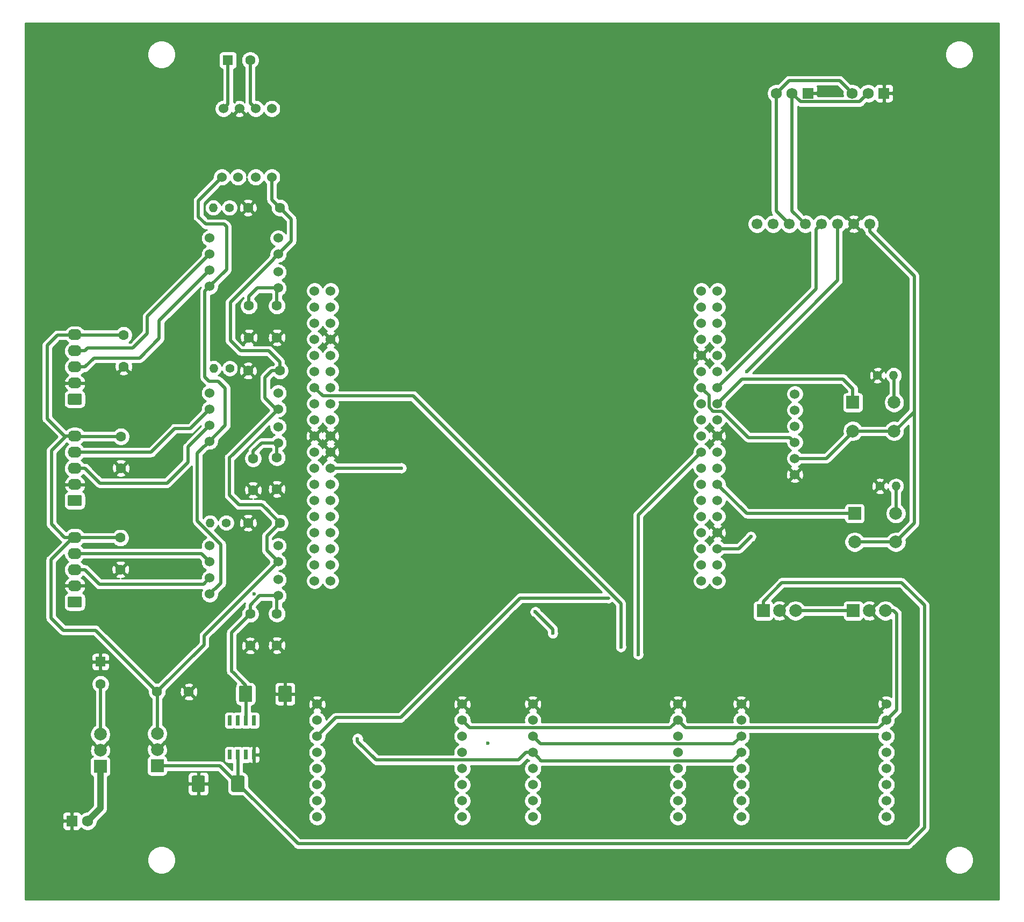
<source format=gbr>
G04 #@! TF.GenerationSoftware,KiCad,Pcbnew,(5.1.2)-2*
G04 #@! TF.CreationDate,2022-11-30T20:03:35+09:00*
G04 #@! TF.ProjectId,MCU_MotherBoard,4d43555f-4d6f-4746-9865-72426f617264,rev?*
G04 #@! TF.SameCoordinates,Original*
G04 #@! TF.FileFunction,Copper,L1,Top*
G04 #@! TF.FilePolarity,Positive*
%FSLAX46Y46*%
G04 Gerber Fmt 4.6, Leading zero omitted, Abs format (unit mm)*
G04 Created by KiCad (PCBNEW (5.1.2)-2) date 2022-11-30 20:03:35*
%MOMM*%
%LPD*%
G04 APERTURE LIST*
%ADD10C,1.524000*%
%ADD11R,2.000000X2.000000*%
%ADD12C,2.000000*%
%ADD13C,0.100000*%
%ADD14C,2.075000*%
%ADD15C,1.600000*%
%ADD16R,1.600000X1.600000*%
%ADD17C,1.750000*%
%ADD18R,1.750000X1.750000*%
%ADD19O,2.200000X1.740000*%
%ADD20C,1.740000*%
%ADD21C,1.400000*%
%ADD22O,1.400000X1.400000*%
%ADD23C,0.600000*%
%ADD24C,1.700000*%
%ADD25C,0.500000*%
%ADD26C,1.000000*%
%ADD27C,0.254000*%
G04 APERTURE END LIST*
D10*
X130810000Y-99517200D03*
X130810000Y-86817200D03*
X133350000Y-99517200D03*
X130810000Y-84277200D03*
X133350000Y-89357200D03*
X133350000Y-84277200D03*
X133350000Y-86817200D03*
X130810000Y-89357200D03*
X133350000Y-96977200D03*
X133350000Y-107137200D03*
X133350000Y-102057200D03*
X130810000Y-107137200D03*
X133350000Y-104597200D03*
X130810000Y-91897200D03*
X130810000Y-102057200D03*
X133350000Y-94437200D03*
X130810000Y-96977200D03*
X133350000Y-91897200D03*
X130810000Y-94437200D03*
X130810000Y-104597200D03*
X130810000Y-79197200D03*
X133350000Y-81737200D03*
X130810000Y-76657200D03*
X130810000Y-81737200D03*
X133350000Y-79197200D03*
X133350000Y-76657200D03*
X130810000Y-69037200D03*
X130810000Y-71577200D03*
X130810000Y-74117200D03*
X133350000Y-74117200D03*
X133350000Y-71577200D03*
X130810000Y-63957200D03*
X130810000Y-61417200D03*
X133350000Y-63957200D03*
X133350000Y-69037200D03*
X130810000Y-66497200D03*
X133350000Y-61417200D03*
X133350000Y-66497200D03*
X72390000Y-66497200D03*
X72390000Y-61417200D03*
X69850000Y-66497200D03*
X72390000Y-63957200D03*
X69850000Y-61417200D03*
X69850000Y-63957200D03*
X72390000Y-74117200D03*
X72390000Y-69037200D03*
X69850000Y-74117200D03*
X72390000Y-71577200D03*
X69850000Y-69037200D03*
X69850000Y-71577200D03*
X72390000Y-81737200D03*
X72390000Y-76657200D03*
X69850000Y-81737200D03*
X72390000Y-79197200D03*
X69850000Y-76657200D03*
X69850000Y-79197200D03*
X69850000Y-102057200D03*
X72390000Y-104597200D03*
X72390000Y-102057200D03*
X69850000Y-104597200D03*
X69850000Y-107137200D03*
X72390000Y-107137200D03*
X69850000Y-94437200D03*
X72390000Y-96977200D03*
X72390000Y-94437200D03*
X69850000Y-96977200D03*
X69850000Y-99517200D03*
X72390000Y-99517200D03*
X69850000Y-91897200D03*
X72390000Y-91897200D03*
X69850000Y-89357200D03*
X72390000Y-89357200D03*
X69850000Y-86817200D03*
X72390000Y-86817200D03*
X72390000Y-84277200D03*
X69850000Y-84277200D03*
D11*
X36093400Y-136423400D03*
D12*
X36093400Y-133883400D03*
X36093400Y-131343400D03*
D13*
G36*
X59802504Y-123694204D02*
G01*
X59826773Y-123697804D01*
X59850571Y-123703765D01*
X59873671Y-123712030D01*
X59895849Y-123722520D01*
X59916893Y-123735133D01*
X59936598Y-123749747D01*
X59954777Y-123766223D01*
X59971253Y-123784402D01*
X59985867Y-123804107D01*
X59998480Y-123825151D01*
X60008970Y-123847329D01*
X60017235Y-123870429D01*
X60023196Y-123894227D01*
X60026796Y-123918496D01*
X60028000Y-123943000D01*
X60028000Y-125993000D01*
X60026796Y-126017504D01*
X60023196Y-126041773D01*
X60017235Y-126065571D01*
X60008970Y-126088671D01*
X59998480Y-126110849D01*
X59985867Y-126131893D01*
X59971253Y-126151598D01*
X59954777Y-126169777D01*
X59936598Y-126186253D01*
X59916893Y-126200867D01*
X59895849Y-126213480D01*
X59873671Y-126223970D01*
X59850571Y-126232235D01*
X59826773Y-126238196D01*
X59802504Y-126241796D01*
X59778000Y-126243000D01*
X58203000Y-126243000D01*
X58178496Y-126241796D01*
X58154227Y-126238196D01*
X58130429Y-126232235D01*
X58107329Y-126223970D01*
X58085151Y-126213480D01*
X58064107Y-126200867D01*
X58044402Y-126186253D01*
X58026223Y-126169777D01*
X58009747Y-126151598D01*
X57995133Y-126131893D01*
X57982520Y-126110849D01*
X57972030Y-126088671D01*
X57963765Y-126065571D01*
X57957804Y-126041773D01*
X57954204Y-126017504D01*
X57953000Y-125993000D01*
X57953000Y-123943000D01*
X57954204Y-123918496D01*
X57957804Y-123894227D01*
X57963765Y-123870429D01*
X57972030Y-123847329D01*
X57982520Y-123825151D01*
X57995133Y-123804107D01*
X58009747Y-123784402D01*
X58026223Y-123766223D01*
X58044402Y-123749747D01*
X58064107Y-123735133D01*
X58085151Y-123722520D01*
X58107329Y-123712030D01*
X58130429Y-123703765D01*
X58154227Y-123697804D01*
X58178496Y-123694204D01*
X58203000Y-123693000D01*
X59778000Y-123693000D01*
X59802504Y-123694204D01*
X59802504Y-123694204D01*
G37*
D14*
X58990500Y-124968000D03*
D13*
G36*
X66027504Y-123694204D02*
G01*
X66051773Y-123697804D01*
X66075571Y-123703765D01*
X66098671Y-123712030D01*
X66120849Y-123722520D01*
X66141893Y-123735133D01*
X66161598Y-123749747D01*
X66179777Y-123766223D01*
X66196253Y-123784402D01*
X66210867Y-123804107D01*
X66223480Y-123825151D01*
X66233970Y-123847329D01*
X66242235Y-123870429D01*
X66248196Y-123894227D01*
X66251796Y-123918496D01*
X66253000Y-123943000D01*
X66253000Y-125993000D01*
X66251796Y-126017504D01*
X66248196Y-126041773D01*
X66242235Y-126065571D01*
X66233970Y-126088671D01*
X66223480Y-126110849D01*
X66210867Y-126131893D01*
X66196253Y-126151598D01*
X66179777Y-126169777D01*
X66161598Y-126186253D01*
X66141893Y-126200867D01*
X66120849Y-126213480D01*
X66098671Y-126223970D01*
X66075571Y-126232235D01*
X66051773Y-126238196D01*
X66027504Y-126241796D01*
X66003000Y-126243000D01*
X64428000Y-126243000D01*
X64403496Y-126241796D01*
X64379227Y-126238196D01*
X64355429Y-126232235D01*
X64332329Y-126223970D01*
X64310151Y-126213480D01*
X64289107Y-126200867D01*
X64269402Y-126186253D01*
X64251223Y-126169777D01*
X64234747Y-126151598D01*
X64220133Y-126131893D01*
X64207520Y-126110849D01*
X64197030Y-126088671D01*
X64188765Y-126065571D01*
X64182804Y-126041773D01*
X64179204Y-126017504D01*
X64178000Y-125993000D01*
X64178000Y-123943000D01*
X64179204Y-123918496D01*
X64182804Y-123894227D01*
X64188765Y-123870429D01*
X64197030Y-123847329D01*
X64207520Y-123825151D01*
X64220133Y-123804107D01*
X64234747Y-123784402D01*
X64251223Y-123766223D01*
X64269402Y-123749747D01*
X64289107Y-123735133D01*
X64310151Y-123722520D01*
X64332329Y-123712030D01*
X64355429Y-123703765D01*
X64379227Y-123697804D01*
X64403496Y-123694204D01*
X64428000Y-123693000D01*
X66003000Y-123693000D01*
X66027504Y-123694204D01*
X66027504Y-123694204D01*
G37*
D14*
X65215500Y-124968000D03*
D13*
G36*
X58585304Y-137867404D02*
G01*
X58609573Y-137871004D01*
X58633371Y-137876965D01*
X58656471Y-137885230D01*
X58678649Y-137895720D01*
X58699693Y-137908333D01*
X58719398Y-137922947D01*
X58737577Y-137939423D01*
X58754053Y-137957602D01*
X58768667Y-137977307D01*
X58781280Y-137998351D01*
X58791770Y-138020529D01*
X58800035Y-138043629D01*
X58805996Y-138067427D01*
X58809596Y-138091696D01*
X58810800Y-138116200D01*
X58810800Y-140166200D01*
X58809596Y-140190704D01*
X58805996Y-140214973D01*
X58800035Y-140238771D01*
X58791770Y-140261871D01*
X58781280Y-140284049D01*
X58768667Y-140305093D01*
X58754053Y-140324798D01*
X58737577Y-140342977D01*
X58719398Y-140359453D01*
X58699693Y-140374067D01*
X58678649Y-140386680D01*
X58656471Y-140397170D01*
X58633371Y-140405435D01*
X58609573Y-140411396D01*
X58585304Y-140414996D01*
X58560800Y-140416200D01*
X56985800Y-140416200D01*
X56961296Y-140414996D01*
X56937027Y-140411396D01*
X56913229Y-140405435D01*
X56890129Y-140397170D01*
X56867951Y-140386680D01*
X56846907Y-140374067D01*
X56827202Y-140359453D01*
X56809023Y-140342977D01*
X56792547Y-140324798D01*
X56777933Y-140305093D01*
X56765320Y-140284049D01*
X56754830Y-140261871D01*
X56746565Y-140238771D01*
X56740604Y-140214973D01*
X56737004Y-140190704D01*
X56735800Y-140166200D01*
X56735800Y-138116200D01*
X56737004Y-138091696D01*
X56740604Y-138067427D01*
X56746565Y-138043629D01*
X56754830Y-138020529D01*
X56765320Y-137998351D01*
X56777933Y-137977307D01*
X56792547Y-137957602D01*
X56809023Y-137939423D01*
X56827202Y-137922947D01*
X56846907Y-137908333D01*
X56867951Y-137895720D01*
X56890129Y-137885230D01*
X56913229Y-137876965D01*
X56937027Y-137871004D01*
X56961296Y-137867404D01*
X56985800Y-137866200D01*
X58560800Y-137866200D01*
X58585304Y-137867404D01*
X58585304Y-137867404D01*
G37*
D14*
X57773300Y-139141200D03*
D13*
G36*
X52360304Y-137867404D02*
G01*
X52384573Y-137871004D01*
X52408371Y-137876965D01*
X52431471Y-137885230D01*
X52453649Y-137895720D01*
X52474693Y-137908333D01*
X52494398Y-137922947D01*
X52512577Y-137939423D01*
X52529053Y-137957602D01*
X52543667Y-137977307D01*
X52556280Y-137998351D01*
X52566770Y-138020529D01*
X52575035Y-138043629D01*
X52580996Y-138067427D01*
X52584596Y-138091696D01*
X52585800Y-138116200D01*
X52585800Y-140166200D01*
X52584596Y-140190704D01*
X52580996Y-140214973D01*
X52575035Y-140238771D01*
X52566770Y-140261871D01*
X52556280Y-140284049D01*
X52543667Y-140305093D01*
X52529053Y-140324798D01*
X52512577Y-140342977D01*
X52494398Y-140359453D01*
X52474693Y-140374067D01*
X52453649Y-140386680D01*
X52431471Y-140397170D01*
X52408371Y-140405435D01*
X52384573Y-140411396D01*
X52360304Y-140414996D01*
X52335800Y-140416200D01*
X50760800Y-140416200D01*
X50736296Y-140414996D01*
X50712027Y-140411396D01*
X50688229Y-140405435D01*
X50665129Y-140397170D01*
X50642951Y-140386680D01*
X50621907Y-140374067D01*
X50602202Y-140359453D01*
X50584023Y-140342977D01*
X50567547Y-140324798D01*
X50552933Y-140305093D01*
X50540320Y-140284049D01*
X50529830Y-140261871D01*
X50521565Y-140238771D01*
X50515604Y-140214973D01*
X50512004Y-140190704D01*
X50510800Y-140166200D01*
X50510800Y-138116200D01*
X50512004Y-138091696D01*
X50515604Y-138067427D01*
X50521565Y-138043629D01*
X50529830Y-138020529D01*
X50540320Y-137998351D01*
X50552933Y-137977307D01*
X50567547Y-137957602D01*
X50584023Y-137939423D01*
X50602202Y-137922947D01*
X50621907Y-137908333D01*
X50642951Y-137895720D01*
X50665129Y-137885230D01*
X50688229Y-137876965D01*
X50712027Y-137871004D01*
X50736296Y-137867404D01*
X50760800Y-137866200D01*
X52335800Y-137866200D01*
X52360304Y-137867404D01*
X52360304Y-137867404D01*
G37*
D14*
X51548300Y-139141200D03*
D15*
X36118800Y-123413400D03*
D16*
X36118800Y-119913400D03*
D15*
X50038000Y-124637800D03*
X45038000Y-124637800D03*
X59710200Y-25044400D03*
D16*
X56210200Y-25044400D03*
D15*
X59376500Y-48310800D03*
X64376500Y-48310800D03*
X63926500Y-68783200D03*
X63926500Y-63783200D03*
X59512200Y-63783200D03*
X59512200Y-68783200D03*
X39268400Y-100359200D03*
X39268400Y-105359200D03*
X59376500Y-97993200D03*
X64376500Y-97993200D03*
X59715400Y-117373400D03*
X59715400Y-112373400D03*
X63926500Y-112322600D03*
X63926500Y-117322600D03*
X59376500Y-74015600D03*
X64376500Y-74015600D03*
X60172600Y-92837000D03*
X60172600Y-87837000D03*
X63926500Y-87684600D03*
X63926500Y-92684600D03*
X39344600Y-84382600D03*
X39344600Y-89382600D03*
X39776400Y-68380600D03*
X39776400Y-73380600D03*
D17*
X142624800Y-30276800D03*
X145124800Y-30276800D03*
D18*
X147624800Y-30276800D03*
X159588800Y-30276800D03*
D17*
X157088800Y-30276800D03*
X154588800Y-30276800D03*
D18*
X31597600Y-145008600D03*
D17*
X34097600Y-145008600D03*
D19*
X32067600Y-68351400D03*
X32067600Y-70891400D03*
X32067600Y-73431400D03*
X32067600Y-75971400D03*
D13*
G36*
X32942105Y-77642604D02*
G01*
X32966373Y-77646204D01*
X32990172Y-77652165D01*
X33013271Y-77660430D01*
X33035450Y-77670920D01*
X33056493Y-77683532D01*
X33076199Y-77698147D01*
X33094377Y-77714623D01*
X33110853Y-77732801D01*
X33125468Y-77752507D01*
X33138080Y-77773550D01*
X33148570Y-77795729D01*
X33156835Y-77818828D01*
X33162796Y-77842627D01*
X33166396Y-77866895D01*
X33167600Y-77891399D01*
X33167600Y-79131401D01*
X33166396Y-79155905D01*
X33162796Y-79180173D01*
X33156835Y-79203972D01*
X33148570Y-79227071D01*
X33138080Y-79249250D01*
X33125468Y-79270293D01*
X33110853Y-79289999D01*
X33094377Y-79308177D01*
X33076199Y-79324653D01*
X33056493Y-79339268D01*
X33035450Y-79351880D01*
X33013271Y-79362370D01*
X32990172Y-79370635D01*
X32966373Y-79376596D01*
X32942105Y-79380196D01*
X32917601Y-79381400D01*
X31217599Y-79381400D01*
X31193095Y-79380196D01*
X31168827Y-79376596D01*
X31145028Y-79370635D01*
X31121929Y-79362370D01*
X31099750Y-79351880D01*
X31078707Y-79339268D01*
X31059001Y-79324653D01*
X31040823Y-79308177D01*
X31024347Y-79289999D01*
X31009732Y-79270293D01*
X30997120Y-79249250D01*
X30986630Y-79227071D01*
X30978365Y-79203972D01*
X30972404Y-79180173D01*
X30968804Y-79155905D01*
X30967600Y-79131401D01*
X30967600Y-77891399D01*
X30968804Y-77866895D01*
X30972404Y-77842627D01*
X30978365Y-77818828D01*
X30986630Y-77795729D01*
X30997120Y-77773550D01*
X31009732Y-77752507D01*
X31024347Y-77732801D01*
X31040823Y-77714623D01*
X31059001Y-77698147D01*
X31078707Y-77683532D01*
X31099750Y-77670920D01*
X31121929Y-77660430D01*
X31145028Y-77652165D01*
X31168827Y-77646204D01*
X31193095Y-77642604D01*
X31217599Y-77641400D01*
X32917601Y-77641400D01*
X32942105Y-77642604D01*
X32942105Y-77642604D01*
G37*
D20*
X32067600Y-78511400D03*
D13*
G36*
X32942105Y-93619204D02*
G01*
X32966373Y-93622804D01*
X32990172Y-93628765D01*
X33013271Y-93637030D01*
X33035450Y-93647520D01*
X33056493Y-93660132D01*
X33076199Y-93674747D01*
X33094377Y-93691223D01*
X33110853Y-93709401D01*
X33125468Y-93729107D01*
X33138080Y-93750150D01*
X33148570Y-93772329D01*
X33156835Y-93795428D01*
X33162796Y-93819227D01*
X33166396Y-93843495D01*
X33167600Y-93867999D01*
X33167600Y-95108001D01*
X33166396Y-95132505D01*
X33162796Y-95156773D01*
X33156835Y-95180572D01*
X33148570Y-95203671D01*
X33138080Y-95225850D01*
X33125468Y-95246893D01*
X33110853Y-95266599D01*
X33094377Y-95284777D01*
X33076199Y-95301253D01*
X33056493Y-95315868D01*
X33035450Y-95328480D01*
X33013271Y-95338970D01*
X32990172Y-95347235D01*
X32966373Y-95353196D01*
X32942105Y-95356796D01*
X32917601Y-95358000D01*
X31217599Y-95358000D01*
X31193095Y-95356796D01*
X31168827Y-95353196D01*
X31145028Y-95347235D01*
X31121929Y-95338970D01*
X31099750Y-95328480D01*
X31078707Y-95315868D01*
X31059001Y-95301253D01*
X31040823Y-95284777D01*
X31024347Y-95266599D01*
X31009732Y-95246893D01*
X30997120Y-95225850D01*
X30986630Y-95203671D01*
X30978365Y-95180572D01*
X30972404Y-95156773D01*
X30968804Y-95132505D01*
X30967600Y-95108001D01*
X30967600Y-93867999D01*
X30968804Y-93843495D01*
X30972404Y-93819227D01*
X30978365Y-93795428D01*
X30986630Y-93772329D01*
X30997120Y-93750150D01*
X31009732Y-93729107D01*
X31024347Y-93709401D01*
X31040823Y-93691223D01*
X31059001Y-93674747D01*
X31078707Y-93660132D01*
X31099750Y-93647520D01*
X31121929Y-93637030D01*
X31145028Y-93628765D01*
X31168827Y-93622804D01*
X31193095Y-93619204D01*
X31217599Y-93618000D01*
X32917601Y-93618000D01*
X32942105Y-93619204D01*
X32942105Y-93619204D01*
G37*
D20*
X32067600Y-94488000D03*
D19*
X32067600Y-91948000D03*
X32067600Y-89408000D03*
X32067600Y-86868000D03*
X32067600Y-84328000D03*
D13*
G36*
X32942105Y-109595804D02*
G01*
X32966373Y-109599404D01*
X32990172Y-109605365D01*
X33013271Y-109613630D01*
X33035450Y-109624120D01*
X33056493Y-109636732D01*
X33076199Y-109651347D01*
X33094377Y-109667823D01*
X33110853Y-109686001D01*
X33125468Y-109705707D01*
X33138080Y-109726750D01*
X33148570Y-109748929D01*
X33156835Y-109772028D01*
X33162796Y-109795827D01*
X33166396Y-109820095D01*
X33167600Y-109844599D01*
X33167600Y-111084601D01*
X33166396Y-111109105D01*
X33162796Y-111133373D01*
X33156835Y-111157172D01*
X33148570Y-111180271D01*
X33138080Y-111202450D01*
X33125468Y-111223493D01*
X33110853Y-111243199D01*
X33094377Y-111261377D01*
X33076199Y-111277853D01*
X33056493Y-111292468D01*
X33035450Y-111305080D01*
X33013271Y-111315570D01*
X32990172Y-111323835D01*
X32966373Y-111329796D01*
X32942105Y-111333396D01*
X32917601Y-111334600D01*
X31217599Y-111334600D01*
X31193095Y-111333396D01*
X31168827Y-111329796D01*
X31145028Y-111323835D01*
X31121929Y-111315570D01*
X31099750Y-111305080D01*
X31078707Y-111292468D01*
X31059001Y-111277853D01*
X31040823Y-111261377D01*
X31024347Y-111243199D01*
X31009732Y-111223493D01*
X30997120Y-111202450D01*
X30986630Y-111180271D01*
X30978365Y-111157172D01*
X30972404Y-111133373D01*
X30968804Y-111109105D01*
X30967600Y-111084601D01*
X30967600Y-109844599D01*
X30968804Y-109820095D01*
X30972404Y-109795827D01*
X30978365Y-109772028D01*
X30986630Y-109748929D01*
X30997120Y-109726750D01*
X31009732Y-109705707D01*
X31024347Y-109686001D01*
X31040823Y-109667823D01*
X31059001Y-109651347D01*
X31078707Y-109636732D01*
X31099750Y-109624120D01*
X31121929Y-109613630D01*
X31145028Y-109605365D01*
X31168827Y-109599404D01*
X31193095Y-109595804D01*
X31217599Y-109594600D01*
X32917601Y-109594600D01*
X32942105Y-109595804D01*
X32942105Y-109595804D01*
G37*
D20*
X32067600Y-110464600D03*
D19*
X32067600Y-107924600D03*
X32067600Y-105384600D03*
X32067600Y-102844600D03*
X32067600Y-100304600D03*
D21*
X158584900Y-74742040D03*
D22*
X161124900Y-74742040D03*
X161480500Y-92212160D03*
D21*
X158940500Y-92212160D03*
D22*
X53898800Y-48310800D03*
D21*
X56438800Y-48310800D03*
X55930800Y-97993200D03*
D22*
X53390800Y-97993200D03*
D21*
X56489600Y-73634600D03*
D22*
X53949600Y-73634600D03*
D11*
X154686000Y-79015200D03*
D12*
X161186000Y-79015200D03*
X154686000Y-83515200D03*
X161186000Y-83515200D03*
X161467800Y-101020000D03*
X154967800Y-101020000D03*
X161467800Y-96520000D03*
D11*
X154967800Y-96520000D03*
D12*
X159828800Y-111861600D03*
X157288800Y-111861600D03*
D11*
X154748800Y-111861600D03*
D13*
G36*
X56770081Y-133776640D02*
G01*
X56774915Y-133777357D01*
X56779656Y-133778544D01*
X56784258Y-133780191D01*
X56788676Y-133782280D01*
X56792867Y-133784793D01*
X56796793Y-133787704D01*
X56800414Y-133790986D01*
X56803696Y-133794607D01*
X56806607Y-133798533D01*
X56809120Y-133802724D01*
X56811209Y-133807142D01*
X56812856Y-133811744D01*
X56814043Y-133816485D01*
X56814760Y-133821319D01*
X56815000Y-133826200D01*
X56815000Y-135276600D01*
X56814760Y-135281481D01*
X56814043Y-135286315D01*
X56812856Y-135291056D01*
X56811209Y-135295658D01*
X56809120Y-135300076D01*
X56806607Y-135304267D01*
X56803696Y-135308193D01*
X56800414Y-135311814D01*
X56796793Y-135315096D01*
X56792867Y-135318007D01*
X56788676Y-135320520D01*
X56784258Y-135322609D01*
X56779656Y-135324256D01*
X56774915Y-135325443D01*
X56770081Y-135326160D01*
X56765200Y-135326400D01*
X56264800Y-135326400D01*
X56259919Y-135326160D01*
X56255085Y-135325443D01*
X56250344Y-135324256D01*
X56245742Y-135322609D01*
X56241324Y-135320520D01*
X56237133Y-135318007D01*
X56233207Y-135315096D01*
X56229586Y-135311814D01*
X56226304Y-135308193D01*
X56223393Y-135304267D01*
X56220880Y-135300076D01*
X56218791Y-135295658D01*
X56217144Y-135291056D01*
X56215957Y-135286315D01*
X56215240Y-135281481D01*
X56215000Y-135276600D01*
X56215000Y-133826200D01*
X56215240Y-133821319D01*
X56215957Y-133816485D01*
X56217144Y-133811744D01*
X56218791Y-133807142D01*
X56220880Y-133802724D01*
X56223393Y-133798533D01*
X56226304Y-133794607D01*
X56229586Y-133790986D01*
X56233207Y-133787704D01*
X56237133Y-133784793D01*
X56241324Y-133782280D01*
X56245742Y-133780191D01*
X56250344Y-133778544D01*
X56255085Y-133777357D01*
X56259919Y-133776640D01*
X56264800Y-133776400D01*
X56765200Y-133776400D01*
X56770081Y-133776640D01*
X56770081Y-133776640D01*
G37*
D23*
X56515000Y-134551400D03*
D13*
G36*
X58040081Y-133776640D02*
G01*
X58044915Y-133777357D01*
X58049656Y-133778544D01*
X58054258Y-133780191D01*
X58058676Y-133782280D01*
X58062867Y-133784793D01*
X58066793Y-133787704D01*
X58070414Y-133790986D01*
X58073696Y-133794607D01*
X58076607Y-133798533D01*
X58079120Y-133802724D01*
X58081209Y-133807142D01*
X58082856Y-133811744D01*
X58084043Y-133816485D01*
X58084760Y-133821319D01*
X58085000Y-133826200D01*
X58085000Y-135276600D01*
X58084760Y-135281481D01*
X58084043Y-135286315D01*
X58082856Y-135291056D01*
X58081209Y-135295658D01*
X58079120Y-135300076D01*
X58076607Y-135304267D01*
X58073696Y-135308193D01*
X58070414Y-135311814D01*
X58066793Y-135315096D01*
X58062867Y-135318007D01*
X58058676Y-135320520D01*
X58054258Y-135322609D01*
X58049656Y-135324256D01*
X58044915Y-135325443D01*
X58040081Y-135326160D01*
X58035200Y-135326400D01*
X57534800Y-135326400D01*
X57529919Y-135326160D01*
X57525085Y-135325443D01*
X57520344Y-135324256D01*
X57515742Y-135322609D01*
X57511324Y-135320520D01*
X57507133Y-135318007D01*
X57503207Y-135315096D01*
X57499586Y-135311814D01*
X57496304Y-135308193D01*
X57493393Y-135304267D01*
X57490880Y-135300076D01*
X57488791Y-135295658D01*
X57487144Y-135291056D01*
X57485957Y-135286315D01*
X57485240Y-135281481D01*
X57485000Y-135276600D01*
X57485000Y-133826200D01*
X57485240Y-133821319D01*
X57485957Y-133816485D01*
X57487144Y-133811744D01*
X57488791Y-133807142D01*
X57490880Y-133802724D01*
X57493393Y-133798533D01*
X57496304Y-133794607D01*
X57499586Y-133790986D01*
X57503207Y-133787704D01*
X57507133Y-133784793D01*
X57511324Y-133782280D01*
X57515742Y-133780191D01*
X57520344Y-133778544D01*
X57525085Y-133777357D01*
X57529919Y-133776640D01*
X57534800Y-133776400D01*
X58035200Y-133776400D01*
X58040081Y-133776640D01*
X58040081Y-133776640D01*
G37*
D23*
X57785000Y-134551400D03*
D13*
G36*
X59310081Y-133776640D02*
G01*
X59314915Y-133777357D01*
X59319656Y-133778544D01*
X59324258Y-133780191D01*
X59328676Y-133782280D01*
X59332867Y-133784793D01*
X59336793Y-133787704D01*
X59340414Y-133790986D01*
X59343696Y-133794607D01*
X59346607Y-133798533D01*
X59349120Y-133802724D01*
X59351209Y-133807142D01*
X59352856Y-133811744D01*
X59354043Y-133816485D01*
X59354760Y-133821319D01*
X59355000Y-133826200D01*
X59355000Y-135276600D01*
X59354760Y-135281481D01*
X59354043Y-135286315D01*
X59352856Y-135291056D01*
X59351209Y-135295658D01*
X59349120Y-135300076D01*
X59346607Y-135304267D01*
X59343696Y-135308193D01*
X59340414Y-135311814D01*
X59336793Y-135315096D01*
X59332867Y-135318007D01*
X59328676Y-135320520D01*
X59324258Y-135322609D01*
X59319656Y-135324256D01*
X59314915Y-135325443D01*
X59310081Y-135326160D01*
X59305200Y-135326400D01*
X58804800Y-135326400D01*
X58799919Y-135326160D01*
X58795085Y-135325443D01*
X58790344Y-135324256D01*
X58785742Y-135322609D01*
X58781324Y-135320520D01*
X58777133Y-135318007D01*
X58773207Y-135315096D01*
X58769586Y-135311814D01*
X58766304Y-135308193D01*
X58763393Y-135304267D01*
X58760880Y-135300076D01*
X58758791Y-135295658D01*
X58757144Y-135291056D01*
X58755957Y-135286315D01*
X58755240Y-135281481D01*
X58755000Y-135276600D01*
X58755000Y-133826200D01*
X58755240Y-133821319D01*
X58755957Y-133816485D01*
X58757144Y-133811744D01*
X58758791Y-133807142D01*
X58760880Y-133802724D01*
X58763393Y-133798533D01*
X58766304Y-133794607D01*
X58769586Y-133790986D01*
X58773207Y-133787704D01*
X58777133Y-133784793D01*
X58781324Y-133782280D01*
X58785742Y-133780191D01*
X58790344Y-133778544D01*
X58795085Y-133777357D01*
X58799919Y-133776640D01*
X58804800Y-133776400D01*
X59305200Y-133776400D01*
X59310081Y-133776640D01*
X59310081Y-133776640D01*
G37*
D23*
X59055000Y-134551400D03*
D13*
G36*
X60580081Y-133776640D02*
G01*
X60584915Y-133777357D01*
X60589656Y-133778544D01*
X60594258Y-133780191D01*
X60598676Y-133782280D01*
X60602867Y-133784793D01*
X60606793Y-133787704D01*
X60610414Y-133790986D01*
X60613696Y-133794607D01*
X60616607Y-133798533D01*
X60619120Y-133802724D01*
X60621209Y-133807142D01*
X60622856Y-133811744D01*
X60624043Y-133816485D01*
X60624760Y-133821319D01*
X60625000Y-133826200D01*
X60625000Y-135276600D01*
X60624760Y-135281481D01*
X60624043Y-135286315D01*
X60622856Y-135291056D01*
X60621209Y-135295658D01*
X60619120Y-135300076D01*
X60616607Y-135304267D01*
X60613696Y-135308193D01*
X60610414Y-135311814D01*
X60606793Y-135315096D01*
X60602867Y-135318007D01*
X60598676Y-135320520D01*
X60594258Y-135322609D01*
X60589656Y-135324256D01*
X60584915Y-135325443D01*
X60580081Y-135326160D01*
X60575200Y-135326400D01*
X60074800Y-135326400D01*
X60069919Y-135326160D01*
X60065085Y-135325443D01*
X60060344Y-135324256D01*
X60055742Y-135322609D01*
X60051324Y-135320520D01*
X60047133Y-135318007D01*
X60043207Y-135315096D01*
X60039586Y-135311814D01*
X60036304Y-135308193D01*
X60033393Y-135304267D01*
X60030880Y-135300076D01*
X60028791Y-135295658D01*
X60027144Y-135291056D01*
X60025957Y-135286315D01*
X60025240Y-135281481D01*
X60025000Y-135276600D01*
X60025000Y-133826200D01*
X60025240Y-133821319D01*
X60025957Y-133816485D01*
X60027144Y-133811744D01*
X60028791Y-133807142D01*
X60030880Y-133802724D01*
X60033393Y-133798533D01*
X60036304Y-133794607D01*
X60039586Y-133790986D01*
X60043207Y-133787704D01*
X60047133Y-133784793D01*
X60051324Y-133782280D01*
X60055742Y-133780191D01*
X60060344Y-133778544D01*
X60065085Y-133777357D01*
X60069919Y-133776640D01*
X60074800Y-133776400D01*
X60575200Y-133776400D01*
X60580081Y-133776640D01*
X60580081Y-133776640D01*
G37*
D23*
X60325000Y-134551400D03*
D13*
G36*
X56770081Y-128376640D02*
G01*
X56774915Y-128377357D01*
X56779656Y-128378544D01*
X56784258Y-128380191D01*
X56788676Y-128382280D01*
X56792867Y-128384793D01*
X56796793Y-128387704D01*
X56800414Y-128390986D01*
X56803696Y-128394607D01*
X56806607Y-128398533D01*
X56809120Y-128402724D01*
X56811209Y-128407142D01*
X56812856Y-128411744D01*
X56814043Y-128416485D01*
X56814760Y-128421319D01*
X56815000Y-128426200D01*
X56815000Y-129876600D01*
X56814760Y-129881481D01*
X56814043Y-129886315D01*
X56812856Y-129891056D01*
X56811209Y-129895658D01*
X56809120Y-129900076D01*
X56806607Y-129904267D01*
X56803696Y-129908193D01*
X56800414Y-129911814D01*
X56796793Y-129915096D01*
X56792867Y-129918007D01*
X56788676Y-129920520D01*
X56784258Y-129922609D01*
X56779656Y-129924256D01*
X56774915Y-129925443D01*
X56770081Y-129926160D01*
X56765200Y-129926400D01*
X56264800Y-129926400D01*
X56259919Y-129926160D01*
X56255085Y-129925443D01*
X56250344Y-129924256D01*
X56245742Y-129922609D01*
X56241324Y-129920520D01*
X56237133Y-129918007D01*
X56233207Y-129915096D01*
X56229586Y-129911814D01*
X56226304Y-129908193D01*
X56223393Y-129904267D01*
X56220880Y-129900076D01*
X56218791Y-129895658D01*
X56217144Y-129891056D01*
X56215957Y-129886315D01*
X56215240Y-129881481D01*
X56215000Y-129876600D01*
X56215000Y-128426200D01*
X56215240Y-128421319D01*
X56215957Y-128416485D01*
X56217144Y-128411744D01*
X56218791Y-128407142D01*
X56220880Y-128402724D01*
X56223393Y-128398533D01*
X56226304Y-128394607D01*
X56229586Y-128390986D01*
X56233207Y-128387704D01*
X56237133Y-128384793D01*
X56241324Y-128382280D01*
X56245742Y-128380191D01*
X56250344Y-128378544D01*
X56255085Y-128377357D01*
X56259919Y-128376640D01*
X56264800Y-128376400D01*
X56765200Y-128376400D01*
X56770081Y-128376640D01*
X56770081Y-128376640D01*
G37*
D23*
X56515000Y-129151400D03*
D13*
G36*
X58040081Y-128376640D02*
G01*
X58044915Y-128377357D01*
X58049656Y-128378544D01*
X58054258Y-128380191D01*
X58058676Y-128382280D01*
X58062867Y-128384793D01*
X58066793Y-128387704D01*
X58070414Y-128390986D01*
X58073696Y-128394607D01*
X58076607Y-128398533D01*
X58079120Y-128402724D01*
X58081209Y-128407142D01*
X58082856Y-128411744D01*
X58084043Y-128416485D01*
X58084760Y-128421319D01*
X58085000Y-128426200D01*
X58085000Y-129876600D01*
X58084760Y-129881481D01*
X58084043Y-129886315D01*
X58082856Y-129891056D01*
X58081209Y-129895658D01*
X58079120Y-129900076D01*
X58076607Y-129904267D01*
X58073696Y-129908193D01*
X58070414Y-129911814D01*
X58066793Y-129915096D01*
X58062867Y-129918007D01*
X58058676Y-129920520D01*
X58054258Y-129922609D01*
X58049656Y-129924256D01*
X58044915Y-129925443D01*
X58040081Y-129926160D01*
X58035200Y-129926400D01*
X57534800Y-129926400D01*
X57529919Y-129926160D01*
X57525085Y-129925443D01*
X57520344Y-129924256D01*
X57515742Y-129922609D01*
X57511324Y-129920520D01*
X57507133Y-129918007D01*
X57503207Y-129915096D01*
X57499586Y-129911814D01*
X57496304Y-129908193D01*
X57493393Y-129904267D01*
X57490880Y-129900076D01*
X57488791Y-129895658D01*
X57487144Y-129891056D01*
X57485957Y-129886315D01*
X57485240Y-129881481D01*
X57485000Y-129876600D01*
X57485000Y-128426200D01*
X57485240Y-128421319D01*
X57485957Y-128416485D01*
X57487144Y-128411744D01*
X57488791Y-128407142D01*
X57490880Y-128402724D01*
X57493393Y-128398533D01*
X57496304Y-128394607D01*
X57499586Y-128390986D01*
X57503207Y-128387704D01*
X57507133Y-128384793D01*
X57511324Y-128382280D01*
X57515742Y-128380191D01*
X57520344Y-128378544D01*
X57525085Y-128377357D01*
X57529919Y-128376640D01*
X57534800Y-128376400D01*
X58035200Y-128376400D01*
X58040081Y-128376640D01*
X58040081Y-128376640D01*
G37*
D23*
X57785000Y-129151400D03*
D13*
G36*
X59310081Y-128376640D02*
G01*
X59314915Y-128377357D01*
X59319656Y-128378544D01*
X59324258Y-128380191D01*
X59328676Y-128382280D01*
X59332867Y-128384793D01*
X59336793Y-128387704D01*
X59340414Y-128390986D01*
X59343696Y-128394607D01*
X59346607Y-128398533D01*
X59349120Y-128402724D01*
X59351209Y-128407142D01*
X59352856Y-128411744D01*
X59354043Y-128416485D01*
X59354760Y-128421319D01*
X59355000Y-128426200D01*
X59355000Y-129876600D01*
X59354760Y-129881481D01*
X59354043Y-129886315D01*
X59352856Y-129891056D01*
X59351209Y-129895658D01*
X59349120Y-129900076D01*
X59346607Y-129904267D01*
X59343696Y-129908193D01*
X59340414Y-129911814D01*
X59336793Y-129915096D01*
X59332867Y-129918007D01*
X59328676Y-129920520D01*
X59324258Y-129922609D01*
X59319656Y-129924256D01*
X59314915Y-129925443D01*
X59310081Y-129926160D01*
X59305200Y-129926400D01*
X58804800Y-129926400D01*
X58799919Y-129926160D01*
X58795085Y-129925443D01*
X58790344Y-129924256D01*
X58785742Y-129922609D01*
X58781324Y-129920520D01*
X58777133Y-129918007D01*
X58773207Y-129915096D01*
X58769586Y-129911814D01*
X58766304Y-129908193D01*
X58763393Y-129904267D01*
X58760880Y-129900076D01*
X58758791Y-129895658D01*
X58757144Y-129891056D01*
X58755957Y-129886315D01*
X58755240Y-129881481D01*
X58755000Y-129876600D01*
X58755000Y-128426200D01*
X58755240Y-128421319D01*
X58755957Y-128416485D01*
X58757144Y-128411744D01*
X58758791Y-128407142D01*
X58760880Y-128402724D01*
X58763393Y-128398533D01*
X58766304Y-128394607D01*
X58769586Y-128390986D01*
X58773207Y-128387704D01*
X58777133Y-128384793D01*
X58781324Y-128382280D01*
X58785742Y-128380191D01*
X58790344Y-128378544D01*
X58795085Y-128377357D01*
X58799919Y-128376640D01*
X58804800Y-128376400D01*
X59305200Y-128376400D01*
X59310081Y-128376640D01*
X59310081Y-128376640D01*
G37*
D23*
X59055000Y-129151400D03*
D13*
G36*
X60580081Y-128376640D02*
G01*
X60584915Y-128377357D01*
X60589656Y-128378544D01*
X60594258Y-128380191D01*
X60598676Y-128382280D01*
X60602867Y-128384793D01*
X60606793Y-128387704D01*
X60610414Y-128390986D01*
X60613696Y-128394607D01*
X60616607Y-128398533D01*
X60619120Y-128402724D01*
X60621209Y-128407142D01*
X60622856Y-128411744D01*
X60624043Y-128416485D01*
X60624760Y-128421319D01*
X60625000Y-128426200D01*
X60625000Y-129876600D01*
X60624760Y-129881481D01*
X60624043Y-129886315D01*
X60622856Y-129891056D01*
X60621209Y-129895658D01*
X60619120Y-129900076D01*
X60616607Y-129904267D01*
X60613696Y-129908193D01*
X60610414Y-129911814D01*
X60606793Y-129915096D01*
X60602867Y-129918007D01*
X60598676Y-129920520D01*
X60594258Y-129922609D01*
X60589656Y-129924256D01*
X60584915Y-129925443D01*
X60580081Y-129926160D01*
X60575200Y-129926400D01*
X60074800Y-129926400D01*
X60069919Y-129926160D01*
X60065085Y-129925443D01*
X60060344Y-129924256D01*
X60055742Y-129922609D01*
X60051324Y-129920520D01*
X60047133Y-129918007D01*
X60043207Y-129915096D01*
X60039586Y-129911814D01*
X60036304Y-129908193D01*
X60033393Y-129904267D01*
X60030880Y-129900076D01*
X60028791Y-129895658D01*
X60027144Y-129891056D01*
X60025957Y-129886315D01*
X60025240Y-129881481D01*
X60025000Y-129876600D01*
X60025000Y-128426200D01*
X60025240Y-128421319D01*
X60025957Y-128416485D01*
X60027144Y-128411744D01*
X60028791Y-128407142D01*
X60030880Y-128402724D01*
X60033393Y-128398533D01*
X60036304Y-128394607D01*
X60039586Y-128390986D01*
X60043207Y-128387704D01*
X60047133Y-128384793D01*
X60051324Y-128382280D01*
X60055742Y-128380191D01*
X60060344Y-128378544D01*
X60065085Y-128377357D01*
X60069919Y-128376640D01*
X60074800Y-128376400D01*
X60575200Y-128376400D01*
X60580081Y-128376640D01*
X60580081Y-128376640D01*
G37*
D23*
X60325000Y-129151400D03*
D11*
X45059600Y-136321800D03*
D12*
X45059600Y-133781800D03*
X45059600Y-131241800D03*
D10*
X127114300Y-144361200D03*
X127114300Y-141821200D03*
X127114300Y-139281200D03*
X127114300Y-136741200D03*
X127114300Y-134201200D03*
X127114300Y-131661200D03*
X127114300Y-129121200D03*
X127114300Y-126581200D03*
X104254300Y-144361200D03*
X104254300Y-141821200D03*
X104254300Y-139281200D03*
X104254300Y-136741200D03*
X104254300Y-134201200D03*
X104254300Y-131661200D03*
X104254300Y-129121200D03*
X104254300Y-126581200D03*
X137103800Y-126581200D03*
X137103800Y-129121200D03*
X137103800Y-131661200D03*
X137103800Y-134201200D03*
X137103800Y-136741200D03*
X137103800Y-139281200D03*
X137103800Y-141821200D03*
X137103800Y-144361200D03*
X159963800Y-126581200D03*
X159963800Y-129121200D03*
X159963800Y-131661200D03*
X159963800Y-134201200D03*
X159963800Y-136741200D03*
X159963800Y-139281200D03*
X159963800Y-141821200D03*
X159963800Y-144361200D03*
X93116400Y-144361200D03*
X93116400Y-141821200D03*
X93116400Y-139281200D03*
X93116400Y-136741200D03*
X93116400Y-134201200D03*
X93116400Y-131661200D03*
X93116400Y-129121200D03*
X93116400Y-126581200D03*
X70256400Y-144361200D03*
X70256400Y-141821200D03*
X70256400Y-139281200D03*
X70256400Y-136741200D03*
X70256400Y-134201200D03*
X70256400Y-131661200D03*
X70256400Y-129121200D03*
X70256400Y-126581200D03*
X145542000Y-77673200D03*
X145542000Y-80213200D03*
X145542000Y-82753200D03*
X145542000Y-85293200D03*
X145542000Y-87833200D03*
X145542000Y-90373200D03*
D24*
X157353000Y-50876200D03*
X154813000Y-50876200D03*
X152273000Y-50876200D03*
X149733000Y-50876200D03*
X147193000Y-50876200D03*
X144653000Y-50876200D03*
X142113000Y-50876200D03*
X139573000Y-50876200D03*
D12*
X145643600Y-111861600D03*
X143103600Y-111861600D03*
D11*
X140563600Y-111861600D03*
D10*
X63119000Y-32689800D03*
X60579000Y-32689800D03*
X55499000Y-32689800D03*
X55245000Y-43484800D03*
X57785000Y-43484800D03*
X60579000Y-43484800D03*
X63119000Y-43484800D03*
X58039000Y-32689800D03*
X53326500Y-53111400D03*
X53326500Y-55651400D03*
X53326500Y-60731400D03*
X64121500Y-60985400D03*
X64121500Y-58445400D03*
X64121500Y-55651400D03*
X64121500Y-53111400D03*
X53326500Y-58191400D03*
X53326500Y-101625400D03*
X53326500Y-104165400D03*
X53326500Y-109245400D03*
X64121500Y-109499400D03*
X64121500Y-106959400D03*
X64121500Y-104165400D03*
X64121500Y-101625400D03*
X53326500Y-106705400D03*
X53326500Y-82600800D03*
X64121500Y-77520800D03*
X64121500Y-80060800D03*
X64121500Y-82854800D03*
X64121500Y-85394800D03*
X53326500Y-85140800D03*
X53326500Y-80060800D03*
X53326500Y-77520800D03*
D23*
X45720000Y-77470000D03*
X41275000Y-77470000D03*
X49530000Y-72390000D03*
X49530000Y-66675000D03*
X49530000Y-77470000D03*
X36830000Y-77470000D03*
X36830000Y-81280000D03*
X41275000Y-81280000D03*
X45720000Y-81280000D03*
X49530000Y-81280000D03*
X42545000Y-89535000D03*
X47625000Y-85725000D03*
X46355000Y-88265000D03*
X41275000Y-93980000D03*
X45720000Y-93980000D03*
X49530000Y-93980000D03*
X49530000Y-97155000D03*
X45720000Y-97155000D03*
X41275000Y-97155000D03*
X37465000Y-97155000D03*
X37465000Y-93980000D03*
X45720000Y-100330000D03*
X49530000Y-100330000D03*
X53340000Y-88265000D03*
X53340000Y-93980000D03*
X53340000Y-90805000D03*
X43180000Y-105410000D03*
X48260000Y-105410000D03*
X45720000Y-105410000D03*
X50165000Y-105410000D03*
X43180000Y-111760000D03*
X45720000Y-111760000D03*
X48260000Y-111760000D03*
X50165000Y-111760000D03*
X40005000Y-111760000D03*
X36830000Y-111760000D03*
X50165000Y-115570000D03*
X46355000Y-115570000D03*
X43180000Y-115570000D03*
X40005000Y-115570000D03*
X45085000Y-119380000D03*
X45085000Y-117475000D03*
X25400000Y-72390000D03*
X25400000Y-76835000D03*
X25400000Y-84455000D03*
X25400000Y-91440000D03*
X25400000Y-97790000D03*
X25400000Y-102235000D03*
X25400000Y-110490000D03*
X25400000Y-106045000D03*
X25400000Y-115570000D03*
X151130000Y-29845000D03*
X155575000Y-55880000D03*
X155575000Y-59055000D03*
X159385000Y-59055000D03*
X159385000Y-62230000D03*
X162560000Y-62230000D03*
X155575000Y-62230000D03*
X151765000Y-62230000D03*
X148590000Y-66040000D03*
X155575000Y-66040000D03*
X151765000Y-66040000D03*
X159385000Y-66040000D03*
X162560000Y-66040000D03*
X162560000Y-69215000D03*
X159385000Y-69215000D03*
X155575000Y-69215000D03*
X151765000Y-69215000D03*
X148590000Y-69215000D03*
X145415000Y-69215000D03*
X145415000Y-72390000D03*
X142875000Y-72390000D03*
X148590000Y-72390000D03*
X155575000Y-72390000D03*
X151765000Y-72390000D03*
X159385000Y-72390000D03*
X142875000Y-78105000D03*
X139700000Y-78105000D03*
X139700000Y-81280000D03*
X142875000Y-81280000D03*
X148590000Y-78105000D03*
X151765000Y-78105000D03*
X151765000Y-81280000D03*
X148590000Y-81280000D03*
X148590000Y-85090000D03*
X145415000Y-109220000D03*
X151765000Y-109220000D03*
X62230000Y-90170000D03*
X67310000Y-97790000D03*
X61595000Y-97790000D03*
X60325000Y-100330000D03*
X60960000Y-72390000D03*
X59690000Y-66675000D03*
X64135000Y-66675000D03*
X62230000Y-48260000D03*
X59055000Y-45720000D03*
X60960000Y-54610000D03*
X58420000Y-54610000D03*
X58420000Y-57785000D03*
X56515000Y-60325000D03*
X53975000Y-64135000D03*
X53975000Y-67945000D03*
X53975000Y-70485000D03*
X60960000Y-74930000D03*
X60960000Y-79375000D03*
X58420000Y-77470000D03*
X58420000Y-82550000D03*
X56515000Y-85090000D03*
X54610000Y-86995000D03*
X64135000Y-90170000D03*
X60325000Y-90170000D03*
X64135000Y-95250000D03*
X67310000Y-100330000D03*
X67310000Y-103505000D03*
X60325000Y-103505000D03*
X67310000Y-106045000D03*
X57150000Y-107315000D03*
X60325000Y-109220000D03*
X57150000Y-113030000D03*
X55245000Y-115570000D03*
X53340000Y-111760000D03*
X55245000Y-117475000D03*
X55245000Y-119380000D03*
X55245000Y-121920000D03*
X55245000Y-124460000D03*
X55245000Y-126365000D03*
X53340000Y-126365000D03*
X53340000Y-124460000D03*
X53340000Y-121920000D03*
X53340000Y-119380000D03*
X51435000Y-121920000D03*
X51435000Y-126365000D03*
X51435000Y-128905000D03*
X53340000Y-128905000D03*
X53340000Y-132080000D03*
X51435000Y-132080000D03*
X51435000Y-134620000D03*
X53340000Y-134620000D03*
D21*
X154305000Y-134620000D03*
X154305000Y-142240000D03*
X144145000Y-142240000D03*
X144145000Y-134620000D03*
X120015000Y-138430000D03*
X113030000Y-138430000D03*
X113030000Y-144780000D03*
X120015000Y-144780000D03*
X111760000Y-123190000D03*
X111760000Y-114935000D03*
X125095000Y-104140000D03*
X115570000Y-100330000D03*
X109220000Y-107315000D03*
D23*
X163830000Y-114935000D03*
X163830000Y-119380000D03*
X163830000Y-125730000D03*
X163830000Y-132080000D03*
X163830000Y-137795000D03*
X163830000Y-142240000D03*
X87630000Y-138430000D03*
X76200000Y-138430000D03*
X76200000Y-144780000D03*
X87630000Y-144780000D03*
X82550000Y-144780000D03*
X82550000Y-138430000D03*
X83185000Y-97155000D03*
X83185000Y-107950000D03*
X94615000Y-97155000D03*
X94615000Y-107950000D03*
X83185000Y-118745000D03*
X83185000Y-125730000D03*
X88900000Y-113665000D03*
X72390000Y-114935000D03*
X72390000Y-123190000D03*
X83185000Y-81280000D03*
X83185000Y-86995000D03*
X91440000Y-86995000D03*
X91440000Y-92710000D03*
X83185000Y-93345000D03*
X80010000Y-81280000D03*
X80010000Y-93345000D03*
X83185000Y-102235000D03*
X94615000Y-102235000D03*
X104775000Y-102235000D03*
X40640000Y-126365000D03*
X40640000Y-130810000D03*
X40640000Y-137795000D03*
X40640000Y-143510000D03*
X94615000Y-120650000D03*
X101600000Y-114935000D03*
X88900000Y-129540000D03*
X83185000Y-132715000D03*
X97790000Y-125730000D03*
X97155000Y-132715000D03*
X104140000Y-120650000D03*
X104775000Y-123190000D03*
X139700000Y-87630000D03*
X142875000Y-87630000D03*
X142875000Y-92075000D03*
X139700000Y-92075000D03*
X148590000Y-92075000D03*
X151765000Y-92075000D03*
X151765000Y-88900000D03*
X151765000Y-95250000D03*
X148590000Y-95250000D03*
X155575000Y-92075000D03*
X155575000Y-88900000D03*
X151765000Y-117475000D03*
X145415000Y-117475000D03*
X151765000Y-126365000D03*
X134620000Y-117475000D03*
X126365000Y-117475000D03*
X126365000Y-123190000D03*
X134620000Y-123190000D03*
X141605000Y-117475000D03*
X83515200Y-89357200D03*
X120853200Y-118745000D03*
X138620500Y-100164900D03*
X116154200Y-109855000D03*
X107391200Y-115392200D03*
X104648000Y-112039400D03*
X137947400Y-74117200D03*
X118135400Y-117551200D03*
X76631800Y-132029200D03*
D25*
X57785000Y-139129500D02*
X57773300Y-139141200D01*
X57785000Y-134551400D02*
X57785000Y-139129500D01*
X36118800Y-131318000D02*
X36093400Y-131343400D01*
X36118800Y-123413400D02*
X36118800Y-131318000D01*
X54953900Y-136321800D02*
X57773300Y-139141200D01*
X45059600Y-136321800D02*
X54953900Y-136321800D01*
X140563600Y-110361600D02*
X140563600Y-111861600D01*
X143508600Y-107416600D02*
X140563600Y-110361600D01*
X57773300Y-139141200D02*
X67247500Y-148615400D01*
X67247500Y-148615400D02*
X163423600Y-148615400D01*
X163423600Y-148615400D02*
X165963600Y-146075400D01*
X165963600Y-146075400D02*
X165963600Y-111023400D01*
X165963600Y-111023400D02*
X162356800Y-107416600D01*
X162356800Y-107416600D02*
X143508600Y-107416600D01*
X45059600Y-124659400D02*
X45038000Y-124637800D01*
X45059600Y-131241800D02*
X45059600Y-124659400D01*
X32096800Y-68380600D02*
X32067600Y-68351400D01*
X39776400Y-68380600D02*
X32096800Y-68380600D01*
X32122200Y-84382600D02*
X32067600Y-84328000D01*
X39344600Y-84382600D02*
X32122200Y-84382600D01*
X32122200Y-100359200D02*
X32067600Y-100304600D01*
X39268400Y-100359200D02*
X32122200Y-100359200D01*
X62337550Y-102381450D02*
X64121500Y-104165400D01*
X64376500Y-97993200D02*
X62337550Y-100032150D01*
X62337550Y-100032150D02*
X62337550Y-102381450D01*
X63119000Y-47053300D02*
X64376500Y-48310800D01*
X63119000Y-43484800D02*
X63119000Y-47053300D01*
X66192400Y-50126700D02*
X64376500Y-48310800D01*
X64121500Y-55651400D02*
X66192400Y-53580500D01*
X66192400Y-53580500D02*
X66192400Y-50126700D01*
X56927350Y-87254950D02*
X64121500Y-80060800D01*
X56438800Y-87743500D02*
X56927350Y-87254950D01*
X56438800Y-93624400D02*
X56438800Y-87743500D01*
X57962800Y-95148400D02*
X56438800Y-93624400D01*
X64376500Y-97993200D02*
X62249150Y-95865850D01*
X61531700Y-95148400D02*
X57962800Y-95148400D01*
X63779400Y-80060800D02*
X64121500Y-80060800D01*
X62052200Y-78333600D02*
X63779400Y-80060800D01*
X62052200Y-75082400D02*
X62052200Y-78333600D01*
X63119000Y-74015600D02*
X62052200Y-75082400D01*
X64376500Y-74015600D02*
X63119000Y-74015600D01*
X64363600Y-72618600D02*
X64363600Y-74002700D01*
X62611000Y-70866000D02*
X64363600Y-72618600D01*
X64363600Y-74002700D02*
X64376500Y-74015600D01*
X64121500Y-55651400D02*
X63359501Y-56413399D01*
X63359501Y-56477699D02*
X56591200Y-63246000D01*
X56591200Y-63246000D02*
X56591200Y-69265800D01*
X63359501Y-56413399D02*
X63359501Y-56477699D01*
X56591200Y-69265800D02*
X58191400Y-70866000D01*
X58191400Y-70866000D02*
X62611000Y-70866000D01*
X31837600Y-68351400D02*
X32067600Y-68351400D01*
X30467600Y-84328000D02*
X27711400Y-81571800D01*
X27711400Y-81571800D02*
X27711400Y-70027800D01*
X32067600Y-84328000D02*
X30467600Y-84328000D01*
X27711400Y-70027800D02*
X29337000Y-68402200D01*
X29337000Y-68402200D02*
X31786800Y-68402200D01*
X31786800Y-68402200D02*
X31837600Y-68351400D01*
X30688900Y-84328000D02*
X32067600Y-84328000D01*
X28397200Y-86619700D02*
X30688900Y-84328000D01*
X28397200Y-98234200D02*
X28397200Y-86619700D01*
X32067600Y-100304600D02*
X30467600Y-100304600D01*
X30467600Y-100304600D02*
X28397200Y-98234200D01*
X45038000Y-124637800D02*
X35335200Y-114935000D01*
X31837600Y-100304600D02*
X32067600Y-100304600D01*
X28321000Y-113004600D02*
X28321000Y-103821200D01*
X28321000Y-103821200D02*
X31837600Y-100304600D01*
X30251400Y-114935000D02*
X28321000Y-113004600D01*
X35335200Y-114935000D02*
X30251400Y-114935000D01*
X64121500Y-104165400D02*
X52462900Y-115824000D01*
X52462900Y-117212900D02*
X45038000Y-124637800D01*
X52462900Y-115824000D02*
X52462900Y-117212900D01*
X62249150Y-95865850D02*
X61531700Y-95148400D01*
X59055000Y-125032500D02*
X58990500Y-124968000D01*
X59055000Y-129151400D02*
X59055000Y-125032500D01*
X63926500Y-85589800D02*
X64121500Y-85394800D01*
X63926500Y-87684600D02*
X63926500Y-85589800D01*
X60172600Y-86705630D02*
X61483430Y-85394800D01*
X63043870Y-85394800D02*
X64121500Y-85394800D01*
X61483430Y-85394800D02*
X63043870Y-85394800D01*
X60172600Y-87837000D02*
X60172600Y-86705630D01*
X59715400Y-112373400D02*
X59715400Y-110972600D01*
X61188600Y-109499400D02*
X64121500Y-109499400D01*
X59715400Y-110972600D02*
X61188600Y-109499400D01*
X63926500Y-109694400D02*
X64121500Y-109499400D01*
X63926500Y-112322600D02*
X63926500Y-109694400D01*
X60807600Y-60985400D02*
X64121500Y-60985400D01*
X59512200Y-63783200D02*
X59512200Y-62280800D01*
X59512200Y-62280800D02*
X60807600Y-60985400D01*
X63926500Y-61180400D02*
X64121500Y-60985400D01*
X63926500Y-63783200D02*
X63926500Y-61180400D01*
X58990500Y-124968000D02*
X58990500Y-123593000D01*
X58990500Y-123593000D02*
X57088900Y-121691400D01*
X57088900Y-121691400D02*
X56769000Y-121371500D01*
X56769000Y-121371500D02*
X56769000Y-116916200D01*
X56769000Y-115319800D02*
X59715400Y-112373400D01*
X56769000Y-116916200D02*
X56769000Y-115319800D01*
X59710200Y-31821000D02*
X60579000Y-32689800D01*
X59710200Y-25044400D02*
X59710200Y-31821000D01*
X56210200Y-31978600D02*
X55499000Y-32689800D01*
X56210200Y-25044400D02*
X56210200Y-31978600D01*
X142624800Y-48848000D02*
X144653000Y-50876200D01*
X142624800Y-30276800D02*
X142624800Y-48848000D01*
X153713801Y-29401801D02*
X154588800Y-30276800D01*
X152582200Y-28270200D02*
X153713801Y-29401801D01*
X144631400Y-28270200D02*
X152582200Y-28270200D01*
X142624800Y-30276800D02*
X144631400Y-28270200D01*
X145124800Y-48808000D02*
X147193000Y-50876200D01*
X145124800Y-30276800D02*
X145124800Y-48808000D01*
X156213801Y-31151799D02*
X157088800Y-30276800D01*
X155763799Y-31601801D02*
X156213801Y-31151799D01*
X146449801Y-31601801D02*
X155763799Y-31601801D01*
X145124800Y-30276800D02*
X146449801Y-31601801D01*
D26*
X36093400Y-143012800D02*
X34097600Y-145008600D01*
X36093400Y-136423400D02*
X36093400Y-143012800D01*
D25*
X33667600Y-70891400D02*
X34124800Y-70434200D01*
X32067600Y-70891400D02*
X33667600Y-70891400D01*
X34124800Y-70434200D02*
X41198800Y-70434200D01*
X41198800Y-70434200D02*
X43510200Y-68122800D01*
X43510200Y-65467700D02*
X53326500Y-55651400D01*
X43510200Y-68122800D02*
X43510200Y-65467700D01*
X33667600Y-73431400D02*
X35090000Y-72009000D01*
X32067600Y-73431400D02*
X33667600Y-73431400D01*
X35090000Y-72009000D02*
X42291000Y-72009000D01*
X42291000Y-72009000D02*
X45389800Y-68910200D01*
X45389800Y-66128100D02*
X53326500Y-58191400D01*
X45389800Y-68910200D02*
X45389800Y-66128100D01*
X33667600Y-89408000D02*
X36004400Y-91744800D01*
X32067600Y-89408000D02*
X33667600Y-89408000D01*
X36004400Y-91744800D02*
X46583600Y-91744800D01*
X46583600Y-91744800D02*
X49885600Y-88442800D01*
X49885600Y-86041700D02*
X53326500Y-82600800D01*
X49885600Y-88442800D02*
X49885600Y-86041700D01*
X50253100Y-83134200D02*
X53326500Y-80060800D01*
X47828200Y-83134200D02*
X50253100Y-83134200D01*
X32067600Y-86868000D02*
X44094400Y-86868000D01*
X44094400Y-86868000D02*
X47828200Y-83134200D01*
X33667600Y-105384600D02*
X35953600Y-107670600D01*
X32067600Y-105384600D02*
X33667600Y-105384600D01*
X52361300Y-107670600D02*
X53326500Y-106705400D01*
X35953600Y-107670600D02*
X52361300Y-107670600D01*
X52005700Y-102844600D02*
X53326500Y-104165400D01*
X32067600Y-102844600D02*
X52005700Y-102844600D01*
X161213800Y-78980400D02*
X161288800Y-79055400D01*
X161213800Y-74803000D02*
X161213800Y-78980400D01*
X161493200Y-96427800D02*
X161415800Y-96505200D01*
X161480500Y-96507300D02*
X161467800Y-96520000D01*
X161480500Y-92212160D02*
X161480500Y-96507300D01*
X154686000Y-76835000D02*
X154686000Y-79015200D01*
X153162000Y-75311000D02*
X154686000Y-76835000D01*
X133350000Y-79197200D02*
X137236200Y-75311000D01*
X137236200Y-75311000D02*
X153162000Y-75311000D01*
X145643600Y-111861600D02*
X154748800Y-111861600D01*
X157353000Y-52078281D02*
X164363400Y-59088681D01*
X157353000Y-50876200D02*
X157353000Y-52078281D01*
X164363400Y-80480800D02*
X161288800Y-83555400D01*
X164363400Y-59088681D02*
X164363400Y-80480800D01*
X159874587Y-83555400D02*
X154788800Y-83555400D01*
X161288800Y-83555400D02*
X159874587Y-83555400D01*
X150511000Y-87833200D02*
X145542000Y-87833200D01*
X154788800Y-83555400D02*
X150511000Y-87833200D01*
X154915800Y-101005200D02*
X161415800Y-101005200D01*
X164363400Y-98057600D02*
X164363400Y-80480800D01*
X161415800Y-101005200D02*
X164363400Y-98057600D01*
X72390000Y-89357200D02*
X83515200Y-89357200D01*
X83515200Y-89357200D02*
X83515200Y-89357200D01*
X137972800Y-96520000D02*
X133350000Y-91897200D01*
X154967800Y-96520000D02*
X137972800Y-96520000D01*
X126352301Y-129883199D02*
X127114300Y-129121200D01*
X125902299Y-130333201D02*
X126352301Y-129883199D01*
X94328401Y-130333201D02*
X125902299Y-130333201D01*
X93116400Y-129121200D02*
X94328401Y-130333201D01*
X127876299Y-129883199D02*
X127876599Y-129883199D01*
X127114300Y-129121200D02*
X127876299Y-129883199D01*
X159201801Y-129883199D02*
X159963800Y-129121200D01*
X158751799Y-130333201D02*
X159201801Y-129883199D01*
X128326601Y-130333201D02*
X158751799Y-130333201D01*
X127876599Y-129883199D02*
X128326601Y-130333201D01*
X161594800Y-127490200D02*
X159963800Y-129121200D01*
X161594800Y-112344200D02*
X161594800Y-127490200D01*
X159828800Y-111861600D02*
X161112200Y-111861600D01*
X161112200Y-111861600D02*
X161594800Y-112344200D01*
X120853200Y-96774000D02*
X130810000Y-86817200D01*
X120853200Y-118745000D02*
X120853200Y-96774000D01*
X136728200Y-102057200D02*
X138620500Y-100164900D01*
X133350000Y-102057200D02*
X136728200Y-102057200D01*
X102260400Y-109855000D02*
X116154200Y-109855000D01*
X83413600Y-128701800D02*
X102260400Y-109855000D01*
X73215800Y-128701800D02*
X70256400Y-131661200D01*
X83413600Y-128701800D02*
X73215800Y-128701800D01*
X116154200Y-109855000D02*
X116255800Y-109855000D01*
X144780001Y-84531201D02*
X138226801Y-84531201D01*
X145542000Y-85293200D02*
X144780001Y-84531201D01*
X131571999Y-77419199D02*
X130810000Y-76657200D01*
X132022001Y-77869201D02*
X131571999Y-77419199D01*
X132022001Y-79774201D02*
X132022001Y-77869201D01*
X132657001Y-80409201D02*
X132022001Y-79774201D01*
X134104801Y-80409201D02*
X132657001Y-80409201D01*
X138226801Y-84531201D02*
X134104801Y-80409201D01*
X105016299Y-132423199D02*
X104254300Y-131661200D01*
X105466301Y-132873201D02*
X105016299Y-132423199D01*
X137103800Y-131661200D02*
X135891799Y-132873201D01*
X135891799Y-132873201D02*
X105466301Y-132873201D01*
X107391200Y-115392200D02*
X107391200Y-114782600D01*
X107391200Y-114782600D02*
X104648000Y-112039400D01*
X104648000Y-112039400D02*
X104648000Y-112039400D01*
X134111999Y-75895201D02*
X133350000Y-76657200D01*
X148883001Y-61124199D02*
X134111999Y-75895201D01*
X148883001Y-51726199D02*
X148883001Y-61124199D01*
X149733000Y-50876200D02*
X148883001Y-51726199D01*
X152273000Y-59791600D02*
X152273000Y-50876200D01*
X137947400Y-74117200D02*
X152273000Y-59791600D01*
X71177999Y-77985199D02*
X69850000Y-76657200D01*
X85375962Y-77985199D02*
X71177999Y-77985199D01*
X118135400Y-117551200D02*
X118135400Y-110744637D01*
X118135400Y-110744637D02*
X85375962Y-77985199D01*
X105016299Y-134963199D02*
X104254300Y-134201200D01*
X105582299Y-135529199D02*
X105016299Y-134963199D01*
X135775801Y-135529199D02*
X105582299Y-135529199D01*
X137103800Y-134201200D02*
X135775801Y-135529199D01*
X103176670Y-134201200D02*
X104254300Y-134201200D01*
X101964669Y-135413201D02*
X103176670Y-134201200D01*
X79591537Y-135413201D02*
X101964669Y-135413201D01*
X76631800Y-132453464D02*
X79591537Y-135413201D01*
X76631800Y-132029200D02*
X76631800Y-132453464D01*
X55981600Y-58076300D02*
X53326500Y-60731400D01*
X51536600Y-47193200D02*
X51536600Y-49733200D01*
X51536600Y-49733200D02*
X52705000Y-50901600D01*
X52705000Y-50901600D02*
X55575200Y-50901600D01*
X55575200Y-50901600D02*
X55981600Y-51308000D01*
X55245000Y-43484800D02*
X51536600Y-47193200D01*
X55981600Y-51308000D02*
X55981600Y-58076300D01*
X55803800Y-82663500D02*
X55803800Y-76784200D01*
X53326500Y-85140800D02*
X55803800Y-82663500D01*
X55803800Y-76784200D02*
X54660800Y-75641200D01*
X54660800Y-75641200D02*
X53213000Y-75641200D01*
X52564501Y-61493399D02*
X53326500Y-60731400D01*
X52564501Y-74992701D02*
X52564501Y-61493399D01*
X53213000Y-75641200D02*
X52564501Y-74992701D01*
X54088499Y-108483401D02*
X54152799Y-108483401D01*
X53326500Y-109245400D02*
X54088499Y-108483401D01*
X54152799Y-108483401D02*
X55092600Y-107543600D01*
X55092600Y-101523800D02*
X55092600Y-107543600D01*
X53326500Y-85140800D02*
X52564501Y-85902799D01*
X52476401Y-85902799D02*
X51384200Y-86995000D01*
X51384200Y-86995000D02*
X51384200Y-97688602D01*
X51384200Y-97688602D02*
X55092600Y-101397002D01*
X52564501Y-85902799D02*
X52476401Y-85902799D01*
X55092600Y-101397002D02*
X55092600Y-101523800D01*
D27*
G36*
X177673000Y-157353000D02*
G01*
X24257000Y-157353000D01*
X24257000Y-150909872D01*
X43485000Y-150909872D01*
X43485000Y-151350128D01*
X43570890Y-151781925D01*
X43739369Y-152188669D01*
X43983962Y-152554729D01*
X44295271Y-152866038D01*
X44661331Y-153110631D01*
X45068075Y-153279110D01*
X45499872Y-153365000D01*
X45940128Y-153365000D01*
X46371925Y-153279110D01*
X46778669Y-153110631D01*
X47144729Y-152866038D01*
X47456038Y-152554729D01*
X47700631Y-152188669D01*
X47869110Y-151781925D01*
X47955000Y-151350128D01*
X47955000Y-150909872D01*
X169215000Y-150909872D01*
X169215000Y-151350128D01*
X169300890Y-151781925D01*
X169469369Y-152188669D01*
X169713962Y-152554729D01*
X170025271Y-152866038D01*
X170391331Y-153110631D01*
X170798075Y-153279110D01*
X171229872Y-153365000D01*
X171670128Y-153365000D01*
X172101925Y-153279110D01*
X172508669Y-153110631D01*
X172874729Y-152866038D01*
X173186038Y-152554729D01*
X173430631Y-152188669D01*
X173599110Y-151781925D01*
X173685000Y-151350128D01*
X173685000Y-150909872D01*
X173599110Y-150478075D01*
X173430631Y-150071331D01*
X173186038Y-149705271D01*
X172874729Y-149393962D01*
X172508669Y-149149369D01*
X172101925Y-148980890D01*
X171670128Y-148895000D01*
X171229872Y-148895000D01*
X170798075Y-148980890D01*
X170391331Y-149149369D01*
X170025271Y-149393962D01*
X169713962Y-149705271D01*
X169469369Y-150071331D01*
X169300890Y-150478075D01*
X169215000Y-150909872D01*
X47955000Y-150909872D01*
X47869110Y-150478075D01*
X47700631Y-150071331D01*
X47456038Y-149705271D01*
X47144729Y-149393962D01*
X46778669Y-149149369D01*
X46371925Y-148980890D01*
X45940128Y-148895000D01*
X45499872Y-148895000D01*
X45068075Y-148980890D01*
X44661331Y-149149369D01*
X44295271Y-149393962D01*
X43983962Y-149705271D01*
X43739369Y-150071331D01*
X43570890Y-150478075D01*
X43485000Y-150909872D01*
X24257000Y-150909872D01*
X24257000Y-145883600D01*
X30084528Y-145883600D01*
X30096788Y-146008082D01*
X30133098Y-146127780D01*
X30192063Y-146238094D01*
X30271415Y-146334785D01*
X30368106Y-146414137D01*
X30478420Y-146473102D01*
X30598118Y-146509412D01*
X30722600Y-146521672D01*
X31311850Y-146518600D01*
X31470600Y-146359850D01*
X31470600Y-145135600D01*
X30246350Y-145135600D01*
X30087600Y-145294350D01*
X30084528Y-145883600D01*
X24257000Y-145883600D01*
X24257000Y-144133600D01*
X30084528Y-144133600D01*
X30087600Y-144722850D01*
X30246350Y-144881600D01*
X31470600Y-144881600D01*
X31470600Y-143657350D01*
X31724600Y-143657350D01*
X31724600Y-144881600D01*
X31744600Y-144881600D01*
X31744600Y-145135600D01*
X31724600Y-145135600D01*
X31724600Y-146359850D01*
X31883350Y-146518600D01*
X32472600Y-146521672D01*
X32597082Y-146509412D01*
X32716780Y-146473102D01*
X32827094Y-146414137D01*
X32923785Y-146334785D01*
X33003137Y-146238094D01*
X33062102Y-146127780D01*
X33066574Y-146113036D01*
X33135031Y-146181493D01*
X33382347Y-146346744D01*
X33657149Y-146460571D01*
X33948878Y-146518600D01*
X34246322Y-146518600D01*
X34538051Y-146460571D01*
X34812853Y-146346744D01*
X35060169Y-146181493D01*
X35270493Y-145971169D01*
X35435744Y-145723853D01*
X35549571Y-145449051D01*
X35607600Y-145157322D01*
X35607600Y-145103731D01*
X36856541Y-143854791D01*
X36899849Y-143819249D01*
X37041684Y-143646423D01*
X37147076Y-143449247D01*
X37211977Y-143235299D01*
X37228400Y-143068552D01*
X37228400Y-143068543D01*
X37233890Y-143012801D01*
X37228400Y-142957059D01*
X37228400Y-140416200D01*
X49872728Y-140416200D01*
X49884988Y-140540682D01*
X49921298Y-140660380D01*
X49980263Y-140770694D01*
X50059615Y-140867385D01*
X50156306Y-140946737D01*
X50266620Y-141005702D01*
X50386318Y-141042012D01*
X50510800Y-141054272D01*
X51262550Y-141051200D01*
X51421300Y-140892450D01*
X51421300Y-139268200D01*
X51675300Y-139268200D01*
X51675300Y-140892450D01*
X51834050Y-141051200D01*
X52585800Y-141054272D01*
X52710282Y-141042012D01*
X52829980Y-141005702D01*
X52940294Y-140946737D01*
X53036985Y-140867385D01*
X53116337Y-140770694D01*
X53175302Y-140660380D01*
X53211612Y-140540682D01*
X53223872Y-140416200D01*
X53220800Y-139426950D01*
X53062050Y-139268200D01*
X51675300Y-139268200D01*
X51421300Y-139268200D01*
X50034550Y-139268200D01*
X49875800Y-139426950D01*
X49872728Y-140416200D01*
X37228400Y-140416200D01*
X37228400Y-138046021D01*
X37337580Y-138012902D01*
X37447894Y-137953937D01*
X37544585Y-137874585D01*
X37623937Y-137777894D01*
X37682902Y-137667580D01*
X37719212Y-137547882D01*
X37731472Y-137423400D01*
X37731472Y-135423400D01*
X37719212Y-135298918D01*
X37682902Y-135179220D01*
X37623937Y-135068906D01*
X37544585Y-134972215D01*
X37447894Y-134892863D01*
X37337580Y-134833898D01*
X37286367Y-134818363D01*
X37493214Y-134743444D01*
X37634104Y-134453829D01*
X37715784Y-134142292D01*
X37733699Y-133844395D01*
X43417882Y-133844395D01*
X43461639Y-134163475D01*
X43566805Y-134467888D01*
X43659786Y-134641844D01*
X43866633Y-134716763D01*
X43815420Y-134732298D01*
X43705106Y-134791263D01*
X43608415Y-134870615D01*
X43529063Y-134967306D01*
X43470098Y-135077620D01*
X43433788Y-135197318D01*
X43421528Y-135321800D01*
X43421528Y-137321800D01*
X43433788Y-137446282D01*
X43470098Y-137565980D01*
X43529063Y-137676294D01*
X43608415Y-137772985D01*
X43705106Y-137852337D01*
X43815420Y-137911302D01*
X43935118Y-137947612D01*
X44059600Y-137959872D01*
X46059600Y-137959872D01*
X46184082Y-137947612D01*
X46303780Y-137911302D01*
X46388158Y-137866200D01*
X49872728Y-137866200D01*
X49875800Y-138855450D01*
X50034550Y-139014200D01*
X51421300Y-139014200D01*
X51421300Y-137389950D01*
X51675300Y-137389950D01*
X51675300Y-139014200D01*
X53062050Y-139014200D01*
X53220800Y-138855450D01*
X53223872Y-137866200D01*
X53211612Y-137741718D01*
X53175302Y-137622020D01*
X53116337Y-137511706D01*
X53036985Y-137415015D01*
X52940294Y-137335663D01*
X52829980Y-137276698D01*
X52710282Y-137240388D01*
X52585800Y-137228128D01*
X51834050Y-137231200D01*
X51675300Y-137389950D01*
X51421300Y-137389950D01*
X51262550Y-137231200D01*
X50510800Y-137228128D01*
X50386318Y-137240388D01*
X50266620Y-137276698D01*
X50156306Y-137335663D01*
X50059615Y-137415015D01*
X49980263Y-137511706D01*
X49921298Y-137622020D01*
X49884988Y-137741718D01*
X49872728Y-137866200D01*
X46388158Y-137866200D01*
X46414094Y-137852337D01*
X46510785Y-137772985D01*
X46590137Y-137676294D01*
X46649102Y-137565980D01*
X46685412Y-137446282D01*
X46697672Y-137321800D01*
X46697672Y-137206800D01*
X54587322Y-137206800D01*
X56097728Y-138717207D01*
X56097728Y-140166200D01*
X56114792Y-140339454D01*
X56165328Y-140506050D01*
X56247395Y-140659586D01*
X56357838Y-140794162D01*
X56492414Y-140904605D01*
X56645950Y-140986672D01*
X56812546Y-141037208D01*
X56985800Y-141054272D01*
X58434794Y-141054272D01*
X66590970Y-149210449D01*
X66618683Y-149244217D01*
X66652451Y-149271930D01*
X66652453Y-149271932D01*
X66723952Y-149330610D01*
X66753441Y-149354811D01*
X66907187Y-149436989D01*
X67074010Y-149487595D01*
X67204023Y-149500400D01*
X67204033Y-149500400D01*
X67247499Y-149504681D01*
X67290965Y-149500400D01*
X163380131Y-149500400D01*
X163423600Y-149504681D01*
X163467069Y-149500400D01*
X163467077Y-149500400D01*
X163597090Y-149487595D01*
X163763913Y-149436989D01*
X163917659Y-149354811D01*
X164052417Y-149244217D01*
X164080134Y-149210444D01*
X166558650Y-146731929D01*
X166592417Y-146704217D01*
X166703011Y-146569459D01*
X166785189Y-146415713D01*
X166835795Y-146248890D01*
X166848600Y-146118877D01*
X166848600Y-146118867D01*
X166852881Y-146075401D01*
X166848600Y-146031935D01*
X166848600Y-111066865D01*
X166852881Y-111023399D01*
X166848600Y-110979933D01*
X166848600Y-110979923D01*
X166835795Y-110849910D01*
X166785189Y-110683087D01*
X166703011Y-110529341D01*
X166592417Y-110394583D01*
X166558649Y-110366870D01*
X163013334Y-106821556D01*
X162985617Y-106787783D01*
X162850859Y-106677189D01*
X162697113Y-106595011D01*
X162530290Y-106544405D01*
X162400277Y-106531600D01*
X162400269Y-106531600D01*
X162356800Y-106527319D01*
X162313331Y-106531600D01*
X143552069Y-106531600D01*
X143508600Y-106527319D01*
X143465131Y-106531600D01*
X143465123Y-106531600D01*
X143349906Y-106542948D01*
X143335109Y-106544405D01*
X143284503Y-106559757D01*
X143168287Y-106595011D01*
X143014541Y-106677189D01*
X143014539Y-106677190D01*
X143014540Y-106677190D01*
X142913553Y-106760068D01*
X142913551Y-106760070D01*
X142879783Y-106787783D01*
X142852070Y-106821551D01*
X139968556Y-109705066D01*
X139934783Y-109732783D01*
X139824189Y-109867542D01*
X139742011Y-110021288D01*
X139719818Y-110094447D01*
X139699591Y-110161127D01*
X139691405Y-110188111D01*
X139687917Y-110223528D01*
X139563600Y-110223528D01*
X139439118Y-110235788D01*
X139319420Y-110272098D01*
X139209106Y-110331063D01*
X139112415Y-110410415D01*
X139033063Y-110507106D01*
X138974098Y-110617420D01*
X138937788Y-110737118D01*
X138925528Y-110861600D01*
X138925528Y-112861600D01*
X138937788Y-112986082D01*
X138974098Y-113105780D01*
X139033063Y-113216094D01*
X139112415Y-113312785D01*
X139209106Y-113392137D01*
X139319420Y-113451102D01*
X139439118Y-113487412D01*
X139563600Y-113499672D01*
X141563600Y-113499672D01*
X141688082Y-113487412D01*
X141807780Y-113451102D01*
X141918094Y-113392137D01*
X142014785Y-113312785D01*
X142094137Y-113216094D01*
X142153102Y-113105780D01*
X142168637Y-113054567D01*
X142243556Y-113261414D01*
X142533171Y-113402304D01*
X142844708Y-113483984D01*
X143166195Y-113503318D01*
X143485275Y-113459561D01*
X143789688Y-113354395D01*
X143963644Y-113261414D01*
X144059408Y-112997013D01*
X143103600Y-112041205D01*
X143089458Y-112055348D01*
X142909853Y-111875743D01*
X142923995Y-111861600D01*
X143283205Y-111861600D01*
X144239013Y-112817408D01*
X144300880Y-112795000D01*
X144373613Y-112903852D01*
X144601348Y-113131587D01*
X144869137Y-113310518D01*
X145166688Y-113433768D01*
X145482567Y-113496600D01*
X145804633Y-113496600D01*
X146120512Y-113433768D01*
X146418063Y-113310518D01*
X146685852Y-113131587D01*
X146913587Y-112903852D01*
X147018659Y-112746600D01*
X153110728Y-112746600D01*
X153110728Y-112861600D01*
X153122988Y-112986082D01*
X153159298Y-113105780D01*
X153218263Y-113216094D01*
X153297615Y-113312785D01*
X153394306Y-113392137D01*
X153504620Y-113451102D01*
X153624318Y-113487412D01*
X153748800Y-113499672D01*
X155748800Y-113499672D01*
X155873282Y-113487412D01*
X155992980Y-113451102D01*
X156103294Y-113392137D01*
X156199985Y-113312785D01*
X156279337Y-113216094D01*
X156338302Y-113105780D01*
X156353837Y-113054567D01*
X156428756Y-113261414D01*
X156718371Y-113402304D01*
X157029908Y-113483984D01*
X157351395Y-113503318D01*
X157670475Y-113459561D01*
X157974888Y-113354395D01*
X158148844Y-113261414D01*
X158244608Y-112997013D01*
X157288800Y-112041205D01*
X157274658Y-112055348D01*
X157095053Y-111875743D01*
X157109195Y-111861600D01*
X157095053Y-111847458D01*
X157274658Y-111667853D01*
X157288800Y-111681995D01*
X158244608Y-110726187D01*
X158148844Y-110461786D01*
X157859229Y-110320896D01*
X157547692Y-110239216D01*
X157226205Y-110219882D01*
X156907125Y-110263639D01*
X156602712Y-110368805D01*
X156428756Y-110461786D01*
X156353837Y-110668633D01*
X156338302Y-110617420D01*
X156279337Y-110507106D01*
X156199985Y-110410415D01*
X156103294Y-110331063D01*
X155992980Y-110272098D01*
X155873282Y-110235788D01*
X155748800Y-110223528D01*
X153748800Y-110223528D01*
X153624318Y-110235788D01*
X153504620Y-110272098D01*
X153394306Y-110331063D01*
X153297615Y-110410415D01*
X153218263Y-110507106D01*
X153159298Y-110617420D01*
X153122988Y-110737118D01*
X153110728Y-110861600D01*
X153110728Y-110976600D01*
X147018659Y-110976600D01*
X146913587Y-110819348D01*
X146685852Y-110591613D01*
X146418063Y-110412682D01*
X146120512Y-110289432D01*
X145804633Y-110226600D01*
X145482567Y-110226600D01*
X145166688Y-110289432D01*
X144869137Y-110412682D01*
X144601348Y-110591613D01*
X144373613Y-110819348D01*
X144300880Y-110928200D01*
X144239013Y-110905792D01*
X143283205Y-111861600D01*
X142923995Y-111861600D01*
X142909853Y-111847458D01*
X143089458Y-111667853D01*
X143103600Y-111681995D01*
X144059408Y-110726187D01*
X143963644Y-110461786D01*
X143674029Y-110320896D01*
X143362492Y-110239216D01*
X143041005Y-110219882D01*
X142721925Y-110263639D01*
X142417512Y-110368805D01*
X142243556Y-110461786D01*
X142168637Y-110668633D01*
X142153102Y-110617420D01*
X142094137Y-110507106D01*
X142014785Y-110410415D01*
X141918094Y-110331063D01*
X141870927Y-110305851D01*
X143875179Y-108301600D01*
X161990222Y-108301600D01*
X165078601Y-111389980D01*
X165078600Y-145708821D01*
X163057022Y-147730400D01*
X67614079Y-147730400D01*
X59448872Y-139565194D01*
X59448872Y-138116200D01*
X59431808Y-137942946D01*
X59381272Y-137776350D01*
X59299205Y-137622814D01*
X59188762Y-137488238D01*
X59054186Y-137377795D01*
X58900650Y-137295728D01*
X58734054Y-137245192D01*
X58670000Y-137238883D01*
X58670000Y-135951072D01*
X58670603Y-135951255D01*
X58804800Y-135964472D01*
X59305200Y-135964472D01*
X59439397Y-135951255D01*
X59568437Y-135912111D01*
X59671083Y-135857246D01*
X59780820Y-135915902D01*
X59900518Y-135952212D01*
X60025000Y-135964472D01*
X60039250Y-135961400D01*
X60198000Y-135802650D01*
X60198000Y-134678400D01*
X60452000Y-134678400D01*
X60452000Y-135802650D01*
X60610750Y-135961400D01*
X60625000Y-135964472D01*
X60749482Y-135952212D01*
X60869180Y-135915902D01*
X60979494Y-135856937D01*
X61076185Y-135777585D01*
X61155537Y-135680894D01*
X61214502Y-135570580D01*
X61250812Y-135450882D01*
X61263072Y-135326400D01*
X61260000Y-134837150D01*
X61101250Y-134678400D01*
X60452000Y-134678400D01*
X60198000Y-134678400D01*
X60178000Y-134678400D01*
X60178000Y-134424400D01*
X60198000Y-134424400D01*
X60198000Y-133300150D01*
X60452000Y-133300150D01*
X60452000Y-134424400D01*
X61101250Y-134424400D01*
X61260000Y-134265650D01*
X61263072Y-133776400D01*
X61250812Y-133651918D01*
X61214502Y-133532220D01*
X61155537Y-133421906D01*
X61076185Y-133325215D01*
X60979494Y-133245863D01*
X60869180Y-133186898D01*
X60749482Y-133150588D01*
X60625000Y-133138328D01*
X60610750Y-133141400D01*
X60452000Y-133300150D01*
X60198000Y-133300150D01*
X60039250Y-133141400D01*
X60025000Y-133138328D01*
X59900518Y-133150588D01*
X59780820Y-133186898D01*
X59671083Y-133245554D01*
X59568437Y-133190689D01*
X59439397Y-133151545D01*
X59305200Y-133138328D01*
X58804800Y-133138328D01*
X58670603Y-133151545D01*
X58541563Y-133190689D01*
X58422639Y-133254255D01*
X58420000Y-133256421D01*
X58417361Y-133254255D01*
X58298437Y-133190689D01*
X58169397Y-133151545D01*
X58035200Y-133138328D01*
X57534800Y-133138328D01*
X57400603Y-133151545D01*
X57271563Y-133190689D01*
X57152639Y-133254255D01*
X57150000Y-133256421D01*
X57147361Y-133254255D01*
X57028437Y-133190689D01*
X56899397Y-133151545D01*
X56765200Y-133138328D01*
X56264800Y-133138328D01*
X56130603Y-133151545D01*
X56001563Y-133190689D01*
X55882639Y-133254255D01*
X55778401Y-133339801D01*
X55692855Y-133444039D01*
X55629289Y-133562963D01*
X55590145Y-133692003D01*
X55576928Y-133826200D01*
X55576928Y-135276600D01*
X55590145Y-135410797D01*
X55629289Y-135539837D01*
X55692855Y-135658761D01*
X55778401Y-135762999D01*
X55882639Y-135848545D01*
X56001563Y-135912111D01*
X56130603Y-135951255D01*
X56264800Y-135964472D01*
X56765200Y-135964472D01*
X56899397Y-135951255D01*
X56900000Y-135951072D01*
X56900001Y-137016322D01*
X55610434Y-135726756D01*
X55582717Y-135692983D01*
X55447959Y-135582389D01*
X55294213Y-135500211D01*
X55127390Y-135449605D01*
X54997377Y-135436800D01*
X54997369Y-135436800D01*
X54953900Y-135432519D01*
X54910431Y-135436800D01*
X46697672Y-135436800D01*
X46697672Y-135321800D01*
X46685412Y-135197318D01*
X46649102Y-135077620D01*
X46590137Y-134967306D01*
X46510785Y-134870615D01*
X46414094Y-134791263D01*
X46303780Y-134732298D01*
X46252567Y-134716763D01*
X46459414Y-134641844D01*
X46600304Y-134352229D01*
X46681984Y-134040692D01*
X46701318Y-133719205D01*
X46657561Y-133400125D01*
X46552395Y-133095712D01*
X46459414Y-132921756D01*
X46195013Y-132825992D01*
X45239205Y-133781800D01*
X45253348Y-133795943D01*
X45073743Y-133975548D01*
X45059600Y-133961405D01*
X45045458Y-133975548D01*
X44865853Y-133795943D01*
X44879995Y-133781800D01*
X43924187Y-132825992D01*
X43659786Y-132921756D01*
X43518896Y-133211371D01*
X43437216Y-133522908D01*
X43417882Y-133844395D01*
X37733699Y-133844395D01*
X37735118Y-133820805D01*
X37691361Y-133501725D01*
X37586195Y-133197312D01*
X37493214Y-133023356D01*
X37228813Y-132927592D01*
X36273005Y-133883400D01*
X36287148Y-133897543D01*
X36107543Y-134077148D01*
X36093400Y-134063005D01*
X36079258Y-134077148D01*
X35899653Y-133897543D01*
X35913795Y-133883400D01*
X34957987Y-132927592D01*
X34693586Y-133023356D01*
X34552696Y-133312971D01*
X34471016Y-133624508D01*
X34451682Y-133945995D01*
X34495439Y-134265075D01*
X34600605Y-134569488D01*
X34693586Y-134743444D01*
X34900433Y-134818363D01*
X34849220Y-134833898D01*
X34738906Y-134892863D01*
X34642215Y-134972215D01*
X34562863Y-135068906D01*
X34503898Y-135179220D01*
X34467588Y-135298918D01*
X34455328Y-135423400D01*
X34455328Y-137423400D01*
X34467588Y-137547882D01*
X34503898Y-137667580D01*
X34562863Y-137777894D01*
X34642215Y-137874585D01*
X34738906Y-137953937D01*
X34849220Y-138012902D01*
X34958400Y-138046021D01*
X34958401Y-142542667D01*
X34002469Y-143498600D01*
X33948878Y-143498600D01*
X33657149Y-143556629D01*
X33382347Y-143670456D01*
X33135031Y-143835707D01*
X33066574Y-143904164D01*
X33062102Y-143889420D01*
X33003137Y-143779106D01*
X32923785Y-143682415D01*
X32827094Y-143603063D01*
X32716780Y-143544098D01*
X32597082Y-143507788D01*
X32472600Y-143495528D01*
X31883350Y-143498600D01*
X31724600Y-143657350D01*
X31470600Y-143657350D01*
X31311850Y-143498600D01*
X30722600Y-143495528D01*
X30598118Y-143507788D01*
X30478420Y-143544098D01*
X30368106Y-143603063D01*
X30271415Y-143682415D01*
X30192063Y-143779106D01*
X30133098Y-143889420D01*
X30096788Y-144009118D01*
X30084528Y-144133600D01*
X24257000Y-144133600D01*
X24257000Y-131182367D01*
X34458400Y-131182367D01*
X34458400Y-131504433D01*
X34521232Y-131820312D01*
X34644482Y-132117863D01*
X34823413Y-132385652D01*
X35051148Y-132613387D01*
X35160000Y-132686120D01*
X35137592Y-132747987D01*
X36093400Y-133703795D01*
X37049208Y-132747987D01*
X37026800Y-132686120D01*
X37135652Y-132613387D01*
X37363387Y-132385652D01*
X37542318Y-132117863D01*
X37665568Y-131820312D01*
X37728400Y-131504433D01*
X37728400Y-131182367D01*
X37665568Y-130866488D01*
X37542318Y-130568937D01*
X37363387Y-130301148D01*
X37135652Y-130073413D01*
X37003800Y-129985312D01*
X37003800Y-124547921D01*
X37033559Y-124528037D01*
X37233437Y-124328159D01*
X37390480Y-124093127D01*
X37498653Y-123831974D01*
X37553800Y-123554735D01*
X37553800Y-123272065D01*
X37498653Y-122994826D01*
X37390480Y-122733673D01*
X37233437Y-122498641D01*
X37033559Y-122298763D01*
X36798527Y-122141720D01*
X36537374Y-122033547D01*
X36260135Y-121978400D01*
X35977465Y-121978400D01*
X35700226Y-122033547D01*
X35439073Y-122141720D01*
X35204041Y-122298763D01*
X35004163Y-122498641D01*
X34847120Y-122733673D01*
X34738947Y-122994826D01*
X34683800Y-123272065D01*
X34683800Y-123554735D01*
X34738947Y-123831974D01*
X34847120Y-124093127D01*
X35004163Y-124328159D01*
X35204041Y-124528037D01*
X35233800Y-124547921D01*
X35233801Y-129951368D01*
X35051148Y-130073413D01*
X34823413Y-130301148D01*
X34644482Y-130568937D01*
X34521232Y-130866488D01*
X34458400Y-131182367D01*
X24257000Y-131182367D01*
X24257000Y-120713400D01*
X34680728Y-120713400D01*
X34692988Y-120837882D01*
X34729298Y-120957580D01*
X34788263Y-121067894D01*
X34867615Y-121164585D01*
X34964306Y-121243937D01*
X35074620Y-121302902D01*
X35194318Y-121339212D01*
X35318800Y-121351472D01*
X35833050Y-121348400D01*
X35991800Y-121189650D01*
X35991800Y-120040400D01*
X36245800Y-120040400D01*
X36245800Y-121189650D01*
X36404550Y-121348400D01*
X36918800Y-121351472D01*
X37043282Y-121339212D01*
X37162980Y-121302902D01*
X37273294Y-121243937D01*
X37369985Y-121164585D01*
X37449337Y-121067894D01*
X37508302Y-120957580D01*
X37544612Y-120837882D01*
X37556872Y-120713400D01*
X37553800Y-120199150D01*
X37395050Y-120040400D01*
X36245800Y-120040400D01*
X35991800Y-120040400D01*
X34842550Y-120040400D01*
X34683800Y-120199150D01*
X34680728Y-120713400D01*
X24257000Y-120713400D01*
X24257000Y-119113400D01*
X34680728Y-119113400D01*
X34683800Y-119627650D01*
X34842550Y-119786400D01*
X35991800Y-119786400D01*
X35991800Y-118637150D01*
X36245800Y-118637150D01*
X36245800Y-119786400D01*
X37395050Y-119786400D01*
X37553800Y-119627650D01*
X37556872Y-119113400D01*
X37544612Y-118988918D01*
X37508302Y-118869220D01*
X37449337Y-118758906D01*
X37369985Y-118662215D01*
X37273294Y-118582863D01*
X37162980Y-118523898D01*
X37043282Y-118487588D01*
X36918800Y-118475328D01*
X36404550Y-118478400D01*
X36245800Y-118637150D01*
X35991800Y-118637150D01*
X35833050Y-118478400D01*
X35318800Y-118475328D01*
X35194318Y-118487588D01*
X35074620Y-118523898D01*
X34964306Y-118582863D01*
X34867615Y-118662215D01*
X34788263Y-118758906D01*
X34729298Y-118869220D01*
X34692988Y-118988918D01*
X34680728Y-119113400D01*
X24257000Y-119113400D01*
X24257000Y-70027800D01*
X26822119Y-70027800D01*
X26826401Y-70071279D01*
X26826400Y-81528331D01*
X26822119Y-81571800D01*
X26826400Y-81615269D01*
X26826400Y-81615276D01*
X26835879Y-81711519D01*
X26839205Y-81745290D01*
X26853164Y-81791306D01*
X26889811Y-81912112D01*
X26971989Y-82065858D01*
X27082583Y-82200617D01*
X27116356Y-82228334D01*
X29326671Y-84438650D01*
X27802151Y-85963171D01*
X27768384Y-85990883D01*
X27740671Y-86024651D01*
X27740668Y-86024654D01*
X27657790Y-86125641D01*
X27575612Y-86279387D01*
X27525005Y-86446210D01*
X27507919Y-86619700D01*
X27512201Y-86663179D01*
X27512200Y-98190731D01*
X27507919Y-98234200D01*
X27512200Y-98277669D01*
X27512200Y-98277676D01*
X27525005Y-98407689D01*
X27575611Y-98574512D01*
X27657789Y-98728258D01*
X27768383Y-98863017D01*
X27802156Y-98890734D01*
X29811068Y-100899647D01*
X29838783Y-100933417D01*
X29872551Y-100961130D01*
X29872553Y-100961132D01*
X29903825Y-100986796D01*
X27725951Y-103164671D01*
X27692184Y-103192383D01*
X27664471Y-103226151D01*
X27664468Y-103226154D01*
X27581590Y-103327141D01*
X27499412Y-103480887D01*
X27448805Y-103647710D01*
X27431719Y-103821200D01*
X27436001Y-103864679D01*
X27436000Y-112961131D01*
X27431719Y-113004600D01*
X27436000Y-113048069D01*
X27436000Y-113048076D01*
X27442376Y-113112811D01*
X27448805Y-113178090D01*
X27459056Y-113211882D01*
X27499411Y-113344912D01*
X27581589Y-113498658D01*
X27692183Y-113633417D01*
X27725956Y-113661134D01*
X29594870Y-115530049D01*
X29622583Y-115563817D01*
X29656351Y-115591530D01*
X29656353Y-115591532D01*
X29671776Y-115604189D01*
X29757341Y-115674411D01*
X29911087Y-115756589D01*
X30077910Y-115807195D01*
X30207923Y-115820000D01*
X30207931Y-115820000D01*
X30251400Y-115824281D01*
X30294869Y-115820000D01*
X34968622Y-115820000D01*
X43609983Y-124461362D01*
X43603000Y-124496465D01*
X43603000Y-124779135D01*
X43658147Y-125056374D01*
X43766320Y-125317527D01*
X43923363Y-125552559D01*
X44123241Y-125752437D01*
X44174601Y-125786754D01*
X44174600Y-129866740D01*
X44017348Y-129971813D01*
X43789613Y-130199548D01*
X43610682Y-130467337D01*
X43487432Y-130764888D01*
X43424600Y-131080767D01*
X43424600Y-131402833D01*
X43487432Y-131718712D01*
X43610682Y-132016263D01*
X43789613Y-132284052D01*
X44017348Y-132511787D01*
X44126200Y-132584520D01*
X44103792Y-132646387D01*
X45059600Y-133602195D01*
X46015408Y-132646387D01*
X45993000Y-132584520D01*
X46101852Y-132511787D01*
X46329587Y-132284052D01*
X46508518Y-132016263D01*
X46631768Y-131718712D01*
X46694600Y-131402833D01*
X46694600Y-131080767D01*
X46631768Y-130764888D01*
X46508518Y-130467337D01*
X46329587Y-130199548D01*
X46101852Y-129971813D01*
X45944600Y-129866741D01*
X45944600Y-125757889D01*
X45952759Y-125752437D01*
X46074694Y-125630502D01*
X49224903Y-125630502D01*
X49296486Y-125874471D01*
X49551996Y-125995371D01*
X49826184Y-126064100D01*
X50108512Y-126078017D01*
X50388130Y-126036587D01*
X50654292Y-125941403D01*
X50779514Y-125874471D01*
X50851097Y-125630502D01*
X50038000Y-124817405D01*
X49224903Y-125630502D01*
X46074694Y-125630502D01*
X46152637Y-125552559D01*
X46309680Y-125317527D01*
X46417853Y-125056374D01*
X46473000Y-124779135D01*
X46473000Y-124708312D01*
X48597783Y-124708312D01*
X48639213Y-124987930D01*
X48734397Y-125254092D01*
X48801329Y-125379314D01*
X49045298Y-125450897D01*
X49858395Y-124637800D01*
X50217605Y-124637800D01*
X51030702Y-125450897D01*
X51274671Y-125379314D01*
X51395571Y-125123804D01*
X51464300Y-124849616D01*
X51478217Y-124567288D01*
X51436787Y-124287670D01*
X51341603Y-124021508D01*
X51274671Y-123896286D01*
X51030702Y-123824703D01*
X50217605Y-124637800D01*
X49858395Y-124637800D01*
X49045298Y-123824703D01*
X48801329Y-123896286D01*
X48680429Y-124151796D01*
X48611700Y-124425984D01*
X48597783Y-124708312D01*
X46473000Y-124708312D01*
X46473000Y-124496465D01*
X46466017Y-124461361D01*
X47282280Y-123645098D01*
X49224903Y-123645098D01*
X50038000Y-124458195D01*
X50851097Y-123645098D01*
X50779514Y-123401129D01*
X50524004Y-123280229D01*
X50249816Y-123211500D01*
X49967488Y-123197583D01*
X49687870Y-123239013D01*
X49421708Y-123334197D01*
X49296486Y-123401129D01*
X49224903Y-123645098D01*
X47282280Y-123645098D01*
X53057949Y-117869430D01*
X53091717Y-117841717D01*
X53202311Y-117706959D01*
X53284489Y-117553213D01*
X53335095Y-117386390D01*
X53347900Y-117256377D01*
X53347900Y-117256367D01*
X53352181Y-117212901D01*
X53347900Y-117169435D01*
X53347900Y-116190578D01*
X58888421Y-110650057D01*
X58843205Y-110799110D01*
X58826119Y-110972600D01*
X58830401Y-111016079D01*
X58830401Y-111238878D01*
X58800641Y-111258763D01*
X58600763Y-111458641D01*
X58443720Y-111693673D01*
X58335547Y-111954826D01*
X58280400Y-112232065D01*
X58280400Y-112514735D01*
X58287383Y-112549839D01*
X56173951Y-114663271D01*
X56140184Y-114690983D01*
X56112471Y-114724751D01*
X56112468Y-114724754D01*
X56029590Y-114825741D01*
X55947412Y-114979487D01*
X55896805Y-115146310D01*
X55879719Y-115319800D01*
X55884001Y-115363279D01*
X55884000Y-116959676D01*
X55884001Y-116959686D01*
X55884000Y-121328031D01*
X55879719Y-121371500D01*
X55884000Y-121414969D01*
X55884000Y-121414976D01*
X55896805Y-121544989D01*
X55947411Y-121711812D01*
X56029589Y-121865558D01*
X56140183Y-122000317D01*
X56173956Y-122028034D01*
X57523617Y-123377695D01*
X57464595Y-123449614D01*
X57382528Y-123603150D01*
X57331992Y-123769746D01*
X57314928Y-123943000D01*
X57314928Y-125993000D01*
X57331992Y-126166254D01*
X57382528Y-126332850D01*
X57464595Y-126486386D01*
X57575038Y-126620962D01*
X57709614Y-126731405D01*
X57863150Y-126813472D01*
X58029746Y-126864008D01*
X58170001Y-126877822D01*
X58170000Y-127751728D01*
X58169397Y-127751545D01*
X58035200Y-127738328D01*
X57534800Y-127738328D01*
X57400603Y-127751545D01*
X57271563Y-127790689D01*
X57152639Y-127854255D01*
X57150000Y-127856421D01*
X57147361Y-127854255D01*
X57028437Y-127790689D01*
X56899397Y-127751545D01*
X56765200Y-127738328D01*
X56264800Y-127738328D01*
X56130603Y-127751545D01*
X56001563Y-127790689D01*
X55882639Y-127854255D01*
X55778401Y-127939801D01*
X55692855Y-128044039D01*
X55629289Y-128162963D01*
X55590145Y-128292003D01*
X55576928Y-128426200D01*
X55576928Y-129876600D01*
X55590145Y-130010797D01*
X55629289Y-130139837D01*
X55692855Y-130258761D01*
X55778401Y-130362999D01*
X55882639Y-130448545D01*
X56001563Y-130512111D01*
X56130603Y-130551255D01*
X56264800Y-130564472D01*
X56765200Y-130564472D01*
X56899397Y-130551255D01*
X57028437Y-130512111D01*
X57147361Y-130448545D01*
X57150000Y-130446379D01*
X57152639Y-130448545D01*
X57271563Y-130512111D01*
X57400603Y-130551255D01*
X57534800Y-130564472D01*
X58035200Y-130564472D01*
X58169397Y-130551255D01*
X58298437Y-130512111D01*
X58417361Y-130448545D01*
X58420000Y-130446379D01*
X58422639Y-130448545D01*
X58541563Y-130512111D01*
X58670603Y-130551255D01*
X58804800Y-130564472D01*
X59305200Y-130564472D01*
X59439397Y-130551255D01*
X59568437Y-130512111D01*
X59687361Y-130448545D01*
X59690000Y-130446379D01*
X59692639Y-130448545D01*
X59811563Y-130512111D01*
X59940603Y-130551255D01*
X60074800Y-130564472D01*
X60575200Y-130564472D01*
X60709397Y-130551255D01*
X60838437Y-130512111D01*
X60957361Y-130448545D01*
X61061599Y-130362999D01*
X61147145Y-130258761D01*
X61210711Y-130139837D01*
X61249855Y-130010797D01*
X61263072Y-129876600D01*
X61263072Y-128426200D01*
X61249855Y-128292003D01*
X61210711Y-128162963D01*
X61147145Y-128044039D01*
X61061599Y-127939801D01*
X60957361Y-127854255D01*
X60838437Y-127790689D01*
X60709397Y-127751545D01*
X60575200Y-127738328D01*
X60074800Y-127738328D01*
X59940603Y-127751545D01*
X59940000Y-127751728D01*
X59940000Y-126865116D01*
X59951254Y-126864008D01*
X60117850Y-126813472D01*
X60271386Y-126731405D01*
X60405962Y-126620962D01*
X60516405Y-126486386D01*
X60598472Y-126332850D01*
X60625727Y-126243000D01*
X63539928Y-126243000D01*
X63552188Y-126367482D01*
X63588498Y-126487180D01*
X63647463Y-126597494D01*
X63726815Y-126694185D01*
X63823506Y-126773537D01*
X63933820Y-126832502D01*
X64053518Y-126868812D01*
X64178000Y-126881072D01*
X64929750Y-126878000D01*
X65088500Y-126719250D01*
X65088500Y-125095000D01*
X65342500Y-125095000D01*
X65342500Y-126719250D01*
X65501250Y-126878000D01*
X66253000Y-126881072D01*
X66377482Y-126868812D01*
X66497180Y-126832502D01*
X66607494Y-126773537D01*
X66704185Y-126694185D01*
X66737806Y-126653217D01*
X68854490Y-126653217D01*
X68895478Y-126925333D01*
X68988764Y-127184223D01*
X69050744Y-127300180D01*
X69290835Y-127367160D01*
X70076795Y-126581200D01*
X70436005Y-126581200D01*
X71221965Y-127367160D01*
X71462056Y-127300180D01*
X71579156Y-127051152D01*
X71645423Y-126784065D01*
X71658310Y-126509183D01*
X71617322Y-126237067D01*
X71524036Y-125978177D01*
X71462056Y-125862220D01*
X71221965Y-125795240D01*
X70436005Y-126581200D01*
X70076795Y-126581200D01*
X69290835Y-125795240D01*
X69050744Y-125862220D01*
X68933644Y-126111248D01*
X68867377Y-126378335D01*
X68854490Y-126653217D01*
X66737806Y-126653217D01*
X66783537Y-126597494D01*
X66842502Y-126487180D01*
X66878812Y-126367482D01*
X66891072Y-126243000D01*
X66889124Y-125615635D01*
X69470440Y-125615635D01*
X70256400Y-126401595D01*
X71042360Y-125615635D01*
X70975380Y-125375544D01*
X70726352Y-125258444D01*
X70459265Y-125192177D01*
X70184383Y-125179290D01*
X69912267Y-125220278D01*
X69653377Y-125313564D01*
X69537420Y-125375544D01*
X69470440Y-125615635D01*
X66889124Y-125615635D01*
X66888000Y-125253750D01*
X66729250Y-125095000D01*
X65342500Y-125095000D01*
X65088500Y-125095000D01*
X63701750Y-125095000D01*
X63543000Y-125253750D01*
X63539928Y-126243000D01*
X60625727Y-126243000D01*
X60649008Y-126166254D01*
X60666072Y-125993000D01*
X60666072Y-123943000D01*
X60649008Y-123769746D01*
X60625728Y-123693000D01*
X63539928Y-123693000D01*
X63543000Y-124682250D01*
X63701750Y-124841000D01*
X65088500Y-124841000D01*
X65088500Y-123216750D01*
X65342500Y-123216750D01*
X65342500Y-124841000D01*
X66729250Y-124841000D01*
X66888000Y-124682250D01*
X66891072Y-123693000D01*
X66878812Y-123568518D01*
X66842502Y-123448820D01*
X66783537Y-123338506D01*
X66704185Y-123241815D01*
X66607494Y-123162463D01*
X66497180Y-123103498D01*
X66377482Y-123067188D01*
X66253000Y-123054928D01*
X65501250Y-123058000D01*
X65342500Y-123216750D01*
X65088500Y-123216750D01*
X64929750Y-123058000D01*
X64178000Y-123054928D01*
X64053518Y-123067188D01*
X63933820Y-123103498D01*
X63823506Y-123162463D01*
X63726815Y-123241815D01*
X63647463Y-123338506D01*
X63588498Y-123448820D01*
X63552188Y-123568518D01*
X63539928Y-123693000D01*
X60625728Y-123693000D01*
X60598472Y-123603150D01*
X60516405Y-123449614D01*
X60405962Y-123315038D01*
X60271386Y-123204595D01*
X60117850Y-123122528D01*
X59951254Y-123071992D01*
X59778000Y-123054928D01*
X59693790Y-123054928D01*
X59647032Y-122997953D01*
X59647030Y-122997951D01*
X59619317Y-122964183D01*
X59585549Y-122936470D01*
X57683946Y-121034868D01*
X57654000Y-121004922D01*
X57654000Y-118366102D01*
X58902303Y-118366102D01*
X58973886Y-118610071D01*
X59229396Y-118730971D01*
X59503584Y-118799700D01*
X59785912Y-118813617D01*
X60065530Y-118772187D01*
X60331692Y-118677003D01*
X60456914Y-118610071D01*
X60528497Y-118366102D01*
X60477697Y-118315302D01*
X63113403Y-118315302D01*
X63184986Y-118559271D01*
X63440496Y-118680171D01*
X63714684Y-118748900D01*
X63997012Y-118762817D01*
X64276630Y-118721387D01*
X64542792Y-118626203D01*
X64668014Y-118559271D01*
X64739597Y-118315302D01*
X63926500Y-117502205D01*
X63113403Y-118315302D01*
X60477697Y-118315302D01*
X59715400Y-117553005D01*
X58902303Y-118366102D01*
X57654000Y-118366102D01*
X57654000Y-117443912D01*
X58275183Y-117443912D01*
X58316613Y-117723530D01*
X58411797Y-117989692D01*
X58478729Y-118114914D01*
X58722698Y-118186497D01*
X59535795Y-117373400D01*
X59895005Y-117373400D01*
X60708102Y-118186497D01*
X60952071Y-118114914D01*
X61072971Y-117859404D01*
X61141700Y-117585216D01*
X61151169Y-117393112D01*
X62486283Y-117393112D01*
X62527713Y-117672730D01*
X62622897Y-117938892D01*
X62689829Y-118064114D01*
X62933798Y-118135697D01*
X63746895Y-117322600D01*
X64106105Y-117322600D01*
X64919202Y-118135697D01*
X65163171Y-118064114D01*
X65284071Y-117808604D01*
X65352800Y-117534416D01*
X65366717Y-117252088D01*
X65325287Y-116972470D01*
X65230103Y-116706308D01*
X65163171Y-116581086D01*
X64919202Y-116509503D01*
X64106105Y-117322600D01*
X63746895Y-117322600D01*
X62933798Y-116509503D01*
X62689829Y-116581086D01*
X62568929Y-116836596D01*
X62500200Y-117110784D01*
X62486283Y-117393112D01*
X61151169Y-117393112D01*
X61155617Y-117302888D01*
X61114187Y-117023270D01*
X61019003Y-116757108D01*
X60952071Y-116631886D01*
X60708102Y-116560303D01*
X59895005Y-117373400D01*
X59535795Y-117373400D01*
X58722698Y-116560303D01*
X58478729Y-116631886D01*
X58357829Y-116887396D01*
X58289100Y-117161584D01*
X58275183Y-117443912D01*
X57654000Y-117443912D01*
X57654000Y-116380698D01*
X58902303Y-116380698D01*
X59715400Y-117193795D01*
X60528497Y-116380698D01*
X60513592Y-116329898D01*
X63113403Y-116329898D01*
X63926500Y-117142995D01*
X64739597Y-116329898D01*
X64668014Y-116085929D01*
X64412504Y-115965029D01*
X64138316Y-115896300D01*
X63855988Y-115882383D01*
X63576370Y-115923813D01*
X63310208Y-116018997D01*
X63184986Y-116085929D01*
X63113403Y-116329898D01*
X60513592Y-116329898D01*
X60456914Y-116136729D01*
X60201404Y-116015829D01*
X59927216Y-115947100D01*
X59644888Y-115933183D01*
X59365270Y-115974613D01*
X59099108Y-116069797D01*
X58973886Y-116136729D01*
X58902303Y-116380698D01*
X57654000Y-116380698D01*
X57654000Y-115686378D01*
X59538961Y-113801417D01*
X59574065Y-113808400D01*
X59856735Y-113808400D01*
X60133974Y-113753253D01*
X60395127Y-113645080D01*
X60630159Y-113488037D01*
X60830037Y-113288159D01*
X60987080Y-113053127D01*
X61095253Y-112791974D01*
X61150400Y-112514735D01*
X61150400Y-112232065D01*
X61095253Y-111954826D01*
X60987080Y-111693673D01*
X60830037Y-111458641D01*
X60655487Y-111284091D01*
X61555179Y-110384400D01*
X63032682Y-110384400D01*
X63036380Y-110389935D01*
X63041501Y-110395056D01*
X63041500Y-111188078D01*
X63011741Y-111207963D01*
X62811863Y-111407841D01*
X62654820Y-111642873D01*
X62546647Y-111904026D01*
X62491500Y-112181265D01*
X62491500Y-112463935D01*
X62546647Y-112741174D01*
X62654820Y-113002327D01*
X62811863Y-113237359D01*
X63011741Y-113437237D01*
X63246773Y-113594280D01*
X63507926Y-113702453D01*
X63785165Y-113757600D01*
X64067835Y-113757600D01*
X64345074Y-113702453D01*
X64606227Y-113594280D01*
X64841259Y-113437237D01*
X65041137Y-113237359D01*
X65198180Y-113002327D01*
X65306353Y-112741174D01*
X65361500Y-112463935D01*
X65361500Y-112181265D01*
X65306353Y-111904026D01*
X65198180Y-111642873D01*
X65041137Y-111407841D01*
X64841259Y-111207963D01*
X64811500Y-111188079D01*
X64811500Y-110718514D01*
X65012035Y-110584520D01*
X65206620Y-110389935D01*
X65359505Y-110161127D01*
X65464814Y-109906890D01*
X65518500Y-109636992D01*
X65518500Y-109361808D01*
X65464814Y-109091910D01*
X65359505Y-108837673D01*
X65206620Y-108608865D01*
X65012035Y-108414280D01*
X64783227Y-108261395D01*
X64705985Y-108229400D01*
X64783227Y-108197405D01*
X65012035Y-108044520D01*
X65206620Y-107849935D01*
X65359505Y-107621127D01*
X65464814Y-107366890D01*
X65518500Y-107096992D01*
X65518500Y-106821808D01*
X65464814Y-106551910D01*
X65359505Y-106297673D01*
X65206620Y-106068865D01*
X65012035Y-105874280D01*
X64783227Y-105721395D01*
X64528990Y-105616086D01*
X64259092Y-105562400D01*
X64528990Y-105508714D01*
X64783227Y-105403405D01*
X65012035Y-105250520D01*
X65206620Y-105055935D01*
X65359505Y-104827127D01*
X65464814Y-104572890D01*
X65518500Y-104302992D01*
X65518500Y-104027808D01*
X65464814Y-103757910D01*
X65359505Y-103503673D01*
X65206620Y-103274865D01*
X65012035Y-103080280D01*
X64783227Y-102927395D01*
X64705985Y-102895400D01*
X64783227Y-102863405D01*
X65012035Y-102710520D01*
X65206620Y-102515935D01*
X65359505Y-102287127D01*
X65464814Y-102032890D01*
X65518500Y-101762992D01*
X65518500Y-101487808D01*
X65464814Y-101217910D01*
X65359505Y-100963673D01*
X65206620Y-100734865D01*
X65012035Y-100540280D01*
X64783227Y-100387395D01*
X64528990Y-100282086D01*
X64259092Y-100228400D01*
X63983908Y-100228400D01*
X63714010Y-100282086D01*
X63459773Y-100387395D01*
X63230965Y-100540280D01*
X63222550Y-100548695D01*
X63222550Y-100398728D01*
X64200061Y-99421217D01*
X64235165Y-99428200D01*
X64517835Y-99428200D01*
X64795074Y-99373053D01*
X65056227Y-99264880D01*
X65291259Y-99107837D01*
X65491137Y-98907959D01*
X65648180Y-98672927D01*
X65756353Y-98411774D01*
X65811500Y-98134535D01*
X65811500Y-97851865D01*
X65756353Y-97574626D01*
X65648180Y-97313473D01*
X65491137Y-97078441D01*
X65291259Y-96878563D01*
X65056227Y-96721520D01*
X64795074Y-96613347D01*
X64517835Y-96558200D01*
X64235165Y-96558200D01*
X64200061Y-96565183D01*
X62188234Y-94553356D01*
X62160517Y-94519583D01*
X62025759Y-94408989D01*
X61872013Y-94326811D01*
X61705190Y-94276205D01*
X61575177Y-94263400D01*
X61575169Y-94263400D01*
X61531700Y-94259119D01*
X61488231Y-94263400D01*
X60336365Y-94263400D01*
X60522730Y-94235787D01*
X60788892Y-94140603D01*
X60914114Y-94073671D01*
X60985697Y-93829702D01*
X60833297Y-93677302D01*
X63113403Y-93677302D01*
X63184986Y-93921271D01*
X63440496Y-94042171D01*
X63714684Y-94110900D01*
X63997012Y-94124817D01*
X64276630Y-94083387D01*
X64542792Y-93988203D01*
X64668014Y-93921271D01*
X64739597Y-93677302D01*
X63926500Y-92864205D01*
X63113403Y-93677302D01*
X60833297Y-93677302D01*
X60172600Y-93016605D01*
X59359503Y-93829702D01*
X59431086Y-94073671D01*
X59686596Y-94194571D01*
X59960784Y-94263300D01*
X59962813Y-94263400D01*
X58329379Y-94263400D01*
X57323800Y-93257822D01*
X57323800Y-92907512D01*
X58732383Y-92907512D01*
X58773813Y-93187130D01*
X58868997Y-93453292D01*
X58935929Y-93578514D01*
X59179898Y-93650097D01*
X59992995Y-92837000D01*
X60352205Y-92837000D01*
X61165302Y-93650097D01*
X61409271Y-93578514D01*
X61530171Y-93323004D01*
X61598900Y-93048816D01*
X61612817Y-92766488D01*
X61611132Y-92755112D01*
X62486283Y-92755112D01*
X62527713Y-93034730D01*
X62622897Y-93300892D01*
X62689829Y-93426114D01*
X62933798Y-93497697D01*
X63746895Y-92684600D01*
X64106105Y-92684600D01*
X64919202Y-93497697D01*
X65163171Y-93426114D01*
X65284071Y-93170604D01*
X65352800Y-92896416D01*
X65366717Y-92614088D01*
X65325287Y-92334470D01*
X65230103Y-92068308D01*
X65163171Y-91943086D01*
X64919202Y-91871503D01*
X64106105Y-92684600D01*
X63746895Y-92684600D01*
X62933798Y-91871503D01*
X62689829Y-91943086D01*
X62568929Y-92198596D01*
X62500200Y-92472784D01*
X62486283Y-92755112D01*
X61611132Y-92755112D01*
X61571387Y-92486870D01*
X61476203Y-92220708D01*
X61409271Y-92095486D01*
X61165302Y-92023903D01*
X60352205Y-92837000D01*
X59992995Y-92837000D01*
X59179898Y-92023903D01*
X58935929Y-92095486D01*
X58815029Y-92350996D01*
X58746300Y-92625184D01*
X58732383Y-92907512D01*
X57323800Y-92907512D01*
X57323800Y-91844298D01*
X59359503Y-91844298D01*
X60172600Y-92657395D01*
X60985697Y-91844298D01*
X60940982Y-91691898D01*
X63113403Y-91691898D01*
X63926500Y-92504995D01*
X64739597Y-91691898D01*
X64668014Y-91447929D01*
X64412504Y-91327029D01*
X64138316Y-91258300D01*
X63855988Y-91244383D01*
X63576370Y-91285813D01*
X63310208Y-91380997D01*
X63184986Y-91447929D01*
X63113403Y-91691898D01*
X60940982Y-91691898D01*
X60914114Y-91600329D01*
X60658604Y-91479429D01*
X60384416Y-91410700D01*
X60102088Y-91396783D01*
X59822470Y-91438213D01*
X59556308Y-91533397D01*
X59431086Y-91600329D01*
X59359503Y-91844298D01*
X57323800Y-91844298D01*
X57323800Y-88110078D01*
X57583882Y-87849996D01*
X62726444Y-82707435D01*
X62724500Y-82717208D01*
X62724500Y-82992392D01*
X62778186Y-83262290D01*
X62883495Y-83516527D01*
X63036380Y-83745335D01*
X63230965Y-83939920D01*
X63459773Y-84092805D01*
X63537015Y-84124800D01*
X63459773Y-84156795D01*
X63230965Y-84309680D01*
X63036380Y-84504265D01*
X63032682Y-84509800D01*
X61526899Y-84509800D01*
X61483430Y-84505519D01*
X61439961Y-84509800D01*
X61439953Y-84509800D01*
X61309940Y-84522605D01*
X61143116Y-84573211D01*
X60989371Y-84655389D01*
X60888383Y-84738268D01*
X60888381Y-84738270D01*
X60854613Y-84765983D01*
X60826900Y-84799751D01*
X59577551Y-86049101D01*
X59543784Y-86076813D01*
X59516071Y-86110581D01*
X59516068Y-86110584D01*
X59433190Y-86211571D01*
X59351012Y-86365317D01*
X59300405Y-86532140D01*
X59283350Y-86705319D01*
X59257841Y-86722363D01*
X59057963Y-86922241D01*
X58900920Y-87157273D01*
X58792747Y-87418426D01*
X58737600Y-87695665D01*
X58737600Y-87978335D01*
X58792747Y-88255574D01*
X58900920Y-88516727D01*
X59057963Y-88751759D01*
X59257841Y-88951637D01*
X59492873Y-89108680D01*
X59754026Y-89216853D01*
X60031265Y-89272000D01*
X60313935Y-89272000D01*
X60591174Y-89216853D01*
X60852327Y-89108680D01*
X61087359Y-88951637D01*
X61287237Y-88751759D01*
X61444280Y-88516727D01*
X61552453Y-88255574D01*
X61607600Y-87978335D01*
X61607600Y-87695665D01*
X61552453Y-87418426D01*
X61444280Y-87157273D01*
X61287237Y-86922241D01*
X61247402Y-86882406D01*
X61850009Y-86279800D01*
X63032682Y-86279800D01*
X63036380Y-86285335D01*
X63041501Y-86290456D01*
X63041501Y-86550078D01*
X63011741Y-86569963D01*
X62811863Y-86769841D01*
X62654820Y-87004873D01*
X62546647Y-87266026D01*
X62491500Y-87543265D01*
X62491500Y-87825935D01*
X62546647Y-88103174D01*
X62654820Y-88364327D01*
X62811863Y-88599359D01*
X63011741Y-88799237D01*
X63246773Y-88956280D01*
X63507926Y-89064453D01*
X63785165Y-89119600D01*
X64067835Y-89119600D01*
X64345074Y-89064453D01*
X64606227Y-88956280D01*
X64841259Y-88799237D01*
X65041137Y-88599359D01*
X65198180Y-88364327D01*
X65306353Y-88103174D01*
X65361500Y-87825935D01*
X65361500Y-87543265D01*
X65306353Y-87266026D01*
X65198180Y-87004873D01*
X65041137Y-86769841D01*
X64950904Y-86679608D01*
X68453000Y-86679608D01*
X68453000Y-86954792D01*
X68506686Y-87224690D01*
X68611995Y-87478927D01*
X68764880Y-87707735D01*
X68959465Y-87902320D01*
X69188273Y-88055205D01*
X69265515Y-88087200D01*
X69188273Y-88119195D01*
X68959465Y-88272080D01*
X68764880Y-88466665D01*
X68611995Y-88695473D01*
X68506686Y-88949710D01*
X68453000Y-89219608D01*
X68453000Y-89494792D01*
X68506686Y-89764690D01*
X68611995Y-90018927D01*
X68764880Y-90247735D01*
X68959465Y-90442320D01*
X69188273Y-90595205D01*
X69265515Y-90627200D01*
X69188273Y-90659195D01*
X68959465Y-90812080D01*
X68764880Y-91006665D01*
X68611995Y-91235473D01*
X68506686Y-91489710D01*
X68453000Y-91759608D01*
X68453000Y-92034792D01*
X68506686Y-92304690D01*
X68611995Y-92558927D01*
X68764880Y-92787735D01*
X68959465Y-92982320D01*
X69188273Y-93135205D01*
X69265515Y-93167200D01*
X69188273Y-93199195D01*
X68959465Y-93352080D01*
X68764880Y-93546665D01*
X68611995Y-93775473D01*
X68506686Y-94029710D01*
X68453000Y-94299608D01*
X68453000Y-94574792D01*
X68506686Y-94844690D01*
X68611995Y-95098927D01*
X68764880Y-95327735D01*
X68959465Y-95522320D01*
X69188273Y-95675205D01*
X69265515Y-95707200D01*
X69188273Y-95739195D01*
X68959465Y-95892080D01*
X68764880Y-96086665D01*
X68611995Y-96315473D01*
X68506686Y-96569710D01*
X68453000Y-96839608D01*
X68453000Y-97114792D01*
X68506686Y-97384690D01*
X68611995Y-97638927D01*
X68764880Y-97867735D01*
X68959465Y-98062320D01*
X69188273Y-98215205D01*
X69265515Y-98247200D01*
X69188273Y-98279195D01*
X68959465Y-98432080D01*
X68764880Y-98626665D01*
X68611995Y-98855473D01*
X68506686Y-99109710D01*
X68453000Y-99379608D01*
X68453000Y-99654792D01*
X68506686Y-99924690D01*
X68611995Y-100178927D01*
X68764880Y-100407735D01*
X68959465Y-100602320D01*
X69188273Y-100755205D01*
X69265515Y-100787200D01*
X69188273Y-100819195D01*
X68959465Y-100972080D01*
X68764880Y-101166665D01*
X68611995Y-101395473D01*
X68506686Y-101649710D01*
X68453000Y-101919608D01*
X68453000Y-102194792D01*
X68506686Y-102464690D01*
X68611995Y-102718927D01*
X68764880Y-102947735D01*
X68959465Y-103142320D01*
X69188273Y-103295205D01*
X69265515Y-103327200D01*
X69188273Y-103359195D01*
X68959465Y-103512080D01*
X68764880Y-103706665D01*
X68611995Y-103935473D01*
X68506686Y-104189710D01*
X68453000Y-104459608D01*
X68453000Y-104734792D01*
X68506686Y-105004690D01*
X68611995Y-105258927D01*
X68764880Y-105487735D01*
X68959465Y-105682320D01*
X69188273Y-105835205D01*
X69265515Y-105867200D01*
X69188273Y-105899195D01*
X68959465Y-106052080D01*
X68764880Y-106246665D01*
X68611995Y-106475473D01*
X68506686Y-106729710D01*
X68453000Y-106999608D01*
X68453000Y-107274792D01*
X68506686Y-107544690D01*
X68611995Y-107798927D01*
X68764880Y-108027735D01*
X68959465Y-108222320D01*
X69188273Y-108375205D01*
X69442510Y-108480514D01*
X69712408Y-108534200D01*
X69987592Y-108534200D01*
X70257490Y-108480514D01*
X70511727Y-108375205D01*
X70740535Y-108222320D01*
X70935120Y-108027735D01*
X71088005Y-107798927D01*
X71120000Y-107721685D01*
X71151995Y-107798927D01*
X71304880Y-108027735D01*
X71499465Y-108222320D01*
X71728273Y-108375205D01*
X71982510Y-108480514D01*
X72252408Y-108534200D01*
X72527592Y-108534200D01*
X72797490Y-108480514D01*
X73051727Y-108375205D01*
X73280535Y-108222320D01*
X73475120Y-108027735D01*
X73628005Y-107798927D01*
X73733314Y-107544690D01*
X73787000Y-107274792D01*
X73787000Y-106999608D01*
X73733314Y-106729710D01*
X73628005Y-106475473D01*
X73475120Y-106246665D01*
X73280535Y-106052080D01*
X73051727Y-105899195D01*
X72974485Y-105867200D01*
X73051727Y-105835205D01*
X73280535Y-105682320D01*
X73475120Y-105487735D01*
X73628005Y-105258927D01*
X73733314Y-105004690D01*
X73787000Y-104734792D01*
X73787000Y-104459608D01*
X73733314Y-104189710D01*
X73628005Y-103935473D01*
X73475120Y-103706665D01*
X73280535Y-103512080D01*
X73051727Y-103359195D01*
X72974485Y-103327200D01*
X73051727Y-103295205D01*
X73280535Y-103142320D01*
X73475120Y-102947735D01*
X73628005Y-102718927D01*
X73733314Y-102464690D01*
X73787000Y-102194792D01*
X73787000Y-101919608D01*
X73733314Y-101649710D01*
X73628005Y-101395473D01*
X73475120Y-101166665D01*
X73280535Y-100972080D01*
X73051727Y-100819195D01*
X72974485Y-100787200D01*
X73051727Y-100755205D01*
X73280535Y-100602320D01*
X73475120Y-100407735D01*
X73628005Y-100178927D01*
X73733314Y-99924690D01*
X73787000Y-99654792D01*
X73787000Y-99379608D01*
X73733314Y-99109710D01*
X73628005Y-98855473D01*
X73475120Y-98626665D01*
X73280535Y-98432080D01*
X73051727Y-98279195D01*
X72974485Y-98247200D01*
X73051727Y-98215205D01*
X73280535Y-98062320D01*
X73475120Y-97867735D01*
X73628005Y-97638927D01*
X73733314Y-97384690D01*
X73787000Y-97114792D01*
X73787000Y-96839608D01*
X73733314Y-96569710D01*
X73628005Y-96315473D01*
X73475120Y-96086665D01*
X73280535Y-95892080D01*
X73051727Y-95739195D01*
X72974485Y-95707200D01*
X73051727Y-95675205D01*
X73280535Y-95522320D01*
X73475120Y-95327735D01*
X73628005Y-95098927D01*
X73733314Y-94844690D01*
X73787000Y-94574792D01*
X73787000Y-94299608D01*
X73733314Y-94029710D01*
X73628005Y-93775473D01*
X73475120Y-93546665D01*
X73280535Y-93352080D01*
X73051727Y-93199195D01*
X72974485Y-93167200D01*
X73051727Y-93135205D01*
X73280535Y-92982320D01*
X73475120Y-92787735D01*
X73628005Y-92558927D01*
X73733314Y-92304690D01*
X73787000Y-92034792D01*
X73787000Y-91759608D01*
X73733314Y-91489710D01*
X73628005Y-91235473D01*
X73475120Y-91006665D01*
X73280535Y-90812080D01*
X73051727Y-90659195D01*
X72974485Y-90627200D01*
X73051727Y-90595205D01*
X73280535Y-90442320D01*
X73475120Y-90247735D01*
X73478818Y-90242200D01*
X83208508Y-90242200D01*
X83242471Y-90256268D01*
X83423111Y-90292200D01*
X83607289Y-90292200D01*
X83787929Y-90256268D01*
X83958089Y-90185786D01*
X84111228Y-90083462D01*
X84241462Y-89953228D01*
X84343786Y-89800089D01*
X84414268Y-89629929D01*
X84450200Y-89449289D01*
X84450200Y-89265111D01*
X84414268Y-89084471D01*
X84343786Y-88914311D01*
X84241462Y-88761172D01*
X84111228Y-88630938D01*
X83958089Y-88528614D01*
X83787929Y-88458132D01*
X83607289Y-88422200D01*
X83423111Y-88422200D01*
X83242471Y-88458132D01*
X83208508Y-88472200D01*
X73478818Y-88472200D01*
X73475120Y-88466665D01*
X73280535Y-88272080D01*
X73051727Y-88119195D01*
X72980057Y-88089508D01*
X72993023Y-88084836D01*
X73108980Y-88022856D01*
X73175960Y-87782765D01*
X72390000Y-86996805D01*
X71604040Y-87782765D01*
X71671020Y-88022856D01*
X71806760Y-88086685D01*
X71728273Y-88119195D01*
X71499465Y-88272080D01*
X71304880Y-88466665D01*
X71151995Y-88695473D01*
X71120000Y-88772715D01*
X71088005Y-88695473D01*
X70935120Y-88466665D01*
X70740535Y-88272080D01*
X70511727Y-88119195D01*
X70434485Y-88087200D01*
X70511727Y-88055205D01*
X70740535Y-87902320D01*
X70935120Y-87707735D01*
X71088005Y-87478927D01*
X71117692Y-87407257D01*
X71122364Y-87420223D01*
X71184344Y-87536180D01*
X71424435Y-87603160D01*
X72210395Y-86817200D01*
X72569605Y-86817200D01*
X73355565Y-87603160D01*
X73595656Y-87536180D01*
X73712756Y-87287152D01*
X73779023Y-87020065D01*
X73791910Y-86745183D01*
X73750922Y-86473067D01*
X73657636Y-86214177D01*
X73595656Y-86098220D01*
X73355565Y-86031240D01*
X72569605Y-86817200D01*
X72210395Y-86817200D01*
X71424435Y-86031240D01*
X71184344Y-86098220D01*
X71120515Y-86233960D01*
X71088005Y-86155473D01*
X70935120Y-85926665D01*
X70740535Y-85732080D01*
X70511727Y-85579195D01*
X70440057Y-85549508D01*
X70453023Y-85544836D01*
X70568980Y-85482856D01*
X70635960Y-85242765D01*
X71604040Y-85242765D01*
X71671020Y-85482856D01*
X71801644Y-85544279D01*
X71786977Y-85549564D01*
X71671020Y-85611544D01*
X71604040Y-85851635D01*
X72390000Y-86637595D01*
X73175960Y-85851635D01*
X73108980Y-85611544D01*
X72978356Y-85550121D01*
X72993023Y-85544836D01*
X73108980Y-85482856D01*
X73175960Y-85242765D01*
X72390000Y-84456805D01*
X71604040Y-85242765D01*
X70635960Y-85242765D01*
X69850000Y-84456805D01*
X69064040Y-85242765D01*
X69131020Y-85482856D01*
X69266760Y-85546685D01*
X69188273Y-85579195D01*
X68959465Y-85732080D01*
X68764880Y-85926665D01*
X68611995Y-86155473D01*
X68506686Y-86409710D01*
X68453000Y-86679608D01*
X64950904Y-86679608D01*
X64855686Y-86584390D01*
X65012035Y-86479920D01*
X65206620Y-86285335D01*
X65359505Y-86056527D01*
X65464814Y-85802290D01*
X65518500Y-85532392D01*
X65518500Y-85257208D01*
X65464814Y-84987310D01*
X65359505Y-84733073D01*
X65206620Y-84504265D01*
X65051572Y-84349217D01*
X68448090Y-84349217D01*
X68489078Y-84621333D01*
X68582364Y-84880223D01*
X68644344Y-84996180D01*
X68884435Y-85063160D01*
X69670395Y-84277200D01*
X70029605Y-84277200D01*
X70815565Y-85063160D01*
X71055656Y-84996180D01*
X71117079Y-84865556D01*
X71122364Y-84880223D01*
X71184344Y-84996180D01*
X71424435Y-85063160D01*
X72210395Y-84277200D01*
X72569605Y-84277200D01*
X73355565Y-85063160D01*
X73595656Y-84996180D01*
X73712756Y-84747152D01*
X73779023Y-84480065D01*
X73791910Y-84205183D01*
X73750922Y-83933067D01*
X73657636Y-83674177D01*
X73595656Y-83558220D01*
X73355565Y-83491240D01*
X72569605Y-84277200D01*
X72210395Y-84277200D01*
X71424435Y-83491240D01*
X71184344Y-83558220D01*
X71122921Y-83688844D01*
X71117636Y-83674177D01*
X71055656Y-83558220D01*
X70815565Y-83491240D01*
X70029605Y-84277200D01*
X69670395Y-84277200D01*
X68884435Y-83491240D01*
X68644344Y-83558220D01*
X68527244Y-83807248D01*
X68460977Y-84074335D01*
X68448090Y-84349217D01*
X65051572Y-84349217D01*
X65012035Y-84309680D01*
X64783227Y-84156795D01*
X64705985Y-84124800D01*
X64783227Y-84092805D01*
X65012035Y-83939920D01*
X65206620Y-83745335D01*
X65359505Y-83516527D01*
X65464814Y-83262290D01*
X65518500Y-82992392D01*
X65518500Y-82717208D01*
X65464814Y-82447310D01*
X65359505Y-82193073D01*
X65206620Y-81964265D01*
X65012035Y-81769680D01*
X64783227Y-81616795D01*
X64528990Y-81511486D01*
X64259092Y-81457800D01*
X64528990Y-81404114D01*
X64783227Y-81298805D01*
X65012035Y-81145920D01*
X65206620Y-80951335D01*
X65359505Y-80722527D01*
X65464814Y-80468290D01*
X65518500Y-80198392D01*
X65518500Y-79923208D01*
X65464814Y-79653310D01*
X65359505Y-79399073D01*
X65206620Y-79170265D01*
X65012035Y-78975680D01*
X64783227Y-78822795D01*
X64705985Y-78790800D01*
X64783227Y-78758805D01*
X65012035Y-78605920D01*
X65206620Y-78411335D01*
X65359505Y-78182527D01*
X65464814Y-77928290D01*
X65518500Y-77658392D01*
X65518500Y-77383208D01*
X65464814Y-77113310D01*
X65359505Y-76859073D01*
X65206620Y-76630265D01*
X65012035Y-76435680D01*
X64783227Y-76282795D01*
X64528990Y-76177486D01*
X64259092Y-76123800D01*
X63983908Y-76123800D01*
X63714010Y-76177486D01*
X63459773Y-76282795D01*
X63230965Y-76435680D01*
X63036380Y-76630265D01*
X62937200Y-76778698D01*
X62937200Y-75448978D01*
X63358841Y-75027337D01*
X63461741Y-75130237D01*
X63696773Y-75287280D01*
X63957926Y-75395453D01*
X64235165Y-75450600D01*
X64517835Y-75450600D01*
X64795074Y-75395453D01*
X65056227Y-75287280D01*
X65291259Y-75130237D01*
X65491137Y-74930359D01*
X65648180Y-74695327D01*
X65756353Y-74434174D01*
X65811500Y-74156935D01*
X65811500Y-73874265D01*
X65756353Y-73597026D01*
X65648180Y-73335873D01*
X65491137Y-73100841D01*
X65291259Y-72900963D01*
X65248600Y-72872459D01*
X65248600Y-72662069D01*
X65252881Y-72618600D01*
X65248600Y-72575131D01*
X65248600Y-72575123D01*
X65235795Y-72445110D01*
X65210600Y-72362055D01*
X65185189Y-72278286D01*
X65103011Y-72124541D01*
X65020132Y-72023553D01*
X65020130Y-72023551D01*
X64992417Y-71989783D01*
X64958650Y-71962071D01*
X63267534Y-70270956D01*
X63239817Y-70237183D01*
X63105059Y-70126589D01*
X62951313Y-70044411D01*
X62784490Y-69993805D01*
X62654477Y-69981000D01*
X62654469Y-69981000D01*
X62611000Y-69976719D01*
X62567531Y-69981000D01*
X60265119Y-69981000D01*
X60325297Y-69775902D01*
X63113403Y-69775902D01*
X63184986Y-70019871D01*
X63440496Y-70140771D01*
X63714684Y-70209500D01*
X63997012Y-70223417D01*
X64276630Y-70181987D01*
X64542792Y-70086803D01*
X64668014Y-70019871D01*
X64739597Y-69775902D01*
X63926500Y-68962805D01*
X63113403Y-69775902D01*
X60325297Y-69775902D01*
X59512200Y-68962805D01*
X58699103Y-69775902D01*
X58759281Y-69981000D01*
X58557979Y-69981000D01*
X57476200Y-68899222D01*
X57476200Y-68853712D01*
X58071983Y-68853712D01*
X58113413Y-69133330D01*
X58208597Y-69399492D01*
X58275529Y-69524714D01*
X58519498Y-69596297D01*
X59332595Y-68783200D01*
X59691805Y-68783200D01*
X60504902Y-69596297D01*
X60748871Y-69524714D01*
X60869771Y-69269204D01*
X60938500Y-68995016D01*
X60945465Y-68853712D01*
X62486283Y-68853712D01*
X62527713Y-69133330D01*
X62622897Y-69399492D01*
X62689829Y-69524714D01*
X62933798Y-69596297D01*
X63746895Y-68783200D01*
X64106105Y-68783200D01*
X64919202Y-69596297D01*
X65163171Y-69524714D01*
X65284071Y-69269204D01*
X65352800Y-68995016D01*
X65366717Y-68712688D01*
X65325287Y-68433070D01*
X65230103Y-68166908D01*
X65163171Y-68041686D01*
X64919202Y-67970103D01*
X64106105Y-68783200D01*
X63746895Y-68783200D01*
X62933798Y-67970103D01*
X62689829Y-68041686D01*
X62568929Y-68297196D01*
X62500200Y-68571384D01*
X62486283Y-68853712D01*
X60945465Y-68853712D01*
X60952417Y-68712688D01*
X60910987Y-68433070D01*
X60815803Y-68166908D01*
X60748871Y-68041686D01*
X60504902Y-67970103D01*
X59691805Y-68783200D01*
X59332595Y-68783200D01*
X58519498Y-67970103D01*
X58275529Y-68041686D01*
X58154629Y-68297196D01*
X58085900Y-68571384D01*
X58071983Y-68853712D01*
X57476200Y-68853712D01*
X57476200Y-67790498D01*
X58699103Y-67790498D01*
X59512200Y-68603595D01*
X60325297Y-67790498D01*
X63113403Y-67790498D01*
X63926500Y-68603595D01*
X64739597Y-67790498D01*
X64668014Y-67546529D01*
X64412504Y-67425629D01*
X64138316Y-67356900D01*
X63855988Y-67342983D01*
X63576370Y-67384413D01*
X63310208Y-67479597D01*
X63184986Y-67546529D01*
X63113403Y-67790498D01*
X60325297Y-67790498D01*
X60253714Y-67546529D01*
X59998204Y-67425629D01*
X59724016Y-67356900D01*
X59441688Y-67342983D01*
X59162070Y-67384413D01*
X58895908Y-67479597D01*
X58770686Y-67546529D01*
X58699103Y-67790498D01*
X57476200Y-67790498D01*
X57476200Y-63612578D01*
X58627201Y-62461577D01*
X58627201Y-62648678D01*
X58597441Y-62668563D01*
X58397563Y-62868441D01*
X58240520Y-63103473D01*
X58132347Y-63364626D01*
X58077200Y-63641865D01*
X58077200Y-63924535D01*
X58132347Y-64201774D01*
X58240520Y-64462927D01*
X58397563Y-64697959D01*
X58597441Y-64897837D01*
X58832473Y-65054880D01*
X59093626Y-65163053D01*
X59370865Y-65218200D01*
X59653535Y-65218200D01*
X59930774Y-65163053D01*
X60191927Y-65054880D01*
X60426959Y-64897837D01*
X60626837Y-64697959D01*
X60783880Y-64462927D01*
X60892053Y-64201774D01*
X60947200Y-63924535D01*
X60947200Y-63641865D01*
X60892053Y-63364626D01*
X60783880Y-63103473D01*
X60626837Y-62868441D01*
X60426959Y-62668563D01*
X60397200Y-62648679D01*
X60397200Y-62647378D01*
X61174179Y-61870400D01*
X63032682Y-61870400D01*
X63036380Y-61875935D01*
X63041501Y-61881056D01*
X63041500Y-62648678D01*
X63011741Y-62668563D01*
X62811863Y-62868441D01*
X62654820Y-63103473D01*
X62546647Y-63364626D01*
X62491500Y-63641865D01*
X62491500Y-63924535D01*
X62546647Y-64201774D01*
X62654820Y-64462927D01*
X62811863Y-64697959D01*
X63011741Y-64897837D01*
X63246773Y-65054880D01*
X63507926Y-65163053D01*
X63785165Y-65218200D01*
X64067835Y-65218200D01*
X64345074Y-65163053D01*
X64606227Y-65054880D01*
X64841259Y-64897837D01*
X65041137Y-64697959D01*
X65198180Y-64462927D01*
X65306353Y-64201774D01*
X65361500Y-63924535D01*
X65361500Y-63641865D01*
X65306353Y-63364626D01*
X65198180Y-63103473D01*
X65041137Y-62868441D01*
X64841259Y-62668563D01*
X64811500Y-62648679D01*
X64811500Y-62204514D01*
X65012035Y-62070520D01*
X65206620Y-61875935D01*
X65359505Y-61647127D01*
X65464814Y-61392890D01*
X65487347Y-61279608D01*
X68453000Y-61279608D01*
X68453000Y-61554792D01*
X68506686Y-61824690D01*
X68611995Y-62078927D01*
X68764880Y-62307735D01*
X68959465Y-62502320D01*
X69188273Y-62655205D01*
X69265515Y-62687200D01*
X69188273Y-62719195D01*
X68959465Y-62872080D01*
X68764880Y-63066665D01*
X68611995Y-63295473D01*
X68506686Y-63549710D01*
X68453000Y-63819608D01*
X68453000Y-64094792D01*
X68506686Y-64364690D01*
X68611995Y-64618927D01*
X68764880Y-64847735D01*
X68959465Y-65042320D01*
X69188273Y-65195205D01*
X69265515Y-65227200D01*
X69188273Y-65259195D01*
X68959465Y-65412080D01*
X68764880Y-65606665D01*
X68611995Y-65835473D01*
X68506686Y-66089710D01*
X68453000Y-66359608D01*
X68453000Y-66634792D01*
X68506686Y-66904690D01*
X68611995Y-67158927D01*
X68764880Y-67387735D01*
X68959465Y-67582320D01*
X69188273Y-67735205D01*
X69265515Y-67767200D01*
X69188273Y-67799195D01*
X68959465Y-67952080D01*
X68764880Y-68146665D01*
X68611995Y-68375473D01*
X68506686Y-68629710D01*
X68453000Y-68899608D01*
X68453000Y-69174792D01*
X68506686Y-69444690D01*
X68611995Y-69698927D01*
X68764880Y-69927735D01*
X68959465Y-70122320D01*
X69188273Y-70275205D01*
X69265515Y-70307200D01*
X69188273Y-70339195D01*
X68959465Y-70492080D01*
X68764880Y-70686665D01*
X68611995Y-70915473D01*
X68506686Y-71169710D01*
X68453000Y-71439608D01*
X68453000Y-71714792D01*
X68506686Y-71984690D01*
X68611995Y-72238927D01*
X68764880Y-72467735D01*
X68959465Y-72662320D01*
X69188273Y-72815205D01*
X69265515Y-72847200D01*
X69188273Y-72879195D01*
X68959465Y-73032080D01*
X68764880Y-73226665D01*
X68611995Y-73455473D01*
X68506686Y-73709710D01*
X68453000Y-73979608D01*
X68453000Y-74254792D01*
X68506686Y-74524690D01*
X68611995Y-74778927D01*
X68764880Y-75007735D01*
X68959465Y-75202320D01*
X69188273Y-75355205D01*
X69265515Y-75387200D01*
X69188273Y-75419195D01*
X68959465Y-75572080D01*
X68764880Y-75766665D01*
X68611995Y-75995473D01*
X68506686Y-76249710D01*
X68453000Y-76519608D01*
X68453000Y-76794792D01*
X68506686Y-77064690D01*
X68611995Y-77318927D01*
X68764880Y-77547735D01*
X68959465Y-77742320D01*
X69188273Y-77895205D01*
X69265515Y-77927200D01*
X69188273Y-77959195D01*
X68959465Y-78112080D01*
X68764880Y-78306665D01*
X68611995Y-78535473D01*
X68506686Y-78789710D01*
X68453000Y-79059608D01*
X68453000Y-79334792D01*
X68506686Y-79604690D01*
X68611995Y-79858927D01*
X68764880Y-80087735D01*
X68959465Y-80282320D01*
X69188273Y-80435205D01*
X69265515Y-80467200D01*
X69188273Y-80499195D01*
X68959465Y-80652080D01*
X68764880Y-80846665D01*
X68611995Y-81075473D01*
X68506686Y-81329710D01*
X68453000Y-81599608D01*
X68453000Y-81874792D01*
X68506686Y-82144690D01*
X68611995Y-82398927D01*
X68764880Y-82627735D01*
X68959465Y-82822320D01*
X69188273Y-82975205D01*
X69259943Y-83004892D01*
X69246977Y-83009564D01*
X69131020Y-83071544D01*
X69064040Y-83311635D01*
X69850000Y-84097595D01*
X70635960Y-83311635D01*
X70568980Y-83071544D01*
X70433240Y-83007715D01*
X70511727Y-82975205D01*
X70740535Y-82822320D01*
X70935120Y-82627735D01*
X71088005Y-82398927D01*
X71120000Y-82321685D01*
X71151995Y-82398927D01*
X71304880Y-82627735D01*
X71499465Y-82822320D01*
X71728273Y-82975205D01*
X71799943Y-83004892D01*
X71786977Y-83009564D01*
X71671020Y-83071544D01*
X71604040Y-83311635D01*
X72390000Y-84097595D01*
X73175960Y-83311635D01*
X73108980Y-83071544D01*
X72973240Y-83007715D01*
X73051727Y-82975205D01*
X73280535Y-82822320D01*
X73475120Y-82627735D01*
X73628005Y-82398927D01*
X73733314Y-82144690D01*
X73787000Y-81874792D01*
X73787000Y-81599608D01*
X73733314Y-81329710D01*
X73628005Y-81075473D01*
X73475120Y-80846665D01*
X73280535Y-80652080D01*
X73051727Y-80499195D01*
X72974485Y-80467200D01*
X73051727Y-80435205D01*
X73280535Y-80282320D01*
X73475120Y-80087735D01*
X73628005Y-79858927D01*
X73733314Y-79604690D01*
X73787000Y-79334792D01*
X73787000Y-79059608D01*
X73749324Y-78870199D01*
X85009384Y-78870199D01*
X115109184Y-108970000D01*
X102303865Y-108970000D01*
X102260399Y-108965719D01*
X102216933Y-108970000D01*
X102216923Y-108970000D01*
X102086910Y-108982805D01*
X101920087Y-109033411D01*
X101766341Y-109115589D01*
X101766339Y-109115590D01*
X101766340Y-109115590D01*
X101665353Y-109198468D01*
X101665351Y-109198470D01*
X101631583Y-109226183D01*
X101603870Y-109259951D01*
X83047022Y-127816800D01*
X73259269Y-127816800D01*
X73215800Y-127812519D01*
X73172331Y-127816800D01*
X73172323Y-127816800D01*
X73042310Y-127829605D01*
X72875486Y-127880211D01*
X72721741Y-127962389D01*
X72620753Y-128045268D01*
X72620751Y-128045270D01*
X72586983Y-128072983D01*
X72559270Y-128106751D01*
X71653400Y-129012621D01*
X71653400Y-128983608D01*
X71599714Y-128713710D01*
X71494405Y-128459473D01*
X71341520Y-128230665D01*
X71146935Y-128036080D01*
X70918127Y-127883195D01*
X70846457Y-127853508D01*
X70859423Y-127848836D01*
X70975380Y-127786856D01*
X71042360Y-127546765D01*
X70256400Y-126760805D01*
X69470440Y-127546765D01*
X69537420Y-127786856D01*
X69673160Y-127850685D01*
X69594673Y-127883195D01*
X69365865Y-128036080D01*
X69171280Y-128230665D01*
X69018395Y-128459473D01*
X68913086Y-128713710D01*
X68859400Y-128983608D01*
X68859400Y-129258792D01*
X68913086Y-129528690D01*
X69018395Y-129782927D01*
X69171280Y-130011735D01*
X69365865Y-130206320D01*
X69594673Y-130359205D01*
X69671915Y-130391200D01*
X69594673Y-130423195D01*
X69365865Y-130576080D01*
X69171280Y-130770665D01*
X69018395Y-130999473D01*
X68913086Y-131253710D01*
X68859400Y-131523608D01*
X68859400Y-131798792D01*
X68913086Y-132068690D01*
X69018395Y-132322927D01*
X69171280Y-132551735D01*
X69365865Y-132746320D01*
X69594673Y-132899205D01*
X69671915Y-132931200D01*
X69594673Y-132963195D01*
X69365865Y-133116080D01*
X69171280Y-133310665D01*
X69018395Y-133539473D01*
X68913086Y-133793710D01*
X68859400Y-134063608D01*
X68859400Y-134338792D01*
X68913086Y-134608690D01*
X69018395Y-134862927D01*
X69171280Y-135091735D01*
X69365865Y-135286320D01*
X69594673Y-135439205D01*
X69671915Y-135471200D01*
X69594673Y-135503195D01*
X69365865Y-135656080D01*
X69171280Y-135850665D01*
X69018395Y-136079473D01*
X68913086Y-136333710D01*
X68859400Y-136603608D01*
X68859400Y-136878792D01*
X68913086Y-137148690D01*
X69018395Y-137402927D01*
X69171280Y-137631735D01*
X69365865Y-137826320D01*
X69594673Y-137979205D01*
X69671915Y-138011200D01*
X69594673Y-138043195D01*
X69365865Y-138196080D01*
X69171280Y-138390665D01*
X69018395Y-138619473D01*
X68913086Y-138873710D01*
X68859400Y-139143608D01*
X68859400Y-139418792D01*
X68913086Y-139688690D01*
X69018395Y-139942927D01*
X69171280Y-140171735D01*
X69365865Y-140366320D01*
X69594673Y-140519205D01*
X69671915Y-140551200D01*
X69594673Y-140583195D01*
X69365865Y-140736080D01*
X69171280Y-140930665D01*
X69018395Y-141159473D01*
X68913086Y-141413710D01*
X68859400Y-141683608D01*
X68859400Y-141958792D01*
X68913086Y-142228690D01*
X69018395Y-142482927D01*
X69171280Y-142711735D01*
X69365865Y-142906320D01*
X69594673Y-143059205D01*
X69671915Y-143091200D01*
X69594673Y-143123195D01*
X69365865Y-143276080D01*
X69171280Y-143470665D01*
X69018395Y-143699473D01*
X68913086Y-143953710D01*
X68859400Y-144223608D01*
X68859400Y-144498792D01*
X68913086Y-144768690D01*
X69018395Y-145022927D01*
X69171280Y-145251735D01*
X69365865Y-145446320D01*
X69594673Y-145599205D01*
X69848910Y-145704514D01*
X70118808Y-145758200D01*
X70393992Y-145758200D01*
X70663890Y-145704514D01*
X70918127Y-145599205D01*
X71146935Y-145446320D01*
X71341520Y-145251735D01*
X71494405Y-145022927D01*
X71599714Y-144768690D01*
X71653400Y-144498792D01*
X71653400Y-144223608D01*
X71599714Y-143953710D01*
X71494405Y-143699473D01*
X71341520Y-143470665D01*
X71146935Y-143276080D01*
X70918127Y-143123195D01*
X70840885Y-143091200D01*
X70918127Y-143059205D01*
X71146935Y-142906320D01*
X71341520Y-142711735D01*
X71494405Y-142482927D01*
X71599714Y-142228690D01*
X71653400Y-141958792D01*
X71653400Y-141683608D01*
X71599714Y-141413710D01*
X71494405Y-141159473D01*
X71341520Y-140930665D01*
X71146935Y-140736080D01*
X70918127Y-140583195D01*
X70840885Y-140551200D01*
X70918127Y-140519205D01*
X71146935Y-140366320D01*
X71341520Y-140171735D01*
X71494405Y-139942927D01*
X71599714Y-139688690D01*
X71653400Y-139418792D01*
X71653400Y-139143608D01*
X71599714Y-138873710D01*
X71494405Y-138619473D01*
X71341520Y-138390665D01*
X71146935Y-138196080D01*
X70918127Y-138043195D01*
X70840885Y-138011200D01*
X70918127Y-137979205D01*
X71146935Y-137826320D01*
X71341520Y-137631735D01*
X71494405Y-137402927D01*
X71599714Y-137148690D01*
X71653400Y-136878792D01*
X71653400Y-136603608D01*
X71599714Y-136333710D01*
X71494405Y-136079473D01*
X71341520Y-135850665D01*
X71146935Y-135656080D01*
X70918127Y-135503195D01*
X70840885Y-135471200D01*
X70918127Y-135439205D01*
X71146935Y-135286320D01*
X71341520Y-135091735D01*
X71494405Y-134862927D01*
X71599714Y-134608690D01*
X71653400Y-134338792D01*
X71653400Y-134063608D01*
X71599714Y-133793710D01*
X71494405Y-133539473D01*
X71341520Y-133310665D01*
X71146935Y-133116080D01*
X70918127Y-132963195D01*
X70840885Y-132931200D01*
X70918127Y-132899205D01*
X71146935Y-132746320D01*
X71341520Y-132551735D01*
X71494405Y-132322927D01*
X71599714Y-132068690D01*
X71625886Y-131937111D01*
X75696800Y-131937111D01*
X75696800Y-132121289D01*
X75732732Y-132301929D01*
X75746800Y-132335892D01*
X75746800Y-132409995D01*
X75742519Y-132453464D01*
X75746800Y-132496933D01*
X75746800Y-132496941D01*
X75759605Y-132626954D01*
X75810211Y-132793777D01*
X75892389Y-132947523D01*
X75906076Y-132964200D01*
X75973776Y-133046691D01*
X76002984Y-133082281D01*
X76036751Y-133109993D01*
X78935007Y-136008250D01*
X78962720Y-136042018D01*
X78996488Y-136069731D01*
X78996490Y-136069733D01*
X79067989Y-136128411D01*
X79097478Y-136152612D01*
X79251224Y-136234790D01*
X79418047Y-136285396D01*
X79548060Y-136298201D01*
X79548070Y-136298201D01*
X79591536Y-136302482D01*
X79635002Y-136298201D01*
X91787794Y-136298201D01*
X91773086Y-136333710D01*
X91719400Y-136603608D01*
X91719400Y-136878792D01*
X91773086Y-137148690D01*
X91878395Y-137402927D01*
X92031280Y-137631735D01*
X92225865Y-137826320D01*
X92454673Y-137979205D01*
X92531915Y-138011200D01*
X92454673Y-138043195D01*
X92225865Y-138196080D01*
X92031280Y-138390665D01*
X91878395Y-138619473D01*
X91773086Y-138873710D01*
X91719400Y-139143608D01*
X91719400Y-139418792D01*
X91773086Y-139688690D01*
X91878395Y-139942927D01*
X92031280Y-140171735D01*
X92225865Y-140366320D01*
X92454673Y-140519205D01*
X92531915Y-140551200D01*
X92454673Y-140583195D01*
X92225865Y-140736080D01*
X92031280Y-140930665D01*
X91878395Y-141159473D01*
X91773086Y-141413710D01*
X91719400Y-141683608D01*
X91719400Y-141958792D01*
X91773086Y-142228690D01*
X91878395Y-142482927D01*
X92031280Y-142711735D01*
X92225865Y-142906320D01*
X92454673Y-143059205D01*
X92531915Y-143091200D01*
X92454673Y-143123195D01*
X92225865Y-143276080D01*
X92031280Y-143470665D01*
X91878395Y-143699473D01*
X91773086Y-143953710D01*
X91719400Y-144223608D01*
X91719400Y-144498792D01*
X91773086Y-144768690D01*
X91878395Y-145022927D01*
X92031280Y-145251735D01*
X92225865Y-145446320D01*
X92454673Y-145599205D01*
X92708910Y-145704514D01*
X92978808Y-145758200D01*
X93253992Y-145758200D01*
X93523890Y-145704514D01*
X93778127Y-145599205D01*
X94006935Y-145446320D01*
X94201520Y-145251735D01*
X94354405Y-145022927D01*
X94459714Y-144768690D01*
X94513400Y-144498792D01*
X94513400Y-144223608D01*
X94459714Y-143953710D01*
X94354405Y-143699473D01*
X94201520Y-143470665D01*
X94006935Y-143276080D01*
X93778127Y-143123195D01*
X93700885Y-143091200D01*
X93778127Y-143059205D01*
X94006935Y-142906320D01*
X94201520Y-142711735D01*
X94354405Y-142482927D01*
X94459714Y-142228690D01*
X94513400Y-141958792D01*
X94513400Y-141683608D01*
X94459714Y-141413710D01*
X94354405Y-141159473D01*
X94201520Y-140930665D01*
X94006935Y-140736080D01*
X93778127Y-140583195D01*
X93700885Y-140551200D01*
X93778127Y-140519205D01*
X94006935Y-140366320D01*
X94201520Y-140171735D01*
X94354405Y-139942927D01*
X94459714Y-139688690D01*
X94513400Y-139418792D01*
X94513400Y-139143608D01*
X94459714Y-138873710D01*
X94354405Y-138619473D01*
X94201520Y-138390665D01*
X94006935Y-138196080D01*
X93778127Y-138043195D01*
X93700885Y-138011200D01*
X93778127Y-137979205D01*
X94006935Y-137826320D01*
X94201520Y-137631735D01*
X94354405Y-137402927D01*
X94459714Y-137148690D01*
X94513400Y-136878792D01*
X94513400Y-136603608D01*
X94459714Y-136333710D01*
X94445006Y-136298201D01*
X101921200Y-136298201D01*
X101964669Y-136302482D01*
X102008138Y-136298201D01*
X102008146Y-136298201D01*
X102138159Y-136285396D01*
X102304982Y-136234790D01*
X102458728Y-136152612D01*
X102593486Y-136042018D01*
X102621203Y-136008245D01*
X103353447Y-135276002D01*
X103363765Y-135286320D01*
X103592573Y-135439205D01*
X103669815Y-135471200D01*
X103592573Y-135503195D01*
X103363765Y-135656080D01*
X103169180Y-135850665D01*
X103016295Y-136079473D01*
X102910986Y-136333710D01*
X102857300Y-136603608D01*
X102857300Y-136878792D01*
X102910986Y-137148690D01*
X103016295Y-137402927D01*
X103169180Y-137631735D01*
X103363765Y-137826320D01*
X103592573Y-137979205D01*
X103669815Y-138011200D01*
X103592573Y-138043195D01*
X103363765Y-138196080D01*
X103169180Y-138390665D01*
X103016295Y-138619473D01*
X102910986Y-138873710D01*
X102857300Y-139143608D01*
X102857300Y-139418792D01*
X102910986Y-139688690D01*
X103016295Y-139942927D01*
X103169180Y-140171735D01*
X103363765Y-140366320D01*
X103592573Y-140519205D01*
X103669815Y-140551200D01*
X103592573Y-140583195D01*
X103363765Y-140736080D01*
X103169180Y-140930665D01*
X103016295Y-141159473D01*
X102910986Y-141413710D01*
X102857300Y-141683608D01*
X102857300Y-141958792D01*
X102910986Y-142228690D01*
X103016295Y-142482927D01*
X103169180Y-142711735D01*
X103363765Y-142906320D01*
X103592573Y-143059205D01*
X103669815Y-143091200D01*
X103592573Y-143123195D01*
X103363765Y-143276080D01*
X103169180Y-143470665D01*
X103016295Y-143699473D01*
X102910986Y-143953710D01*
X102857300Y-144223608D01*
X102857300Y-144498792D01*
X102910986Y-144768690D01*
X103016295Y-145022927D01*
X103169180Y-145251735D01*
X103363765Y-145446320D01*
X103592573Y-145599205D01*
X103846810Y-145704514D01*
X104116708Y-145758200D01*
X104391892Y-145758200D01*
X104661790Y-145704514D01*
X104916027Y-145599205D01*
X105144835Y-145446320D01*
X105339420Y-145251735D01*
X105492305Y-145022927D01*
X105597614Y-144768690D01*
X105651300Y-144498792D01*
X105651300Y-144223608D01*
X105597614Y-143953710D01*
X105492305Y-143699473D01*
X105339420Y-143470665D01*
X105144835Y-143276080D01*
X104916027Y-143123195D01*
X104838785Y-143091200D01*
X104916027Y-143059205D01*
X105144835Y-142906320D01*
X105339420Y-142711735D01*
X105492305Y-142482927D01*
X105597614Y-142228690D01*
X105651300Y-141958792D01*
X105651300Y-141683608D01*
X105597614Y-141413710D01*
X105492305Y-141159473D01*
X105339420Y-140930665D01*
X105144835Y-140736080D01*
X104916027Y-140583195D01*
X104838785Y-140551200D01*
X104916027Y-140519205D01*
X105144835Y-140366320D01*
X105339420Y-140171735D01*
X105492305Y-139942927D01*
X105597614Y-139688690D01*
X105651300Y-139418792D01*
X105651300Y-139143608D01*
X105597614Y-138873710D01*
X105492305Y-138619473D01*
X105339420Y-138390665D01*
X105144835Y-138196080D01*
X104916027Y-138043195D01*
X104838785Y-138011200D01*
X104916027Y-137979205D01*
X105144835Y-137826320D01*
X105339420Y-137631735D01*
X105492305Y-137402927D01*
X105597614Y-137148690D01*
X105651300Y-136878792D01*
X105651300Y-136603608D01*
X105613858Y-136415372D01*
X105625768Y-136414199D01*
X125754976Y-136414199D01*
X125717300Y-136603608D01*
X125717300Y-136878792D01*
X125770986Y-137148690D01*
X125876295Y-137402927D01*
X126029180Y-137631735D01*
X126223765Y-137826320D01*
X126452573Y-137979205D01*
X126529815Y-138011200D01*
X126452573Y-138043195D01*
X126223765Y-138196080D01*
X126029180Y-138390665D01*
X125876295Y-138619473D01*
X125770986Y-138873710D01*
X125717300Y-139143608D01*
X125717300Y-139418792D01*
X125770986Y-139688690D01*
X125876295Y-139942927D01*
X126029180Y-140171735D01*
X126223765Y-140366320D01*
X126452573Y-140519205D01*
X126529815Y-140551200D01*
X126452573Y-140583195D01*
X126223765Y-140736080D01*
X126029180Y-140930665D01*
X125876295Y-141159473D01*
X125770986Y-141413710D01*
X125717300Y-141683608D01*
X125717300Y-141958792D01*
X125770986Y-142228690D01*
X125876295Y-142482927D01*
X126029180Y-142711735D01*
X126223765Y-142906320D01*
X126452573Y-143059205D01*
X126529815Y-143091200D01*
X126452573Y-143123195D01*
X126223765Y-143276080D01*
X126029180Y-143470665D01*
X125876295Y-143699473D01*
X125770986Y-143953710D01*
X125717300Y-144223608D01*
X125717300Y-144498792D01*
X125770986Y-144768690D01*
X125876295Y-145022927D01*
X126029180Y-145251735D01*
X126223765Y-145446320D01*
X126452573Y-145599205D01*
X126706810Y-145704514D01*
X126976708Y-145758200D01*
X127251892Y-145758200D01*
X127521790Y-145704514D01*
X127776027Y-145599205D01*
X128004835Y-145446320D01*
X128199420Y-145251735D01*
X128352305Y-145022927D01*
X128457614Y-144768690D01*
X128511300Y-144498792D01*
X128511300Y-144223608D01*
X128457614Y-143953710D01*
X128352305Y-143699473D01*
X128199420Y-143470665D01*
X128004835Y-143276080D01*
X127776027Y-143123195D01*
X127698785Y-143091200D01*
X127776027Y-143059205D01*
X128004835Y-142906320D01*
X128199420Y-142711735D01*
X128352305Y-142482927D01*
X128457614Y-142228690D01*
X128511300Y-141958792D01*
X128511300Y-141683608D01*
X128457614Y-141413710D01*
X128352305Y-141159473D01*
X128199420Y-140930665D01*
X128004835Y-140736080D01*
X127776027Y-140583195D01*
X127698785Y-140551200D01*
X127776027Y-140519205D01*
X128004835Y-140366320D01*
X128199420Y-140171735D01*
X128352305Y-139942927D01*
X128457614Y-139688690D01*
X128511300Y-139418792D01*
X128511300Y-139143608D01*
X128457614Y-138873710D01*
X128352305Y-138619473D01*
X128199420Y-138390665D01*
X128004835Y-138196080D01*
X127776027Y-138043195D01*
X127698785Y-138011200D01*
X127776027Y-137979205D01*
X128004835Y-137826320D01*
X128199420Y-137631735D01*
X128352305Y-137402927D01*
X128457614Y-137148690D01*
X128511300Y-136878792D01*
X128511300Y-136603608D01*
X128473624Y-136414199D01*
X135732332Y-136414199D01*
X135744242Y-136415372D01*
X135706800Y-136603608D01*
X135706800Y-136878792D01*
X135760486Y-137148690D01*
X135865795Y-137402927D01*
X136018680Y-137631735D01*
X136213265Y-137826320D01*
X136442073Y-137979205D01*
X136519315Y-138011200D01*
X136442073Y-138043195D01*
X136213265Y-138196080D01*
X136018680Y-138390665D01*
X135865795Y-138619473D01*
X135760486Y-138873710D01*
X135706800Y-139143608D01*
X135706800Y-139418792D01*
X135760486Y-139688690D01*
X135865795Y-139942927D01*
X136018680Y-140171735D01*
X136213265Y-140366320D01*
X136442073Y-140519205D01*
X136519315Y-140551200D01*
X136442073Y-140583195D01*
X136213265Y-140736080D01*
X136018680Y-140930665D01*
X135865795Y-141159473D01*
X135760486Y-141413710D01*
X135706800Y-141683608D01*
X135706800Y-141958792D01*
X135760486Y-142228690D01*
X135865795Y-142482927D01*
X136018680Y-142711735D01*
X136213265Y-142906320D01*
X136442073Y-143059205D01*
X136519315Y-143091200D01*
X136442073Y-143123195D01*
X136213265Y-143276080D01*
X136018680Y-143470665D01*
X135865795Y-143699473D01*
X135760486Y-143953710D01*
X135706800Y-144223608D01*
X135706800Y-144498792D01*
X135760486Y-144768690D01*
X135865795Y-145022927D01*
X136018680Y-145251735D01*
X136213265Y-145446320D01*
X136442073Y-145599205D01*
X136696310Y-145704514D01*
X136966208Y-145758200D01*
X137241392Y-145758200D01*
X137511290Y-145704514D01*
X137765527Y-145599205D01*
X137994335Y-145446320D01*
X138188920Y-145251735D01*
X138341805Y-145022927D01*
X138447114Y-144768690D01*
X138500800Y-144498792D01*
X138500800Y-144223608D01*
X138447114Y-143953710D01*
X138341805Y-143699473D01*
X138188920Y-143470665D01*
X137994335Y-143276080D01*
X137765527Y-143123195D01*
X137688285Y-143091200D01*
X137765527Y-143059205D01*
X137994335Y-142906320D01*
X138188920Y-142711735D01*
X138341805Y-142482927D01*
X138447114Y-142228690D01*
X138500800Y-141958792D01*
X138500800Y-141683608D01*
X138447114Y-141413710D01*
X138341805Y-141159473D01*
X138188920Y-140930665D01*
X137994335Y-140736080D01*
X137765527Y-140583195D01*
X137688285Y-140551200D01*
X137765527Y-140519205D01*
X137994335Y-140366320D01*
X138188920Y-140171735D01*
X138341805Y-139942927D01*
X138447114Y-139688690D01*
X138500800Y-139418792D01*
X138500800Y-139143608D01*
X138447114Y-138873710D01*
X138341805Y-138619473D01*
X138188920Y-138390665D01*
X137994335Y-138196080D01*
X137765527Y-138043195D01*
X137688285Y-138011200D01*
X137765527Y-137979205D01*
X137994335Y-137826320D01*
X138188920Y-137631735D01*
X138341805Y-137402927D01*
X138447114Y-137148690D01*
X138500800Y-136878792D01*
X138500800Y-136603608D01*
X138447114Y-136333710D01*
X138341805Y-136079473D01*
X138188920Y-135850665D01*
X137994335Y-135656080D01*
X137765527Y-135503195D01*
X137688285Y-135471200D01*
X137765527Y-135439205D01*
X137994335Y-135286320D01*
X138188920Y-135091735D01*
X138341805Y-134862927D01*
X138447114Y-134608690D01*
X138500800Y-134338792D01*
X138500800Y-134063608D01*
X138447114Y-133793710D01*
X138341805Y-133539473D01*
X138188920Y-133310665D01*
X137994335Y-133116080D01*
X137765527Y-132963195D01*
X137688285Y-132931200D01*
X137765527Y-132899205D01*
X137994335Y-132746320D01*
X138188920Y-132551735D01*
X138341805Y-132322927D01*
X138447114Y-132068690D01*
X138500800Y-131798792D01*
X138500800Y-131523608D01*
X138447114Y-131253710D01*
X138432406Y-131218201D01*
X158635194Y-131218201D01*
X158620486Y-131253710D01*
X158566800Y-131523608D01*
X158566800Y-131798792D01*
X158620486Y-132068690D01*
X158725795Y-132322927D01*
X158878680Y-132551735D01*
X159073265Y-132746320D01*
X159302073Y-132899205D01*
X159379315Y-132931200D01*
X159302073Y-132963195D01*
X159073265Y-133116080D01*
X158878680Y-133310665D01*
X158725795Y-133539473D01*
X158620486Y-133793710D01*
X158566800Y-134063608D01*
X158566800Y-134338792D01*
X158620486Y-134608690D01*
X158725795Y-134862927D01*
X158878680Y-135091735D01*
X159073265Y-135286320D01*
X159302073Y-135439205D01*
X159379315Y-135471200D01*
X159302073Y-135503195D01*
X159073265Y-135656080D01*
X158878680Y-135850665D01*
X158725795Y-136079473D01*
X158620486Y-136333710D01*
X158566800Y-136603608D01*
X158566800Y-136878792D01*
X158620486Y-137148690D01*
X158725795Y-137402927D01*
X158878680Y-137631735D01*
X159073265Y-137826320D01*
X159302073Y-137979205D01*
X159379315Y-138011200D01*
X159302073Y-138043195D01*
X159073265Y-138196080D01*
X158878680Y-138390665D01*
X158725795Y-138619473D01*
X158620486Y-138873710D01*
X158566800Y-139143608D01*
X158566800Y-139418792D01*
X158620486Y-139688690D01*
X158725795Y-139942927D01*
X158878680Y-140171735D01*
X159073265Y-140366320D01*
X159302073Y-140519205D01*
X159379315Y-140551200D01*
X159302073Y-140583195D01*
X159073265Y-140736080D01*
X158878680Y-140930665D01*
X158725795Y-141159473D01*
X158620486Y-141413710D01*
X158566800Y-141683608D01*
X158566800Y-141958792D01*
X158620486Y-142228690D01*
X158725795Y-142482927D01*
X158878680Y-142711735D01*
X159073265Y-142906320D01*
X159302073Y-143059205D01*
X159379315Y-143091200D01*
X159302073Y-143123195D01*
X159073265Y-143276080D01*
X158878680Y-143470665D01*
X158725795Y-143699473D01*
X158620486Y-143953710D01*
X158566800Y-144223608D01*
X158566800Y-144498792D01*
X158620486Y-144768690D01*
X158725795Y-145022927D01*
X158878680Y-145251735D01*
X159073265Y-145446320D01*
X159302073Y-145599205D01*
X159556310Y-145704514D01*
X159826208Y-145758200D01*
X160101392Y-145758200D01*
X160371290Y-145704514D01*
X160625527Y-145599205D01*
X160854335Y-145446320D01*
X161048920Y-145251735D01*
X161201805Y-145022927D01*
X161307114Y-144768690D01*
X161360800Y-144498792D01*
X161360800Y-144223608D01*
X161307114Y-143953710D01*
X161201805Y-143699473D01*
X161048920Y-143470665D01*
X160854335Y-143276080D01*
X160625527Y-143123195D01*
X160548285Y-143091200D01*
X160625527Y-143059205D01*
X160854335Y-142906320D01*
X161048920Y-142711735D01*
X161201805Y-142482927D01*
X161307114Y-142228690D01*
X161360800Y-141958792D01*
X161360800Y-141683608D01*
X161307114Y-141413710D01*
X161201805Y-141159473D01*
X161048920Y-140930665D01*
X160854335Y-140736080D01*
X160625527Y-140583195D01*
X160548285Y-140551200D01*
X160625527Y-140519205D01*
X160854335Y-140366320D01*
X161048920Y-140171735D01*
X161201805Y-139942927D01*
X161307114Y-139688690D01*
X161360800Y-139418792D01*
X161360800Y-139143608D01*
X161307114Y-138873710D01*
X161201805Y-138619473D01*
X161048920Y-138390665D01*
X160854335Y-138196080D01*
X160625527Y-138043195D01*
X160548285Y-138011200D01*
X160625527Y-137979205D01*
X160854335Y-137826320D01*
X161048920Y-137631735D01*
X161201805Y-137402927D01*
X161307114Y-137148690D01*
X161360800Y-136878792D01*
X161360800Y-136603608D01*
X161307114Y-136333710D01*
X161201805Y-136079473D01*
X161048920Y-135850665D01*
X160854335Y-135656080D01*
X160625527Y-135503195D01*
X160548285Y-135471200D01*
X160625527Y-135439205D01*
X160854335Y-135286320D01*
X161048920Y-135091735D01*
X161201805Y-134862927D01*
X161307114Y-134608690D01*
X161360800Y-134338792D01*
X161360800Y-134063608D01*
X161307114Y-133793710D01*
X161201805Y-133539473D01*
X161048920Y-133310665D01*
X160854335Y-133116080D01*
X160625527Y-132963195D01*
X160548285Y-132931200D01*
X160625527Y-132899205D01*
X160854335Y-132746320D01*
X161048920Y-132551735D01*
X161201805Y-132322927D01*
X161307114Y-132068690D01*
X161360800Y-131798792D01*
X161360800Y-131523608D01*
X161307114Y-131253710D01*
X161201805Y-130999473D01*
X161048920Y-130770665D01*
X160854335Y-130576080D01*
X160625527Y-130423195D01*
X160548285Y-130391200D01*
X160625527Y-130359205D01*
X160854335Y-130206320D01*
X161048920Y-130011735D01*
X161201805Y-129782927D01*
X161307114Y-129528690D01*
X161360800Y-129258792D01*
X161360800Y-128983608D01*
X161359501Y-128977077D01*
X162189849Y-128146730D01*
X162223617Y-128119017D01*
X162261397Y-128072983D01*
X162334210Y-127984260D01*
X162341713Y-127970223D01*
X162416389Y-127830513D01*
X162466995Y-127663690D01*
X162479800Y-127533677D01*
X162479800Y-127533667D01*
X162484081Y-127490201D01*
X162479800Y-127446735D01*
X162479800Y-112387665D01*
X162484081Y-112344199D01*
X162479800Y-112300733D01*
X162479800Y-112300723D01*
X162466995Y-112170710D01*
X162416389Y-112003887D01*
X162334211Y-111850141D01*
X162223617Y-111715383D01*
X162189845Y-111687667D01*
X161768734Y-111266556D01*
X161741017Y-111232783D01*
X161606259Y-111122189D01*
X161452513Y-111040011D01*
X161285690Y-110989405D01*
X161207254Y-110981680D01*
X161098787Y-110819348D01*
X160871052Y-110591613D01*
X160603263Y-110412682D01*
X160305712Y-110289432D01*
X159989833Y-110226600D01*
X159667767Y-110226600D01*
X159351888Y-110289432D01*
X159054337Y-110412682D01*
X158786548Y-110591613D01*
X158558813Y-110819348D01*
X158486080Y-110928200D01*
X158424213Y-110905792D01*
X157468405Y-111861600D01*
X158424213Y-112817408D01*
X158486080Y-112795000D01*
X158558813Y-112903852D01*
X158786548Y-113131587D01*
X159054337Y-113310518D01*
X159351888Y-113433768D01*
X159667767Y-113496600D01*
X159989833Y-113496600D01*
X160305712Y-113433768D01*
X160603263Y-113310518D01*
X160709800Y-113239332D01*
X160709801Y-125472401D01*
X160682780Y-125375544D01*
X160433752Y-125258444D01*
X160166665Y-125192177D01*
X159891783Y-125179290D01*
X159619667Y-125220278D01*
X159360777Y-125313564D01*
X159244820Y-125375544D01*
X159177840Y-125615635D01*
X159963800Y-126401595D01*
X159977943Y-126387453D01*
X160157548Y-126567058D01*
X160143405Y-126581200D01*
X160157548Y-126595343D01*
X159977943Y-126774948D01*
X159963800Y-126760805D01*
X159177840Y-127546765D01*
X159244820Y-127786856D01*
X159380560Y-127850685D01*
X159302073Y-127883195D01*
X159073265Y-128036080D01*
X158878680Y-128230665D01*
X158725795Y-128459473D01*
X158620486Y-128713710D01*
X158566800Y-128983608D01*
X158566800Y-129258792D01*
X158568099Y-129265323D01*
X158385221Y-129448201D01*
X138463124Y-129448201D01*
X138500800Y-129258792D01*
X138500800Y-128983608D01*
X138447114Y-128713710D01*
X138341805Y-128459473D01*
X138188920Y-128230665D01*
X137994335Y-128036080D01*
X137765527Y-127883195D01*
X137693857Y-127853508D01*
X137706823Y-127848836D01*
X137822780Y-127786856D01*
X137889760Y-127546765D01*
X137103800Y-126760805D01*
X136317840Y-127546765D01*
X136384820Y-127786856D01*
X136520560Y-127850685D01*
X136442073Y-127883195D01*
X136213265Y-128036080D01*
X136018680Y-128230665D01*
X135865795Y-128459473D01*
X135760486Y-128713710D01*
X135706800Y-128983608D01*
X135706800Y-129258792D01*
X135744476Y-129448201D01*
X128693179Y-129448201D01*
X128533131Y-129288153D01*
X128510858Y-129261013D01*
X128511300Y-129258792D01*
X128511300Y-128983608D01*
X128457614Y-128713710D01*
X128352305Y-128459473D01*
X128199420Y-128230665D01*
X128004835Y-128036080D01*
X127776027Y-127883195D01*
X127704357Y-127853508D01*
X127717323Y-127848836D01*
X127833280Y-127786856D01*
X127900260Y-127546765D01*
X127114300Y-126760805D01*
X126328340Y-127546765D01*
X126395320Y-127786856D01*
X126531060Y-127850685D01*
X126452573Y-127883195D01*
X126223765Y-128036080D01*
X126029180Y-128230665D01*
X125876295Y-128459473D01*
X125770986Y-128713710D01*
X125717300Y-128983608D01*
X125717300Y-129258792D01*
X125718599Y-129265323D01*
X125535721Y-129448201D01*
X105613624Y-129448201D01*
X105651300Y-129258792D01*
X105651300Y-128983608D01*
X105597614Y-128713710D01*
X105492305Y-128459473D01*
X105339420Y-128230665D01*
X105144835Y-128036080D01*
X104916027Y-127883195D01*
X104844357Y-127853508D01*
X104857323Y-127848836D01*
X104973280Y-127786856D01*
X105040260Y-127546765D01*
X104254300Y-126760805D01*
X103468340Y-127546765D01*
X103535320Y-127786856D01*
X103671060Y-127850685D01*
X103592573Y-127883195D01*
X103363765Y-128036080D01*
X103169180Y-128230665D01*
X103016295Y-128459473D01*
X102910986Y-128713710D01*
X102857300Y-128983608D01*
X102857300Y-129258792D01*
X102894976Y-129448201D01*
X94694980Y-129448201D01*
X94512101Y-129265322D01*
X94513400Y-129258792D01*
X94513400Y-128983608D01*
X94459714Y-128713710D01*
X94354405Y-128459473D01*
X94201520Y-128230665D01*
X94006935Y-128036080D01*
X93778127Y-127883195D01*
X93706457Y-127853508D01*
X93719423Y-127848836D01*
X93835380Y-127786856D01*
X93902360Y-127546765D01*
X93116400Y-126760805D01*
X92330440Y-127546765D01*
X92397420Y-127786856D01*
X92533160Y-127850685D01*
X92454673Y-127883195D01*
X92225865Y-128036080D01*
X92031280Y-128230665D01*
X91878395Y-128459473D01*
X91773086Y-128713710D01*
X91719400Y-128983608D01*
X91719400Y-129258792D01*
X91773086Y-129528690D01*
X91878395Y-129782927D01*
X92031280Y-130011735D01*
X92225865Y-130206320D01*
X92454673Y-130359205D01*
X92531915Y-130391200D01*
X92454673Y-130423195D01*
X92225865Y-130576080D01*
X92031280Y-130770665D01*
X91878395Y-130999473D01*
X91773086Y-131253710D01*
X91719400Y-131523608D01*
X91719400Y-131798792D01*
X91773086Y-132068690D01*
X91878395Y-132322927D01*
X92031280Y-132551735D01*
X92225865Y-132746320D01*
X92454673Y-132899205D01*
X92531915Y-132931200D01*
X92454673Y-132963195D01*
X92225865Y-133116080D01*
X92031280Y-133310665D01*
X91878395Y-133539473D01*
X91773086Y-133793710D01*
X91719400Y-134063608D01*
X91719400Y-134338792D01*
X91757076Y-134528201D01*
X79958116Y-134528201D01*
X77564212Y-132134298D01*
X77566800Y-132121289D01*
X77566800Y-131937111D01*
X77530868Y-131756471D01*
X77460386Y-131586311D01*
X77358062Y-131433172D01*
X77227828Y-131302938D01*
X77074689Y-131200614D01*
X76904529Y-131130132D01*
X76723889Y-131094200D01*
X76539711Y-131094200D01*
X76359071Y-131130132D01*
X76188911Y-131200614D01*
X76035772Y-131302938D01*
X75905538Y-131433172D01*
X75803214Y-131586311D01*
X75732732Y-131756471D01*
X75696800Y-131937111D01*
X71625886Y-131937111D01*
X71653400Y-131798792D01*
X71653400Y-131523608D01*
X71652101Y-131517077D01*
X73582379Y-129586800D01*
X83370131Y-129586800D01*
X83413600Y-129591081D01*
X83457069Y-129586800D01*
X83457077Y-129586800D01*
X83587090Y-129573995D01*
X83753913Y-129523389D01*
X83907659Y-129441211D01*
X84042417Y-129330617D01*
X84070134Y-129296844D01*
X86713761Y-126653217D01*
X91714490Y-126653217D01*
X91755478Y-126925333D01*
X91848764Y-127184223D01*
X91910744Y-127300180D01*
X92150835Y-127367160D01*
X92936795Y-126581200D01*
X93296005Y-126581200D01*
X94081965Y-127367160D01*
X94322056Y-127300180D01*
X94439156Y-127051152D01*
X94505423Y-126784065D01*
X94511557Y-126653217D01*
X102852390Y-126653217D01*
X102893378Y-126925333D01*
X102986664Y-127184223D01*
X103048644Y-127300180D01*
X103288735Y-127367160D01*
X104074695Y-126581200D01*
X104433905Y-126581200D01*
X105219865Y-127367160D01*
X105459956Y-127300180D01*
X105577056Y-127051152D01*
X105643323Y-126784065D01*
X105649457Y-126653217D01*
X125712390Y-126653217D01*
X125753378Y-126925333D01*
X125846664Y-127184223D01*
X125908644Y-127300180D01*
X126148735Y-127367160D01*
X126934695Y-126581200D01*
X127293905Y-126581200D01*
X128079865Y-127367160D01*
X128319956Y-127300180D01*
X128437056Y-127051152D01*
X128503323Y-126784065D01*
X128509457Y-126653217D01*
X135701890Y-126653217D01*
X135742878Y-126925333D01*
X135836164Y-127184223D01*
X135898144Y-127300180D01*
X136138235Y-127367160D01*
X136924195Y-126581200D01*
X137283405Y-126581200D01*
X138069365Y-127367160D01*
X138309456Y-127300180D01*
X138426556Y-127051152D01*
X138492823Y-126784065D01*
X138498957Y-126653217D01*
X158561890Y-126653217D01*
X158602878Y-126925333D01*
X158696164Y-127184223D01*
X158758144Y-127300180D01*
X158998235Y-127367160D01*
X159784195Y-126581200D01*
X158998235Y-125795240D01*
X158758144Y-125862220D01*
X158641044Y-126111248D01*
X158574777Y-126378335D01*
X158561890Y-126653217D01*
X138498957Y-126653217D01*
X138505710Y-126509183D01*
X138464722Y-126237067D01*
X138371436Y-125978177D01*
X138309456Y-125862220D01*
X138069365Y-125795240D01*
X137283405Y-126581200D01*
X136924195Y-126581200D01*
X136138235Y-125795240D01*
X135898144Y-125862220D01*
X135781044Y-126111248D01*
X135714777Y-126378335D01*
X135701890Y-126653217D01*
X128509457Y-126653217D01*
X128516210Y-126509183D01*
X128475222Y-126237067D01*
X128381936Y-125978177D01*
X128319956Y-125862220D01*
X128079865Y-125795240D01*
X127293905Y-126581200D01*
X126934695Y-126581200D01*
X126148735Y-125795240D01*
X125908644Y-125862220D01*
X125791544Y-126111248D01*
X125725277Y-126378335D01*
X125712390Y-126653217D01*
X105649457Y-126653217D01*
X105656210Y-126509183D01*
X105615222Y-126237067D01*
X105521936Y-125978177D01*
X105459956Y-125862220D01*
X105219865Y-125795240D01*
X104433905Y-126581200D01*
X104074695Y-126581200D01*
X103288735Y-125795240D01*
X103048644Y-125862220D01*
X102931544Y-126111248D01*
X102865277Y-126378335D01*
X102852390Y-126653217D01*
X94511557Y-126653217D01*
X94518310Y-126509183D01*
X94477322Y-126237067D01*
X94384036Y-125978177D01*
X94322056Y-125862220D01*
X94081965Y-125795240D01*
X93296005Y-126581200D01*
X92936795Y-126581200D01*
X92150835Y-125795240D01*
X91910744Y-125862220D01*
X91793644Y-126111248D01*
X91727377Y-126378335D01*
X91714490Y-126653217D01*
X86713761Y-126653217D01*
X87751343Y-125615635D01*
X92330440Y-125615635D01*
X93116400Y-126401595D01*
X93902360Y-125615635D01*
X103468340Y-125615635D01*
X104254300Y-126401595D01*
X105040260Y-125615635D01*
X126328340Y-125615635D01*
X127114300Y-126401595D01*
X127900260Y-125615635D01*
X136317840Y-125615635D01*
X137103800Y-126401595D01*
X137889760Y-125615635D01*
X137822780Y-125375544D01*
X137573752Y-125258444D01*
X137306665Y-125192177D01*
X137031783Y-125179290D01*
X136759667Y-125220278D01*
X136500777Y-125313564D01*
X136384820Y-125375544D01*
X136317840Y-125615635D01*
X127900260Y-125615635D01*
X127833280Y-125375544D01*
X127584252Y-125258444D01*
X127317165Y-125192177D01*
X127042283Y-125179290D01*
X126770167Y-125220278D01*
X126511277Y-125313564D01*
X126395320Y-125375544D01*
X126328340Y-125615635D01*
X105040260Y-125615635D01*
X104973280Y-125375544D01*
X104724252Y-125258444D01*
X104457165Y-125192177D01*
X104182283Y-125179290D01*
X103910167Y-125220278D01*
X103651277Y-125313564D01*
X103535320Y-125375544D01*
X103468340Y-125615635D01*
X93902360Y-125615635D01*
X93835380Y-125375544D01*
X93586352Y-125258444D01*
X93319265Y-125192177D01*
X93044383Y-125179290D01*
X92772267Y-125220278D01*
X92513377Y-125313564D01*
X92397420Y-125375544D01*
X92330440Y-125615635D01*
X87751343Y-125615635D01*
X94714067Y-118652911D01*
X119918200Y-118652911D01*
X119918200Y-118837089D01*
X119954132Y-119017729D01*
X120024614Y-119187889D01*
X120126938Y-119341028D01*
X120257172Y-119471262D01*
X120410311Y-119573586D01*
X120580471Y-119644068D01*
X120761111Y-119680000D01*
X120945289Y-119680000D01*
X121125929Y-119644068D01*
X121296089Y-119573586D01*
X121449228Y-119471262D01*
X121579462Y-119341028D01*
X121681786Y-119187889D01*
X121752268Y-119017729D01*
X121788200Y-118837089D01*
X121788200Y-118652911D01*
X121752268Y-118472271D01*
X121738200Y-118438308D01*
X121738200Y-97140578D01*
X129413000Y-89465779D01*
X129413000Y-89494792D01*
X129466686Y-89764690D01*
X129571995Y-90018927D01*
X129724880Y-90247735D01*
X129919465Y-90442320D01*
X130148273Y-90595205D01*
X130225515Y-90627200D01*
X130148273Y-90659195D01*
X129919465Y-90812080D01*
X129724880Y-91006665D01*
X129571995Y-91235473D01*
X129466686Y-91489710D01*
X129413000Y-91759608D01*
X129413000Y-92034792D01*
X129466686Y-92304690D01*
X129571995Y-92558927D01*
X129724880Y-92787735D01*
X129919465Y-92982320D01*
X130148273Y-93135205D01*
X130225515Y-93167200D01*
X130148273Y-93199195D01*
X129919465Y-93352080D01*
X129724880Y-93546665D01*
X129571995Y-93775473D01*
X129466686Y-94029710D01*
X129413000Y-94299608D01*
X129413000Y-94574792D01*
X129466686Y-94844690D01*
X129571995Y-95098927D01*
X129724880Y-95327735D01*
X129919465Y-95522320D01*
X130148273Y-95675205D01*
X130225515Y-95707200D01*
X130148273Y-95739195D01*
X129919465Y-95892080D01*
X129724880Y-96086665D01*
X129571995Y-96315473D01*
X129466686Y-96569710D01*
X129413000Y-96839608D01*
X129413000Y-97114792D01*
X129466686Y-97384690D01*
X129571995Y-97638927D01*
X129724880Y-97867735D01*
X129919465Y-98062320D01*
X130148273Y-98215205D01*
X130225515Y-98247200D01*
X130148273Y-98279195D01*
X129919465Y-98432080D01*
X129724880Y-98626665D01*
X129571995Y-98855473D01*
X129466686Y-99109710D01*
X129413000Y-99379608D01*
X129413000Y-99654792D01*
X129466686Y-99924690D01*
X129571995Y-100178927D01*
X129724880Y-100407735D01*
X129919465Y-100602320D01*
X130148273Y-100755205D01*
X130225515Y-100787200D01*
X130148273Y-100819195D01*
X129919465Y-100972080D01*
X129724880Y-101166665D01*
X129571995Y-101395473D01*
X129466686Y-101649710D01*
X129413000Y-101919608D01*
X129413000Y-102194792D01*
X129466686Y-102464690D01*
X129571995Y-102718927D01*
X129724880Y-102947735D01*
X129919465Y-103142320D01*
X130148273Y-103295205D01*
X130225515Y-103327200D01*
X130148273Y-103359195D01*
X129919465Y-103512080D01*
X129724880Y-103706665D01*
X129571995Y-103935473D01*
X129466686Y-104189710D01*
X129413000Y-104459608D01*
X129413000Y-104734792D01*
X129466686Y-105004690D01*
X129571995Y-105258927D01*
X129724880Y-105487735D01*
X129919465Y-105682320D01*
X130148273Y-105835205D01*
X130225515Y-105867200D01*
X130148273Y-105899195D01*
X129919465Y-106052080D01*
X129724880Y-106246665D01*
X129571995Y-106475473D01*
X129466686Y-106729710D01*
X129413000Y-106999608D01*
X129413000Y-107274792D01*
X129466686Y-107544690D01*
X129571995Y-107798927D01*
X129724880Y-108027735D01*
X129919465Y-108222320D01*
X130148273Y-108375205D01*
X130402510Y-108480514D01*
X130672408Y-108534200D01*
X130947592Y-108534200D01*
X131217490Y-108480514D01*
X131471727Y-108375205D01*
X131700535Y-108222320D01*
X131895120Y-108027735D01*
X132048005Y-107798927D01*
X132080000Y-107721685D01*
X132111995Y-107798927D01*
X132264880Y-108027735D01*
X132459465Y-108222320D01*
X132688273Y-108375205D01*
X132942510Y-108480514D01*
X133212408Y-108534200D01*
X133487592Y-108534200D01*
X133757490Y-108480514D01*
X134011727Y-108375205D01*
X134240535Y-108222320D01*
X134435120Y-108027735D01*
X134588005Y-107798927D01*
X134693314Y-107544690D01*
X134747000Y-107274792D01*
X134747000Y-106999608D01*
X134693314Y-106729710D01*
X134588005Y-106475473D01*
X134435120Y-106246665D01*
X134240535Y-106052080D01*
X134011727Y-105899195D01*
X133934485Y-105867200D01*
X134011727Y-105835205D01*
X134240535Y-105682320D01*
X134435120Y-105487735D01*
X134588005Y-105258927D01*
X134693314Y-105004690D01*
X134747000Y-104734792D01*
X134747000Y-104459608D01*
X134693314Y-104189710D01*
X134588005Y-103935473D01*
X134435120Y-103706665D01*
X134240535Y-103512080D01*
X134011727Y-103359195D01*
X133934485Y-103327200D01*
X134011727Y-103295205D01*
X134240535Y-103142320D01*
X134435120Y-102947735D01*
X134438818Y-102942200D01*
X136684731Y-102942200D01*
X136728200Y-102946481D01*
X136771669Y-102942200D01*
X136771677Y-102942200D01*
X136901690Y-102929395D01*
X137068513Y-102878789D01*
X137222259Y-102796611D01*
X137357017Y-102686017D01*
X137384734Y-102652244D01*
X139029424Y-101007554D01*
X139063389Y-100993486D01*
X139216528Y-100891162D01*
X139346762Y-100760928D01*
X139449086Y-100607789D01*
X139519568Y-100437629D01*
X139555500Y-100256989D01*
X139555500Y-100072811D01*
X139519568Y-99892171D01*
X139449086Y-99722011D01*
X139346762Y-99568872D01*
X139216528Y-99438638D01*
X139063389Y-99336314D01*
X138893229Y-99265832D01*
X138712589Y-99229900D01*
X138528411Y-99229900D01*
X138347771Y-99265832D01*
X138177611Y-99336314D01*
X138024472Y-99438638D01*
X137894238Y-99568872D01*
X137791914Y-99722011D01*
X137777846Y-99755976D01*
X136361622Y-101172200D01*
X134438818Y-101172200D01*
X134435120Y-101166665D01*
X134240535Y-100972080D01*
X134011727Y-100819195D01*
X133940057Y-100789508D01*
X133953023Y-100784836D01*
X134068980Y-100722856D01*
X134135960Y-100482765D01*
X133350000Y-99696805D01*
X132564040Y-100482765D01*
X132631020Y-100722856D01*
X132766760Y-100786685D01*
X132688273Y-100819195D01*
X132459465Y-100972080D01*
X132264880Y-101166665D01*
X132111995Y-101395473D01*
X132080000Y-101472715D01*
X132048005Y-101395473D01*
X131895120Y-101166665D01*
X131700535Y-100972080D01*
X131471727Y-100819195D01*
X131394485Y-100787200D01*
X131471727Y-100755205D01*
X131700535Y-100602320D01*
X131895120Y-100407735D01*
X132048005Y-100178927D01*
X132077692Y-100107257D01*
X132082364Y-100120223D01*
X132144344Y-100236180D01*
X132384435Y-100303160D01*
X133170395Y-99517200D01*
X133529605Y-99517200D01*
X134315565Y-100303160D01*
X134555656Y-100236180D01*
X134672756Y-99987152D01*
X134739023Y-99720065D01*
X134751910Y-99445183D01*
X134710922Y-99173067D01*
X134617636Y-98914177D01*
X134555656Y-98798220D01*
X134315565Y-98731240D01*
X133529605Y-99517200D01*
X133170395Y-99517200D01*
X132384435Y-98731240D01*
X132144344Y-98798220D01*
X132080515Y-98933960D01*
X132048005Y-98855473D01*
X131895120Y-98626665D01*
X131700535Y-98432080D01*
X131471727Y-98279195D01*
X131394485Y-98247200D01*
X131471727Y-98215205D01*
X131700535Y-98062320D01*
X131895120Y-97867735D01*
X132048005Y-97638927D01*
X132080000Y-97561685D01*
X132111995Y-97638927D01*
X132264880Y-97867735D01*
X132459465Y-98062320D01*
X132688273Y-98215205D01*
X132759943Y-98244892D01*
X132746977Y-98249564D01*
X132631020Y-98311544D01*
X132564040Y-98551635D01*
X133350000Y-99337595D01*
X134135960Y-98551635D01*
X134068980Y-98311544D01*
X133933240Y-98247715D01*
X134011727Y-98215205D01*
X134240535Y-98062320D01*
X134435120Y-97867735D01*
X134588005Y-97638927D01*
X134693314Y-97384690D01*
X134747000Y-97114792D01*
X134747000Y-96839608D01*
X134693314Y-96569710D01*
X134588005Y-96315473D01*
X134435120Y-96086665D01*
X134240535Y-95892080D01*
X134011727Y-95739195D01*
X133934485Y-95707200D01*
X134011727Y-95675205D01*
X134240535Y-95522320D01*
X134435120Y-95327735D01*
X134588005Y-95098927D01*
X134693314Y-94844690D01*
X134747000Y-94574792D01*
X134747000Y-94545778D01*
X137316270Y-97115049D01*
X137343983Y-97148817D01*
X137377751Y-97176530D01*
X137377753Y-97176532D01*
X137449252Y-97235210D01*
X137478741Y-97259411D01*
X137632487Y-97341589D01*
X137799310Y-97392195D01*
X137929323Y-97405000D01*
X137929333Y-97405000D01*
X137972799Y-97409281D01*
X138016265Y-97405000D01*
X153329728Y-97405000D01*
X153329728Y-97520000D01*
X153341988Y-97644482D01*
X153378298Y-97764180D01*
X153437263Y-97874494D01*
X153516615Y-97971185D01*
X153613306Y-98050537D01*
X153723620Y-98109502D01*
X153843318Y-98145812D01*
X153967800Y-98158072D01*
X155967800Y-98158072D01*
X156092282Y-98145812D01*
X156211980Y-98109502D01*
X156322294Y-98050537D01*
X156418985Y-97971185D01*
X156498337Y-97874494D01*
X156557302Y-97764180D01*
X156593612Y-97644482D01*
X156605872Y-97520000D01*
X156605872Y-95520000D01*
X156593612Y-95395518D01*
X156557302Y-95275820D01*
X156498337Y-95165506D01*
X156418985Y-95068815D01*
X156322294Y-94989463D01*
X156211980Y-94930498D01*
X156092282Y-94894188D01*
X155967800Y-94881928D01*
X153967800Y-94881928D01*
X153843318Y-94894188D01*
X153723620Y-94930498D01*
X153613306Y-94989463D01*
X153516615Y-95068815D01*
X153437263Y-95165506D01*
X153378298Y-95275820D01*
X153341988Y-95395518D01*
X153329728Y-95520000D01*
X153329728Y-95635000D01*
X138339379Y-95635000D01*
X135837808Y-93133429D01*
X158198836Y-93133429D01*
X158258297Y-93367197D01*
X158496742Y-93478094D01*
X158752240Y-93540343D01*
X159014973Y-93551550D01*
X159274844Y-93511285D01*
X159521866Y-93421095D01*
X159622703Y-93367197D01*
X159682164Y-93133429D01*
X158940500Y-92391765D01*
X158198836Y-93133429D01*
X135837808Y-93133429D01*
X134991012Y-92286633D01*
X157601110Y-92286633D01*
X157641375Y-92546504D01*
X157731565Y-92793526D01*
X157785463Y-92894363D01*
X158019231Y-92953824D01*
X158760895Y-92212160D01*
X159120105Y-92212160D01*
X159861769Y-92953824D01*
X160095537Y-92894363D01*
X160206434Y-92655918D01*
X160212495Y-92631041D01*
X160241153Y-92725514D01*
X160365118Y-92957435D01*
X160531945Y-93160715D01*
X160595500Y-93212873D01*
X160595501Y-95136454D01*
X160425548Y-95250013D01*
X160197813Y-95477748D01*
X160018882Y-95745537D01*
X159895632Y-96043088D01*
X159832800Y-96358967D01*
X159832800Y-96681033D01*
X159895632Y-96996912D01*
X160018882Y-97294463D01*
X160197813Y-97562252D01*
X160425548Y-97789987D01*
X160693337Y-97968918D01*
X160990888Y-98092168D01*
X161306767Y-98155000D01*
X161628833Y-98155000D01*
X161944712Y-98092168D01*
X162242263Y-97968918D01*
X162510052Y-97789987D01*
X162737787Y-97562252D01*
X162916718Y-97294463D01*
X163039968Y-96996912D01*
X163102800Y-96681033D01*
X163102800Y-96358967D01*
X163039968Y-96043088D01*
X162916718Y-95745537D01*
X162737787Y-95477748D01*
X162510052Y-95250013D01*
X162365500Y-95153426D01*
X162365500Y-93212873D01*
X162429055Y-93160715D01*
X162595882Y-92957435D01*
X162719847Y-92725514D01*
X162796183Y-92473866D01*
X162821959Y-92212160D01*
X162796183Y-91950454D01*
X162719847Y-91698806D01*
X162595882Y-91466885D01*
X162429055Y-91263605D01*
X162225775Y-91096778D01*
X161993854Y-90972813D01*
X161742206Y-90896477D01*
X161546079Y-90877160D01*
X161414921Y-90877160D01*
X161218794Y-90896477D01*
X160967146Y-90972813D01*
X160735225Y-91096778D01*
X160531945Y-91263605D01*
X160365118Y-91466885D01*
X160241153Y-91698806D01*
X160210800Y-91798867D01*
X160149435Y-91630794D01*
X160095537Y-91529957D01*
X159861769Y-91470496D01*
X159120105Y-92212160D01*
X158760895Y-92212160D01*
X158019231Y-91470496D01*
X157785463Y-91529957D01*
X157674566Y-91768402D01*
X157612317Y-92023900D01*
X157601110Y-92286633D01*
X134991012Y-92286633D01*
X134745701Y-92041323D01*
X134747000Y-92034792D01*
X134747000Y-91759608D01*
X134693314Y-91489710D01*
X134630791Y-91338765D01*
X144756040Y-91338765D01*
X144823020Y-91578856D01*
X145072048Y-91695956D01*
X145339135Y-91762223D01*
X145614017Y-91775110D01*
X145886133Y-91734122D01*
X146145023Y-91640836D01*
X146260980Y-91578856D01*
X146327960Y-91338765D01*
X146280086Y-91290891D01*
X158198836Y-91290891D01*
X158940500Y-92032555D01*
X159682164Y-91290891D01*
X159622703Y-91057123D01*
X159384258Y-90946226D01*
X159128760Y-90883977D01*
X158866027Y-90872770D01*
X158606156Y-90913035D01*
X158359134Y-91003225D01*
X158258297Y-91057123D01*
X158198836Y-91290891D01*
X146280086Y-91290891D01*
X145542000Y-90552805D01*
X144756040Y-91338765D01*
X134630791Y-91338765D01*
X134588005Y-91235473D01*
X134435120Y-91006665D01*
X134240535Y-90812080D01*
X134011727Y-90659195D01*
X133934485Y-90627200D01*
X134011727Y-90595205D01*
X134236199Y-90445217D01*
X144140090Y-90445217D01*
X144181078Y-90717333D01*
X144274364Y-90976223D01*
X144336344Y-91092180D01*
X144576435Y-91159160D01*
X145362395Y-90373200D01*
X145721605Y-90373200D01*
X146507565Y-91159160D01*
X146747656Y-91092180D01*
X146864756Y-90843152D01*
X146931023Y-90576065D01*
X146943910Y-90301183D01*
X146902922Y-90029067D01*
X146809636Y-89770177D01*
X146747656Y-89654220D01*
X146507565Y-89587240D01*
X145721605Y-90373200D01*
X145362395Y-90373200D01*
X144576435Y-89587240D01*
X144336344Y-89654220D01*
X144219244Y-89903248D01*
X144152977Y-90170335D01*
X144140090Y-90445217D01*
X134236199Y-90445217D01*
X134240535Y-90442320D01*
X134435120Y-90247735D01*
X134588005Y-90018927D01*
X134693314Y-89764690D01*
X134747000Y-89494792D01*
X134747000Y-89219608D01*
X134693314Y-88949710D01*
X134588005Y-88695473D01*
X134435120Y-88466665D01*
X134240535Y-88272080D01*
X134011727Y-88119195D01*
X133934485Y-88087200D01*
X134011727Y-88055205D01*
X134240535Y-87902320D01*
X134435120Y-87707735D01*
X134588005Y-87478927D01*
X134693314Y-87224690D01*
X134747000Y-86954792D01*
X134747000Y-86679608D01*
X134693314Y-86409710D01*
X134588005Y-86155473D01*
X134435120Y-85926665D01*
X134240535Y-85732080D01*
X134011727Y-85579195D01*
X133940057Y-85549508D01*
X133953023Y-85544836D01*
X134068980Y-85482856D01*
X134135960Y-85242765D01*
X133350000Y-84456805D01*
X132564040Y-85242765D01*
X132631020Y-85482856D01*
X132766760Y-85546685D01*
X132688273Y-85579195D01*
X132459465Y-85732080D01*
X132264880Y-85926665D01*
X132111995Y-86155473D01*
X132080000Y-86232715D01*
X132048005Y-86155473D01*
X131895120Y-85926665D01*
X131700535Y-85732080D01*
X131471727Y-85579195D01*
X131394485Y-85547200D01*
X131471727Y-85515205D01*
X131700535Y-85362320D01*
X131895120Y-85167735D01*
X132048005Y-84938927D01*
X132077692Y-84867257D01*
X132082364Y-84880223D01*
X132144344Y-84996180D01*
X132384435Y-85063160D01*
X133170395Y-84277200D01*
X133529605Y-84277200D01*
X134315565Y-85063160D01*
X134555656Y-84996180D01*
X134672756Y-84747152D01*
X134739023Y-84480065D01*
X134751910Y-84205183D01*
X134710922Y-83933067D01*
X134617636Y-83674177D01*
X134555656Y-83558220D01*
X134315565Y-83491240D01*
X133529605Y-84277200D01*
X133170395Y-84277200D01*
X132384435Y-83491240D01*
X132144344Y-83558220D01*
X132080515Y-83693960D01*
X132048005Y-83615473D01*
X131895120Y-83386665D01*
X131700535Y-83192080D01*
X131471727Y-83039195D01*
X131394485Y-83007200D01*
X131471727Y-82975205D01*
X131700535Y-82822320D01*
X131895120Y-82627735D01*
X132048005Y-82398927D01*
X132080000Y-82321685D01*
X132111995Y-82398927D01*
X132264880Y-82627735D01*
X132459465Y-82822320D01*
X132688273Y-82975205D01*
X132759943Y-83004892D01*
X132746977Y-83009564D01*
X132631020Y-83071544D01*
X132564040Y-83311635D01*
X133350000Y-84097595D01*
X134135960Y-83311635D01*
X134068980Y-83071544D01*
X133933240Y-83007715D01*
X134011727Y-82975205D01*
X134240535Y-82822320D01*
X134435120Y-82627735D01*
X134588005Y-82398927D01*
X134662677Y-82218655D01*
X137570271Y-85126250D01*
X137597984Y-85160018D01*
X137631752Y-85187731D01*
X137631754Y-85187733D01*
X137671207Y-85220111D01*
X137732742Y-85270612D01*
X137886488Y-85352790D01*
X138053311Y-85403396D01*
X138183324Y-85416201D01*
X138183334Y-85416201D01*
X138226800Y-85420482D01*
X138270266Y-85416201D01*
X144145000Y-85416201D01*
X144145000Y-85430792D01*
X144198686Y-85700690D01*
X144303995Y-85954927D01*
X144456880Y-86183735D01*
X144651465Y-86378320D01*
X144880273Y-86531205D01*
X144957515Y-86563200D01*
X144880273Y-86595195D01*
X144651465Y-86748080D01*
X144456880Y-86942665D01*
X144303995Y-87171473D01*
X144198686Y-87425710D01*
X144145000Y-87695608D01*
X144145000Y-87970792D01*
X144198686Y-88240690D01*
X144303995Y-88494927D01*
X144456880Y-88723735D01*
X144651465Y-88918320D01*
X144880273Y-89071205D01*
X144951943Y-89100892D01*
X144938977Y-89105564D01*
X144823020Y-89167544D01*
X144756040Y-89407635D01*
X145542000Y-90193595D01*
X146327960Y-89407635D01*
X146260980Y-89167544D01*
X146125240Y-89103715D01*
X146203727Y-89071205D01*
X146432535Y-88918320D01*
X146627120Y-88723735D01*
X146630818Y-88718200D01*
X150467531Y-88718200D01*
X150511000Y-88722481D01*
X150554469Y-88718200D01*
X150554477Y-88718200D01*
X150684490Y-88705395D01*
X150851313Y-88654789D01*
X151005059Y-88572611D01*
X151139817Y-88462017D01*
X151167534Y-88428244D01*
X154458750Y-85137029D01*
X154524967Y-85150200D01*
X154847033Y-85150200D01*
X155162912Y-85087368D01*
X155460463Y-84964118D01*
X155728252Y-84785187D01*
X155955987Y-84557452D01*
X156034199Y-84440400D01*
X159837801Y-84440400D01*
X159916013Y-84557452D01*
X160143748Y-84785187D01*
X160411537Y-84964118D01*
X160709088Y-85087368D01*
X161024967Y-85150200D01*
X161347033Y-85150200D01*
X161662912Y-85087368D01*
X161960463Y-84964118D01*
X162228252Y-84785187D01*
X162455987Y-84557452D01*
X162634918Y-84289663D01*
X162758168Y-83992112D01*
X162821000Y-83676233D01*
X162821000Y-83354167D01*
X162807829Y-83287950D01*
X163478401Y-82617378D01*
X163478400Y-97691021D01*
X161758608Y-99410814D01*
X161628833Y-99385000D01*
X161306767Y-99385000D01*
X160990888Y-99447832D01*
X160693337Y-99571082D01*
X160425548Y-99750013D01*
X160197813Y-99977748D01*
X160102630Y-100120200D01*
X156332970Y-100120200D01*
X156237787Y-99977748D01*
X156010052Y-99750013D01*
X155742263Y-99571082D01*
X155444712Y-99447832D01*
X155128833Y-99385000D01*
X154806767Y-99385000D01*
X154490888Y-99447832D01*
X154193337Y-99571082D01*
X153925548Y-99750013D01*
X153697813Y-99977748D01*
X153518882Y-100245537D01*
X153395632Y-100543088D01*
X153332800Y-100858967D01*
X153332800Y-101181033D01*
X153395632Y-101496912D01*
X153518882Y-101794463D01*
X153697813Y-102062252D01*
X153925548Y-102289987D01*
X154193337Y-102468918D01*
X154490888Y-102592168D01*
X154806767Y-102655000D01*
X155128833Y-102655000D01*
X155444712Y-102592168D01*
X155742263Y-102468918D01*
X156010052Y-102289987D01*
X156237787Y-102062252D01*
X156352749Y-101890200D01*
X160082851Y-101890200D01*
X160197813Y-102062252D01*
X160425548Y-102289987D01*
X160693337Y-102468918D01*
X160990888Y-102592168D01*
X161306767Y-102655000D01*
X161628833Y-102655000D01*
X161944712Y-102592168D01*
X162242263Y-102468918D01*
X162510052Y-102289987D01*
X162737787Y-102062252D01*
X162916718Y-101794463D01*
X163039968Y-101496912D01*
X163102800Y-101181033D01*
X163102800Y-100858967D01*
X163054821Y-100617758D01*
X164958450Y-98714129D01*
X164992217Y-98686417D01*
X165042163Y-98625559D01*
X165102811Y-98551659D01*
X165137233Y-98487259D01*
X165184989Y-98397913D01*
X165235595Y-98231090D01*
X165248400Y-98101077D01*
X165248400Y-98101069D01*
X165252681Y-98057600D01*
X165248400Y-98014131D01*
X165248400Y-80524267D01*
X165252681Y-80480801D01*
X165248400Y-80437334D01*
X165248400Y-59132150D01*
X165252681Y-59088681D01*
X165248400Y-59045212D01*
X165248400Y-59045204D01*
X165235595Y-58915191D01*
X165184989Y-58748368D01*
X165102811Y-58594622D01*
X165082899Y-58570359D01*
X165019932Y-58493634D01*
X165019930Y-58493632D01*
X164992217Y-58459864D01*
X164958451Y-58432153D01*
X158427802Y-51901505D01*
X158506475Y-51822832D01*
X158668990Y-51579611D01*
X158780932Y-51309358D01*
X158838000Y-51022460D01*
X158838000Y-50729940D01*
X158780932Y-50443042D01*
X158668990Y-50172789D01*
X158506475Y-49929568D01*
X158299632Y-49722725D01*
X158056411Y-49560210D01*
X157786158Y-49448268D01*
X157499260Y-49391200D01*
X157206740Y-49391200D01*
X156919842Y-49448268D01*
X156649589Y-49560210D01*
X156406368Y-49722725D01*
X156199525Y-49929568D01*
X156083689Y-50102929D01*
X155841397Y-50027408D01*
X154992605Y-50876200D01*
X155841397Y-51724992D01*
X156083689Y-51649471D01*
X156199525Y-51822832D01*
X156406368Y-52029675D01*
X156464669Y-52068631D01*
X156463719Y-52078281D01*
X156480805Y-52251771D01*
X156531412Y-52418594D01*
X156613590Y-52572340D01*
X156696468Y-52673327D01*
X156696471Y-52673330D01*
X156724184Y-52707098D01*
X156757952Y-52734811D01*
X163478400Y-59455260D01*
X163478401Y-80114220D01*
X161651800Y-81940822D01*
X161347033Y-81880200D01*
X161024967Y-81880200D01*
X160709088Y-81943032D01*
X160411537Y-82066282D01*
X160143748Y-82245213D01*
X159916013Y-82472948D01*
X159784080Y-82670400D01*
X156087920Y-82670400D01*
X155955987Y-82472948D01*
X155728252Y-82245213D01*
X155460463Y-82066282D01*
X155162912Y-81943032D01*
X154847033Y-81880200D01*
X154524967Y-81880200D01*
X154209088Y-81943032D01*
X153911537Y-82066282D01*
X153643748Y-82245213D01*
X153416013Y-82472948D01*
X153237082Y-82740737D01*
X153113832Y-83038288D01*
X153051000Y-83354167D01*
X153051000Y-83676233D01*
X153111622Y-83981000D01*
X150144422Y-86948200D01*
X146630818Y-86948200D01*
X146627120Y-86942665D01*
X146432535Y-86748080D01*
X146203727Y-86595195D01*
X146126485Y-86563200D01*
X146203727Y-86531205D01*
X146432535Y-86378320D01*
X146627120Y-86183735D01*
X146780005Y-85954927D01*
X146885314Y-85700690D01*
X146939000Y-85430792D01*
X146939000Y-85155608D01*
X146885314Y-84885710D01*
X146780005Y-84631473D01*
X146627120Y-84402665D01*
X146432535Y-84208080D01*
X146203727Y-84055195D01*
X146126485Y-84023200D01*
X146203727Y-83991205D01*
X146432535Y-83838320D01*
X146627120Y-83643735D01*
X146780005Y-83414927D01*
X146885314Y-83160690D01*
X146939000Y-82890792D01*
X146939000Y-82615608D01*
X146885314Y-82345710D01*
X146780005Y-82091473D01*
X146627120Y-81862665D01*
X146432535Y-81668080D01*
X146203727Y-81515195D01*
X146126485Y-81483200D01*
X146203727Y-81451205D01*
X146432535Y-81298320D01*
X146627120Y-81103735D01*
X146780005Y-80874927D01*
X146885314Y-80620690D01*
X146939000Y-80350792D01*
X146939000Y-80075608D01*
X146885314Y-79805710D01*
X146780005Y-79551473D01*
X146627120Y-79322665D01*
X146432535Y-79128080D01*
X146203727Y-78975195D01*
X146126485Y-78943200D01*
X146203727Y-78911205D01*
X146432535Y-78758320D01*
X146627120Y-78563735D01*
X146780005Y-78334927D01*
X146885314Y-78080690D01*
X146939000Y-77810792D01*
X146939000Y-77535608D01*
X146885314Y-77265710D01*
X146780005Y-77011473D01*
X146627120Y-76782665D01*
X146432535Y-76588080D01*
X146203727Y-76435195D01*
X145949490Y-76329886D01*
X145679592Y-76276200D01*
X145404408Y-76276200D01*
X145134510Y-76329886D01*
X144880273Y-76435195D01*
X144651465Y-76588080D01*
X144456880Y-76782665D01*
X144303995Y-77011473D01*
X144198686Y-77265710D01*
X144145000Y-77535608D01*
X144145000Y-77810792D01*
X144198686Y-78080690D01*
X144303995Y-78334927D01*
X144456880Y-78563735D01*
X144651465Y-78758320D01*
X144880273Y-78911205D01*
X144957515Y-78943200D01*
X144880273Y-78975195D01*
X144651465Y-79128080D01*
X144456880Y-79322665D01*
X144303995Y-79551473D01*
X144198686Y-79805710D01*
X144145000Y-80075608D01*
X144145000Y-80350792D01*
X144198686Y-80620690D01*
X144303995Y-80874927D01*
X144456880Y-81103735D01*
X144651465Y-81298320D01*
X144880273Y-81451205D01*
X144957515Y-81483200D01*
X144880273Y-81515195D01*
X144651465Y-81668080D01*
X144456880Y-81862665D01*
X144303995Y-82091473D01*
X144198686Y-82345710D01*
X144145000Y-82615608D01*
X144145000Y-82890792D01*
X144198686Y-83160690D01*
X144303995Y-83414927D01*
X144456880Y-83643735D01*
X144459346Y-83646201D01*
X138593380Y-83646201D01*
X134761335Y-79814157D01*
X134733618Y-79780384D01*
X134649227Y-79711125D01*
X134693314Y-79604690D01*
X134747000Y-79334792D01*
X134747000Y-79059608D01*
X134745701Y-79053077D01*
X137602779Y-76196000D01*
X152795422Y-76196000D01*
X153801000Y-77201579D01*
X153801000Y-77377128D01*
X153686000Y-77377128D01*
X153561518Y-77389388D01*
X153441820Y-77425698D01*
X153331506Y-77484663D01*
X153234815Y-77564015D01*
X153155463Y-77660706D01*
X153096498Y-77771020D01*
X153060188Y-77890718D01*
X153047928Y-78015200D01*
X153047928Y-80015200D01*
X153060188Y-80139682D01*
X153096498Y-80259380D01*
X153155463Y-80369694D01*
X153234815Y-80466385D01*
X153331506Y-80545737D01*
X153441820Y-80604702D01*
X153561518Y-80641012D01*
X153686000Y-80653272D01*
X155686000Y-80653272D01*
X155810482Y-80641012D01*
X155930180Y-80604702D01*
X156040494Y-80545737D01*
X156137185Y-80466385D01*
X156216537Y-80369694D01*
X156275502Y-80259380D01*
X156311812Y-80139682D01*
X156324072Y-80015200D01*
X156324072Y-78015200D01*
X156311812Y-77890718D01*
X156275502Y-77771020D01*
X156216537Y-77660706D01*
X156137185Y-77564015D01*
X156040494Y-77484663D01*
X155930180Y-77425698D01*
X155810482Y-77389388D01*
X155686000Y-77377128D01*
X155571000Y-77377128D01*
X155571000Y-76878465D01*
X155575281Y-76834999D01*
X155571000Y-76791533D01*
X155571000Y-76791523D01*
X155558195Y-76661510D01*
X155507589Y-76494687D01*
X155425411Y-76340941D01*
X155383719Y-76290140D01*
X155342532Y-76239953D01*
X155342530Y-76239951D01*
X155314817Y-76206183D01*
X155281050Y-76178471D01*
X154765888Y-75663309D01*
X157843236Y-75663309D01*
X157902697Y-75897077D01*
X158141142Y-76007974D01*
X158396640Y-76070223D01*
X158659373Y-76081430D01*
X158919244Y-76041165D01*
X159166266Y-75950975D01*
X159267103Y-75897077D01*
X159326564Y-75663309D01*
X158584900Y-74921645D01*
X157843236Y-75663309D01*
X154765888Y-75663309D01*
X153919092Y-74816513D01*
X157245510Y-74816513D01*
X157285775Y-75076384D01*
X157375965Y-75323406D01*
X157429863Y-75424243D01*
X157663631Y-75483704D01*
X158405295Y-74742040D01*
X158764505Y-74742040D01*
X159506169Y-75483704D01*
X159739937Y-75424243D01*
X159850834Y-75185798D01*
X159856895Y-75160921D01*
X159885553Y-75255394D01*
X160009518Y-75487315D01*
X160176345Y-75690595D01*
X160328800Y-75815711D01*
X160328801Y-77621565D01*
X160143748Y-77745213D01*
X159916013Y-77972948D01*
X159737082Y-78240737D01*
X159613832Y-78538288D01*
X159551000Y-78854167D01*
X159551000Y-79176233D01*
X159613832Y-79492112D01*
X159737082Y-79789663D01*
X159916013Y-80057452D01*
X160143748Y-80285187D01*
X160411537Y-80464118D01*
X160709088Y-80587368D01*
X161024967Y-80650200D01*
X161347033Y-80650200D01*
X161662912Y-80587368D01*
X161960463Y-80464118D01*
X162228252Y-80285187D01*
X162455987Y-80057452D01*
X162634918Y-79789663D01*
X162758168Y-79492112D01*
X162821000Y-79176233D01*
X162821000Y-78854167D01*
X162758168Y-78538288D01*
X162634918Y-78240737D01*
X162455987Y-77972948D01*
X162228252Y-77745213D01*
X162098800Y-77658716D01*
X162098800Y-75659712D01*
X162240282Y-75487315D01*
X162364247Y-75255394D01*
X162440583Y-75003746D01*
X162466359Y-74742040D01*
X162440583Y-74480334D01*
X162364247Y-74228686D01*
X162240282Y-73996765D01*
X162073455Y-73793485D01*
X161870175Y-73626658D01*
X161638254Y-73502693D01*
X161386606Y-73426357D01*
X161190479Y-73407040D01*
X161059321Y-73407040D01*
X160863194Y-73426357D01*
X160611546Y-73502693D01*
X160379625Y-73626658D01*
X160176345Y-73793485D01*
X160009518Y-73996765D01*
X159885553Y-74228686D01*
X159855200Y-74328747D01*
X159793835Y-74160674D01*
X159739937Y-74059837D01*
X159506169Y-74000376D01*
X158764505Y-74742040D01*
X158405295Y-74742040D01*
X157663631Y-74000376D01*
X157429863Y-74059837D01*
X157318966Y-74298282D01*
X157256717Y-74553780D01*
X157245510Y-74816513D01*
X153919092Y-74816513D01*
X153818534Y-74715956D01*
X153790817Y-74682183D01*
X153656059Y-74571589D01*
X153502313Y-74489411D01*
X153335490Y-74438805D01*
X153205477Y-74426000D01*
X153205469Y-74426000D01*
X153162000Y-74421719D01*
X153118531Y-74426000D01*
X138890178Y-74426000D01*
X139495407Y-73820771D01*
X157843236Y-73820771D01*
X158584900Y-74562435D01*
X159326564Y-73820771D01*
X159267103Y-73587003D01*
X159028658Y-73476106D01*
X158773160Y-73413857D01*
X158510427Y-73402650D01*
X158250556Y-73442915D01*
X158003534Y-73533105D01*
X157902697Y-73587003D01*
X157843236Y-73820771D01*
X139495407Y-73820771D01*
X152868051Y-60448128D01*
X152901817Y-60420417D01*
X152931057Y-60384789D01*
X153012411Y-60285659D01*
X153039532Y-60234918D01*
X153094589Y-60131913D01*
X153145195Y-59965090D01*
X153158000Y-59835077D01*
X153158000Y-59835069D01*
X153162281Y-59791600D01*
X153158000Y-59748131D01*
X153158000Y-52070856D01*
X153219632Y-52029675D01*
X153344710Y-51904597D01*
X153964208Y-51904597D01*
X154041843Y-52153672D01*
X154305883Y-52279571D01*
X154589411Y-52351539D01*
X154881531Y-52366811D01*
X155171019Y-52324799D01*
X155446747Y-52227119D01*
X155584157Y-52153672D01*
X155661792Y-51904597D01*
X154813000Y-51055805D01*
X153964208Y-51904597D01*
X153344710Y-51904597D01*
X153426475Y-51822832D01*
X153542311Y-51649471D01*
X153784603Y-51724992D01*
X154633395Y-50876200D01*
X153784603Y-50027408D01*
X153542311Y-50102929D01*
X153426475Y-49929568D01*
X153344710Y-49847803D01*
X153964208Y-49847803D01*
X154813000Y-50696595D01*
X155661792Y-49847803D01*
X155584157Y-49598728D01*
X155320117Y-49472829D01*
X155036589Y-49400861D01*
X154744469Y-49385589D01*
X154454981Y-49427601D01*
X154179253Y-49525281D01*
X154041843Y-49598728D01*
X153964208Y-49847803D01*
X153344710Y-49847803D01*
X153219632Y-49722725D01*
X152976411Y-49560210D01*
X152706158Y-49448268D01*
X152419260Y-49391200D01*
X152126740Y-49391200D01*
X151839842Y-49448268D01*
X151569589Y-49560210D01*
X151326368Y-49722725D01*
X151119525Y-49929568D01*
X151003000Y-50103960D01*
X150886475Y-49929568D01*
X150679632Y-49722725D01*
X150436411Y-49560210D01*
X150166158Y-49448268D01*
X149879260Y-49391200D01*
X149586740Y-49391200D01*
X149299842Y-49448268D01*
X149029589Y-49560210D01*
X148786368Y-49722725D01*
X148579525Y-49929568D01*
X148463000Y-50103960D01*
X148346475Y-49929568D01*
X148139632Y-49722725D01*
X147896411Y-49560210D01*
X147626158Y-49448268D01*
X147339260Y-49391200D01*
X147046740Y-49391200D01*
X146974040Y-49405661D01*
X146009800Y-48441422D01*
X146009800Y-32370106D01*
X146109488Y-32423390D01*
X146276311Y-32473996D01*
X146406324Y-32486801D01*
X146406334Y-32486801D01*
X146449800Y-32491082D01*
X146493266Y-32486801D01*
X155720330Y-32486801D01*
X155763799Y-32491082D01*
X155807268Y-32486801D01*
X155807276Y-32486801D01*
X155937289Y-32473996D01*
X156104112Y-32423390D01*
X156257858Y-32341212D01*
X156392616Y-32230618D01*
X156420333Y-32196845D01*
X156848579Y-31768599D01*
X156940078Y-31786800D01*
X157237522Y-31786800D01*
X157529251Y-31728771D01*
X157804053Y-31614944D01*
X158051369Y-31449693D01*
X158119826Y-31381236D01*
X158124298Y-31395980D01*
X158183263Y-31506294D01*
X158262615Y-31602985D01*
X158359306Y-31682337D01*
X158469620Y-31741302D01*
X158589318Y-31777612D01*
X158713800Y-31789872D01*
X159303050Y-31786800D01*
X159461800Y-31628050D01*
X159461800Y-30403800D01*
X159715800Y-30403800D01*
X159715800Y-31628050D01*
X159874550Y-31786800D01*
X160463800Y-31789872D01*
X160588282Y-31777612D01*
X160707980Y-31741302D01*
X160818294Y-31682337D01*
X160914985Y-31602985D01*
X160994337Y-31506294D01*
X161053302Y-31395980D01*
X161089612Y-31276282D01*
X161101872Y-31151800D01*
X161098800Y-30562550D01*
X160940050Y-30403800D01*
X159715800Y-30403800D01*
X159461800Y-30403800D01*
X159441800Y-30403800D01*
X159441800Y-30149800D01*
X159461800Y-30149800D01*
X159461800Y-28925550D01*
X159715800Y-28925550D01*
X159715800Y-30149800D01*
X160940050Y-30149800D01*
X161098800Y-29991050D01*
X161101872Y-29401800D01*
X161089612Y-29277318D01*
X161053302Y-29157620D01*
X160994337Y-29047306D01*
X160914985Y-28950615D01*
X160818294Y-28871263D01*
X160707980Y-28812298D01*
X160588282Y-28775988D01*
X160463800Y-28763728D01*
X159874550Y-28766800D01*
X159715800Y-28925550D01*
X159461800Y-28925550D01*
X159303050Y-28766800D01*
X158713800Y-28763728D01*
X158589318Y-28775988D01*
X158469620Y-28812298D01*
X158359306Y-28871263D01*
X158262615Y-28950615D01*
X158183263Y-29047306D01*
X158124298Y-29157620D01*
X158119826Y-29172364D01*
X158051369Y-29103907D01*
X157804053Y-28938656D01*
X157529251Y-28824829D01*
X157237522Y-28766800D01*
X156940078Y-28766800D01*
X156648349Y-28824829D01*
X156373547Y-28938656D01*
X156126231Y-29103907D01*
X155915907Y-29314231D01*
X155838800Y-29429630D01*
X155761693Y-29314231D01*
X155551369Y-29103907D01*
X155304053Y-28938656D01*
X155029251Y-28824829D01*
X154737522Y-28766800D01*
X154440078Y-28766800D01*
X154348579Y-28785000D01*
X153238734Y-27675156D01*
X153211017Y-27641383D01*
X153076259Y-27530789D01*
X152922513Y-27448611D01*
X152755690Y-27398005D01*
X152625677Y-27385200D01*
X152625669Y-27385200D01*
X152582200Y-27380919D01*
X152538731Y-27385200D01*
X144674869Y-27385200D01*
X144631400Y-27380919D01*
X144587931Y-27385200D01*
X144587923Y-27385200D01*
X144472706Y-27396548D01*
X144457909Y-27398005D01*
X144407303Y-27413357D01*
X144291087Y-27448611D01*
X144137341Y-27530789D01*
X144036353Y-27613668D01*
X144036351Y-27613670D01*
X144002583Y-27641383D01*
X143974870Y-27675151D01*
X142865021Y-28785000D01*
X142773522Y-28766800D01*
X142476078Y-28766800D01*
X142184349Y-28824829D01*
X141909547Y-28938656D01*
X141662231Y-29103907D01*
X141451907Y-29314231D01*
X141286656Y-29561547D01*
X141172829Y-29836349D01*
X141114800Y-30128078D01*
X141114800Y-30425522D01*
X141172829Y-30717251D01*
X141286656Y-30992053D01*
X141451907Y-31239369D01*
X141662231Y-31449693D01*
X141739800Y-31501523D01*
X141739801Y-48804521D01*
X141735519Y-48848000D01*
X141752605Y-49021490D01*
X141803212Y-49188313D01*
X141885390Y-49342059D01*
X141931476Y-49398215D01*
X141679842Y-49448268D01*
X141409589Y-49560210D01*
X141166368Y-49722725D01*
X140959525Y-49929568D01*
X140843000Y-50103960D01*
X140726475Y-49929568D01*
X140519632Y-49722725D01*
X140276411Y-49560210D01*
X140006158Y-49448268D01*
X139719260Y-49391200D01*
X139426740Y-49391200D01*
X139139842Y-49448268D01*
X138869589Y-49560210D01*
X138626368Y-49722725D01*
X138419525Y-49929568D01*
X138257010Y-50172789D01*
X138145068Y-50443042D01*
X138088000Y-50729940D01*
X138088000Y-51022460D01*
X138145068Y-51309358D01*
X138257010Y-51579611D01*
X138419525Y-51822832D01*
X138626368Y-52029675D01*
X138869589Y-52192190D01*
X139139842Y-52304132D01*
X139426740Y-52361200D01*
X139719260Y-52361200D01*
X140006158Y-52304132D01*
X140276411Y-52192190D01*
X140519632Y-52029675D01*
X140726475Y-51822832D01*
X140843000Y-51648440D01*
X140959525Y-51822832D01*
X141166368Y-52029675D01*
X141409589Y-52192190D01*
X141679842Y-52304132D01*
X141966740Y-52361200D01*
X142259260Y-52361200D01*
X142546158Y-52304132D01*
X142816411Y-52192190D01*
X143059632Y-52029675D01*
X143266475Y-51822832D01*
X143383000Y-51648440D01*
X143499525Y-51822832D01*
X143706368Y-52029675D01*
X143949589Y-52192190D01*
X144219842Y-52304132D01*
X144506740Y-52361200D01*
X144799260Y-52361200D01*
X145086158Y-52304132D01*
X145356411Y-52192190D01*
X145599632Y-52029675D01*
X145806475Y-51822832D01*
X145923000Y-51648440D01*
X146039525Y-51822832D01*
X146246368Y-52029675D01*
X146489589Y-52192190D01*
X146759842Y-52304132D01*
X147046740Y-52361200D01*
X147339260Y-52361200D01*
X147626158Y-52304132D01*
X147896411Y-52192190D01*
X147998001Y-52124310D01*
X147998002Y-60757619D01*
X134747000Y-74008622D01*
X134747000Y-73979608D01*
X134693314Y-73709710D01*
X134588005Y-73455473D01*
X134435120Y-73226665D01*
X134240535Y-73032080D01*
X134011727Y-72879195D01*
X133934485Y-72847200D01*
X134011727Y-72815205D01*
X134240535Y-72662320D01*
X134435120Y-72467735D01*
X134588005Y-72238927D01*
X134693314Y-71984690D01*
X134747000Y-71714792D01*
X134747000Y-71439608D01*
X134693314Y-71169710D01*
X134588005Y-70915473D01*
X134435120Y-70686665D01*
X134240535Y-70492080D01*
X134011727Y-70339195D01*
X133934485Y-70307200D01*
X134011727Y-70275205D01*
X134240535Y-70122320D01*
X134435120Y-69927735D01*
X134588005Y-69698927D01*
X134693314Y-69444690D01*
X134747000Y-69174792D01*
X134747000Y-68899608D01*
X134693314Y-68629710D01*
X134588005Y-68375473D01*
X134435120Y-68146665D01*
X134240535Y-67952080D01*
X134011727Y-67799195D01*
X133934485Y-67767200D01*
X134011727Y-67735205D01*
X134240535Y-67582320D01*
X134435120Y-67387735D01*
X134588005Y-67158927D01*
X134693314Y-66904690D01*
X134747000Y-66634792D01*
X134747000Y-66359608D01*
X134693314Y-66089710D01*
X134588005Y-65835473D01*
X134435120Y-65606665D01*
X134240535Y-65412080D01*
X134011727Y-65259195D01*
X133934485Y-65227200D01*
X134011727Y-65195205D01*
X134240535Y-65042320D01*
X134435120Y-64847735D01*
X134588005Y-64618927D01*
X134693314Y-64364690D01*
X134747000Y-64094792D01*
X134747000Y-63819608D01*
X134693314Y-63549710D01*
X134588005Y-63295473D01*
X134435120Y-63066665D01*
X134240535Y-62872080D01*
X134011727Y-62719195D01*
X133934485Y-62687200D01*
X134011727Y-62655205D01*
X134240535Y-62502320D01*
X134435120Y-62307735D01*
X134588005Y-62078927D01*
X134693314Y-61824690D01*
X134747000Y-61554792D01*
X134747000Y-61279608D01*
X134693314Y-61009710D01*
X134588005Y-60755473D01*
X134435120Y-60526665D01*
X134240535Y-60332080D01*
X134011727Y-60179195D01*
X133757490Y-60073886D01*
X133487592Y-60020200D01*
X133212408Y-60020200D01*
X132942510Y-60073886D01*
X132688273Y-60179195D01*
X132459465Y-60332080D01*
X132264880Y-60526665D01*
X132111995Y-60755473D01*
X132080000Y-60832715D01*
X132048005Y-60755473D01*
X131895120Y-60526665D01*
X131700535Y-60332080D01*
X131471727Y-60179195D01*
X131217490Y-60073886D01*
X130947592Y-60020200D01*
X130672408Y-60020200D01*
X130402510Y-60073886D01*
X130148273Y-60179195D01*
X129919465Y-60332080D01*
X129724880Y-60526665D01*
X129571995Y-60755473D01*
X129466686Y-61009710D01*
X129413000Y-61279608D01*
X129413000Y-61554792D01*
X129466686Y-61824690D01*
X129571995Y-62078927D01*
X129724880Y-62307735D01*
X129919465Y-62502320D01*
X130148273Y-62655205D01*
X130225515Y-62687200D01*
X130148273Y-62719195D01*
X129919465Y-62872080D01*
X129724880Y-63066665D01*
X129571995Y-63295473D01*
X129466686Y-63549710D01*
X129413000Y-63819608D01*
X129413000Y-64094792D01*
X129466686Y-64364690D01*
X129571995Y-64618927D01*
X129724880Y-64847735D01*
X129919465Y-65042320D01*
X130148273Y-65195205D01*
X130225515Y-65227200D01*
X130148273Y-65259195D01*
X129919465Y-65412080D01*
X129724880Y-65606665D01*
X129571995Y-65835473D01*
X129466686Y-66089710D01*
X129413000Y-66359608D01*
X129413000Y-66634792D01*
X129466686Y-66904690D01*
X129571995Y-67158927D01*
X129724880Y-67387735D01*
X129919465Y-67582320D01*
X130148273Y-67735205D01*
X130225515Y-67767200D01*
X130148273Y-67799195D01*
X129919465Y-67952080D01*
X129724880Y-68146665D01*
X129571995Y-68375473D01*
X129466686Y-68629710D01*
X129413000Y-68899608D01*
X129413000Y-69174792D01*
X129466686Y-69444690D01*
X129571995Y-69698927D01*
X129724880Y-69927735D01*
X129919465Y-70122320D01*
X130148273Y-70275205D01*
X130219943Y-70304892D01*
X130206977Y-70309564D01*
X130091020Y-70371544D01*
X130024040Y-70611635D01*
X130810000Y-71397595D01*
X131595960Y-70611635D01*
X131528980Y-70371544D01*
X131393240Y-70307715D01*
X131471727Y-70275205D01*
X131700535Y-70122320D01*
X131895120Y-69927735D01*
X132048005Y-69698927D01*
X132080000Y-69621685D01*
X132111995Y-69698927D01*
X132264880Y-69927735D01*
X132459465Y-70122320D01*
X132688273Y-70275205D01*
X132765515Y-70307200D01*
X132688273Y-70339195D01*
X132459465Y-70492080D01*
X132264880Y-70686665D01*
X132111995Y-70915473D01*
X132082308Y-70987143D01*
X132077636Y-70974177D01*
X132015656Y-70858220D01*
X131775565Y-70791240D01*
X130989605Y-71577200D01*
X131775565Y-72363160D01*
X132015656Y-72296180D01*
X132079485Y-72160440D01*
X132111995Y-72238927D01*
X132264880Y-72467735D01*
X132459465Y-72662320D01*
X132688273Y-72815205D01*
X132765515Y-72847200D01*
X132688273Y-72879195D01*
X132459465Y-73032080D01*
X132264880Y-73226665D01*
X132111995Y-73455473D01*
X132080000Y-73532715D01*
X132048005Y-73455473D01*
X131895120Y-73226665D01*
X131700535Y-73032080D01*
X131471727Y-72879195D01*
X131400057Y-72849508D01*
X131413023Y-72844836D01*
X131528980Y-72782856D01*
X131595960Y-72542765D01*
X130810000Y-71756805D01*
X130024040Y-72542765D01*
X130091020Y-72782856D01*
X130226760Y-72846685D01*
X130148273Y-72879195D01*
X129919465Y-73032080D01*
X129724880Y-73226665D01*
X129571995Y-73455473D01*
X129466686Y-73709710D01*
X129413000Y-73979608D01*
X129413000Y-74254792D01*
X129466686Y-74524690D01*
X129571995Y-74778927D01*
X129724880Y-75007735D01*
X129919465Y-75202320D01*
X130148273Y-75355205D01*
X130225515Y-75387200D01*
X130148273Y-75419195D01*
X129919465Y-75572080D01*
X129724880Y-75766665D01*
X129571995Y-75995473D01*
X129466686Y-76249710D01*
X129413000Y-76519608D01*
X129413000Y-76794792D01*
X129466686Y-77064690D01*
X129571995Y-77318927D01*
X129724880Y-77547735D01*
X129919465Y-77742320D01*
X130148273Y-77895205D01*
X130225515Y-77927200D01*
X130148273Y-77959195D01*
X129919465Y-78112080D01*
X129724880Y-78306665D01*
X129571995Y-78535473D01*
X129466686Y-78789710D01*
X129413000Y-79059608D01*
X129413000Y-79334792D01*
X129466686Y-79604690D01*
X129571995Y-79858927D01*
X129724880Y-80087735D01*
X129919465Y-80282320D01*
X130148273Y-80435205D01*
X130225515Y-80467200D01*
X130148273Y-80499195D01*
X129919465Y-80652080D01*
X129724880Y-80846665D01*
X129571995Y-81075473D01*
X129466686Y-81329710D01*
X129413000Y-81599608D01*
X129413000Y-81874792D01*
X129466686Y-82144690D01*
X129571995Y-82398927D01*
X129724880Y-82627735D01*
X129919465Y-82822320D01*
X130148273Y-82975205D01*
X130225515Y-83007200D01*
X130148273Y-83039195D01*
X129919465Y-83192080D01*
X129724880Y-83386665D01*
X129571995Y-83615473D01*
X129466686Y-83869710D01*
X129413000Y-84139608D01*
X129413000Y-84414792D01*
X129466686Y-84684690D01*
X129571995Y-84938927D01*
X129724880Y-85167735D01*
X129919465Y-85362320D01*
X130148273Y-85515205D01*
X130225515Y-85547200D01*
X130148273Y-85579195D01*
X129919465Y-85732080D01*
X129724880Y-85926665D01*
X129571995Y-86155473D01*
X129466686Y-86409710D01*
X129413000Y-86679608D01*
X129413000Y-86954792D01*
X129414299Y-86961322D01*
X120258152Y-96117470D01*
X120224384Y-96145183D01*
X120196671Y-96178951D01*
X120196668Y-96178954D01*
X120113790Y-96279941D01*
X120031612Y-96433687D01*
X119981005Y-96600510D01*
X119963919Y-96774000D01*
X119968201Y-96817479D01*
X119968200Y-118438308D01*
X119954132Y-118472271D01*
X119918200Y-118652911D01*
X94714067Y-118652911D01*
X101419667Y-111947311D01*
X103713000Y-111947311D01*
X103713000Y-112131489D01*
X103748932Y-112312129D01*
X103819414Y-112482289D01*
X103921738Y-112635428D01*
X104051972Y-112765662D01*
X104205111Y-112867986D01*
X104239077Y-112882055D01*
X106489537Y-115132516D01*
X106456200Y-115300111D01*
X106456200Y-115484289D01*
X106492132Y-115664929D01*
X106562614Y-115835089D01*
X106664938Y-115988228D01*
X106795172Y-116118462D01*
X106948311Y-116220786D01*
X107118471Y-116291268D01*
X107299111Y-116327200D01*
X107483289Y-116327200D01*
X107663929Y-116291268D01*
X107834089Y-116220786D01*
X107987228Y-116118462D01*
X108117462Y-115988228D01*
X108219786Y-115835089D01*
X108290268Y-115664929D01*
X108326200Y-115484289D01*
X108326200Y-115300111D01*
X108290268Y-115119471D01*
X108276200Y-115085508D01*
X108276200Y-114826069D01*
X108280481Y-114782600D01*
X108276200Y-114739131D01*
X108276200Y-114739123D01*
X108263395Y-114609110D01*
X108217313Y-114457200D01*
X108212789Y-114442286D01*
X108130611Y-114288541D01*
X108047732Y-114187553D01*
X108047730Y-114187551D01*
X108020017Y-114153783D01*
X107986249Y-114126070D01*
X105490655Y-111630477D01*
X105476586Y-111596511D01*
X105374262Y-111443372D01*
X105244028Y-111313138D01*
X105090889Y-111210814D01*
X104920729Y-111140332D01*
X104740089Y-111104400D01*
X104555911Y-111104400D01*
X104375271Y-111140332D01*
X104205111Y-111210814D01*
X104051972Y-111313138D01*
X103921738Y-111443372D01*
X103819414Y-111596511D01*
X103748932Y-111766671D01*
X103713000Y-111947311D01*
X101419667Y-111947311D01*
X102626979Y-110740000D01*
X115847508Y-110740000D01*
X115881471Y-110754068D01*
X116062111Y-110790000D01*
X116246289Y-110790000D01*
X116426929Y-110754068D01*
X116597089Y-110683586D01*
X116653336Y-110646003D01*
X116739260Y-110600076D01*
X117250401Y-111111217D01*
X117250400Y-117244507D01*
X117236332Y-117278471D01*
X117200400Y-117459111D01*
X117200400Y-117643289D01*
X117236332Y-117823929D01*
X117306814Y-117994089D01*
X117409138Y-118147228D01*
X117539372Y-118277462D01*
X117692511Y-118379786D01*
X117862671Y-118450268D01*
X118043311Y-118486200D01*
X118227489Y-118486200D01*
X118408129Y-118450268D01*
X118578289Y-118379786D01*
X118731428Y-118277462D01*
X118861662Y-118147228D01*
X118963986Y-117994089D01*
X119034468Y-117823929D01*
X119070400Y-117643289D01*
X119070400Y-117459111D01*
X119034468Y-117278471D01*
X119020400Y-117244508D01*
X119020400Y-110788106D01*
X119024681Y-110744637D01*
X119020400Y-110701168D01*
X119020400Y-110701160D01*
X119007595Y-110571147D01*
X118994913Y-110529340D01*
X118956989Y-110404323D01*
X118874811Y-110250578D01*
X118791932Y-110149590D01*
X118791930Y-110149588D01*
X118764217Y-110115820D01*
X118730449Y-110088107D01*
X86032496Y-77390155D01*
X86004779Y-77356382D01*
X85870021Y-77245788D01*
X85716275Y-77163610D01*
X85549452Y-77113004D01*
X85419439Y-77100199D01*
X85419431Y-77100199D01*
X85375962Y-77095918D01*
X85332493Y-77100199D01*
X73718606Y-77100199D01*
X73733314Y-77064690D01*
X73787000Y-76794792D01*
X73787000Y-76519608D01*
X73733314Y-76249710D01*
X73628005Y-75995473D01*
X73475120Y-75766665D01*
X73280535Y-75572080D01*
X73051727Y-75419195D01*
X72974485Y-75387200D01*
X73051727Y-75355205D01*
X73280535Y-75202320D01*
X73475120Y-75007735D01*
X73628005Y-74778927D01*
X73733314Y-74524690D01*
X73787000Y-74254792D01*
X73787000Y-73979608D01*
X73733314Y-73709710D01*
X73628005Y-73455473D01*
X73475120Y-73226665D01*
X73280535Y-73032080D01*
X73051727Y-72879195D01*
X72974485Y-72847200D01*
X73051727Y-72815205D01*
X73280535Y-72662320D01*
X73475120Y-72467735D01*
X73628005Y-72238927D01*
X73733314Y-71984690D01*
X73787000Y-71714792D01*
X73787000Y-71649217D01*
X129408090Y-71649217D01*
X129449078Y-71921333D01*
X129542364Y-72180223D01*
X129604344Y-72296180D01*
X129844435Y-72363160D01*
X130630395Y-71577200D01*
X129844435Y-70791240D01*
X129604344Y-70858220D01*
X129487244Y-71107248D01*
X129420977Y-71374335D01*
X129408090Y-71649217D01*
X73787000Y-71649217D01*
X73787000Y-71439608D01*
X73733314Y-71169710D01*
X73628005Y-70915473D01*
X73475120Y-70686665D01*
X73280535Y-70492080D01*
X73051727Y-70339195D01*
X72980057Y-70309508D01*
X72993023Y-70304836D01*
X73108980Y-70242856D01*
X73175960Y-70002765D01*
X72390000Y-69216805D01*
X71604040Y-70002765D01*
X71671020Y-70242856D01*
X71806760Y-70306685D01*
X71728273Y-70339195D01*
X71499465Y-70492080D01*
X71304880Y-70686665D01*
X71151995Y-70915473D01*
X71120000Y-70992715D01*
X71088005Y-70915473D01*
X70935120Y-70686665D01*
X70740535Y-70492080D01*
X70511727Y-70339195D01*
X70434485Y-70307200D01*
X70511727Y-70275205D01*
X70740535Y-70122320D01*
X70935120Y-69927735D01*
X71088005Y-69698927D01*
X71117692Y-69627257D01*
X71122364Y-69640223D01*
X71184344Y-69756180D01*
X71424435Y-69823160D01*
X72210395Y-69037200D01*
X72569605Y-69037200D01*
X73355565Y-69823160D01*
X73595656Y-69756180D01*
X73712756Y-69507152D01*
X73779023Y-69240065D01*
X73791910Y-68965183D01*
X73750922Y-68693067D01*
X73657636Y-68434177D01*
X73595656Y-68318220D01*
X73355565Y-68251240D01*
X72569605Y-69037200D01*
X72210395Y-69037200D01*
X71424435Y-68251240D01*
X71184344Y-68318220D01*
X71120515Y-68453960D01*
X71088005Y-68375473D01*
X70935120Y-68146665D01*
X70740535Y-67952080D01*
X70511727Y-67799195D01*
X70434485Y-67767200D01*
X70511727Y-67735205D01*
X70740535Y-67582320D01*
X70935120Y-67387735D01*
X71088005Y-67158927D01*
X71120000Y-67081685D01*
X71151995Y-67158927D01*
X71304880Y-67387735D01*
X71499465Y-67582320D01*
X71728273Y-67735205D01*
X71799943Y-67764892D01*
X71786977Y-67769564D01*
X71671020Y-67831544D01*
X71604040Y-68071635D01*
X72390000Y-68857595D01*
X73175960Y-68071635D01*
X73108980Y-67831544D01*
X72973240Y-67767715D01*
X73051727Y-67735205D01*
X73280535Y-67582320D01*
X73475120Y-67387735D01*
X73628005Y-67158927D01*
X73733314Y-66904690D01*
X73787000Y-66634792D01*
X73787000Y-66359608D01*
X73733314Y-66089710D01*
X73628005Y-65835473D01*
X73475120Y-65606665D01*
X73280535Y-65412080D01*
X73051727Y-65259195D01*
X72974485Y-65227200D01*
X73051727Y-65195205D01*
X73280535Y-65042320D01*
X73475120Y-64847735D01*
X73628005Y-64618927D01*
X73733314Y-64364690D01*
X73787000Y-64094792D01*
X73787000Y-63819608D01*
X73733314Y-63549710D01*
X73628005Y-63295473D01*
X73475120Y-63066665D01*
X73280535Y-62872080D01*
X73051727Y-62719195D01*
X72974485Y-62687200D01*
X73051727Y-62655205D01*
X73280535Y-62502320D01*
X73475120Y-62307735D01*
X73628005Y-62078927D01*
X73733314Y-61824690D01*
X73787000Y-61554792D01*
X73787000Y-61279608D01*
X73733314Y-61009710D01*
X73628005Y-60755473D01*
X73475120Y-60526665D01*
X73280535Y-60332080D01*
X73051727Y-60179195D01*
X72797490Y-60073886D01*
X72527592Y-60020200D01*
X72252408Y-60020200D01*
X71982510Y-60073886D01*
X71728273Y-60179195D01*
X71499465Y-60332080D01*
X71304880Y-60526665D01*
X71151995Y-60755473D01*
X71120000Y-60832715D01*
X71088005Y-60755473D01*
X70935120Y-60526665D01*
X70740535Y-60332080D01*
X70511727Y-60179195D01*
X70257490Y-60073886D01*
X69987592Y-60020200D01*
X69712408Y-60020200D01*
X69442510Y-60073886D01*
X69188273Y-60179195D01*
X68959465Y-60332080D01*
X68764880Y-60526665D01*
X68611995Y-60755473D01*
X68506686Y-61009710D01*
X68453000Y-61279608D01*
X65487347Y-61279608D01*
X65518500Y-61122992D01*
X65518500Y-60847808D01*
X65464814Y-60577910D01*
X65359505Y-60323673D01*
X65206620Y-60094865D01*
X65012035Y-59900280D01*
X64783227Y-59747395D01*
X64705985Y-59715400D01*
X64783227Y-59683405D01*
X65012035Y-59530520D01*
X65206620Y-59335935D01*
X65359505Y-59107127D01*
X65464814Y-58852890D01*
X65518500Y-58582992D01*
X65518500Y-58307808D01*
X65464814Y-58037910D01*
X65359505Y-57783673D01*
X65206620Y-57554865D01*
X65012035Y-57360280D01*
X64783227Y-57207395D01*
X64528990Y-57102086D01*
X64259092Y-57048400D01*
X64528990Y-56994714D01*
X64783227Y-56889405D01*
X65012035Y-56736520D01*
X65206620Y-56541935D01*
X65359505Y-56313127D01*
X65464814Y-56058890D01*
X65518500Y-55788992D01*
X65518500Y-55513808D01*
X65517201Y-55507277D01*
X66787450Y-54237029D01*
X66821217Y-54209317D01*
X66931811Y-54074559D01*
X67013989Y-53920813D01*
X67064595Y-53753990D01*
X67077400Y-53623977D01*
X67077400Y-53623969D01*
X67081681Y-53580500D01*
X67077400Y-53537031D01*
X67077400Y-50170165D01*
X67081681Y-50126699D01*
X67077400Y-50083233D01*
X67077400Y-50083223D01*
X67064595Y-49953210D01*
X67013989Y-49786387D01*
X66931811Y-49632641D01*
X66871958Y-49559710D01*
X66848932Y-49531653D01*
X66848930Y-49531651D01*
X66821217Y-49497883D01*
X66787449Y-49470170D01*
X65804517Y-48487239D01*
X65811500Y-48452135D01*
X65811500Y-48169465D01*
X65756353Y-47892226D01*
X65648180Y-47631073D01*
X65491137Y-47396041D01*
X65291259Y-47196163D01*
X65056227Y-47039120D01*
X64795074Y-46930947D01*
X64517835Y-46875800D01*
X64235165Y-46875800D01*
X64200061Y-46882783D01*
X64004000Y-46686722D01*
X64004000Y-44573618D01*
X64009535Y-44569920D01*
X64204120Y-44375335D01*
X64357005Y-44146527D01*
X64462314Y-43892290D01*
X64516000Y-43622392D01*
X64516000Y-43347208D01*
X64462314Y-43077310D01*
X64357005Y-42823073D01*
X64204120Y-42594265D01*
X64009535Y-42399680D01*
X63780727Y-42246795D01*
X63526490Y-42141486D01*
X63256592Y-42087800D01*
X62981408Y-42087800D01*
X62711510Y-42141486D01*
X62457273Y-42246795D01*
X62228465Y-42399680D01*
X62033880Y-42594265D01*
X61880995Y-42823073D01*
X61849000Y-42900315D01*
X61817005Y-42823073D01*
X61664120Y-42594265D01*
X61469535Y-42399680D01*
X61240727Y-42246795D01*
X60986490Y-42141486D01*
X60716592Y-42087800D01*
X60441408Y-42087800D01*
X60171510Y-42141486D01*
X59917273Y-42246795D01*
X59688465Y-42399680D01*
X59493880Y-42594265D01*
X59340995Y-42823073D01*
X59235686Y-43077310D01*
X59182000Y-43347208D01*
X59128314Y-43077310D01*
X59023005Y-42823073D01*
X58870120Y-42594265D01*
X58675535Y-42399680D01*
X58446727Y-42246795D01*
X58192490Y-42141486D01*
X57922592Y-42087800D01*
X57647408Y-42087800D01*
X57377510Y-42141486D01*
X57123273Y-42246795D01*
X56894465Y-42399680D01*
X56699880Y-42594265D01*
X56546995Y-42823073D01*
X56515000Y-42900315D01*
X56483005Y-42823073D01*
X56330120Y-42594265D01*
X56135535Y-42399680D01*
X55906727Y-42246795D01*
X55652490Y-42141486D01*
X55382592Y-42087800D01*
X55107408Y-42087800D01*
X54837510Y-42141486D01*
X54583273Y-42246795D01*
X54354465Y-42399680D01*
X54159880Y-42594265D01*
X54006995Y-42823073D01*
X53901686Y-43077310D01*
X53848000Y-43347208D01*
X53848000Y-43622392D01*
X53849299Y-43628922D01*
X50941556Y-46536666D01*
X50907783Y-46564383D01*
X50797189Y-46699142D01*
X50715011Y-46852888D01*
X50679757Y-46969104D01*
X50671866Y-46995117D01*
X50664405Y-47019711D01*
X50651600Y-47149724D01*
X50651600Y-47149731D01*
X50647319Y-47193200D01*
X50651600Y-47236669D01*
X50651601Y-49689721D01*
X50647319Y-49733200D01*
X50664405Y-49906690D01*
X50715012Y-50073513D01*
X50797190Y-50227259D01*
X50880068Y-50328246D01*
X50880071Y-50328249D01*
X50907784Y-50362017D01*
X50941551Y-50389729D01*
X52048470Y-51496649D01*
X52076183Y-51530417D01*
X52109951Y-51558130D01*
X52109953Y-51558132D01*
X52141744Y-51584222D01*
X52210941Y-51641011D01*
X52364687Y-51723189D01*
X52531510Y-51773795D01*
X52661523Y-51786600D01*
X52661533Y-51786600D01*
X52704999Y-51790881D01*
X52748465Y-51786600D01*
X52874313Y-51786600D01*
X52664773Y-51873395D01*
X52435965Y-52026280D01*
X52241380Y-52220865D01*
X52088495Y-52449673D01*
X51983186Y-52703910D01*
X51929500Y-52973808D01*
X51929500Y-53248992D01*
X51983186Y-53518890D01*
X52088495Y-53773127D01*
X52241380Y-54001935D01*
X52435965Y-54196520D01*
X52664773Y-54349405D01*
X52742015Y-54381400D01*
X52664773Y-54413395D01*
X52435965Y-54566280D01*
X52241380Y-54760865D01*
X52088495Y-54989673D01*
X51983186Y-55243910D01*
X51929500Y-55513808D01*
X51929500Y-55788992D01*
X51930799Y-55795522D01*
X42915152Y-64811170D01*
X42881384Y-64838883D01*
X42853671Y-64872651D01*
X42853668Y-64872654D01*
X42770790Y-64973641D01*
X42688612Y-65127387D01*
X42638005Y-65294210D01*
X42620919Y-65467700D01*
X42625201Y-65511179D01*
X42625200Y-67756221D01*
X40832222Y-69549200D01*
X40610397Y-69549200D01*
X40691159Y-69495237D01*
X40891037Y-69295359D01*
X41048080Y-69060327D01*
X41156253Y-68799174D01*
X41211400Y-68521935D01*
X41211400Y-68239265D01*
X41156253Y-67962026D01*
X41048080Y-67700873D01*
X40891037Y-67465841D01*
X40691159Y-67265963D01*
X40456127Y-67108920D01*
X40194974Y-67000747D01*
X39917735Y-66945600D01*
X39635065Y-66945600D01*
X39357826Y-67000747D01*
X39096673Y-67108920D01*
X38861641Y-67265963D01*
X38661763Y-67465841D01*
X38641879Y-67495600D01*
X33542197Y-67495600D01*
X33366945Y-67282055D01*
X33137779Y-67093983D01*
X32876325Y-66954234D01*
X32592632Y-66868176D01*
X32371536Y-66846400D01*
X31763664Y-66846400D01*
X31542568Y-66868176D01*
X31258875Y-66954234D01*
X30997421Y-67093983D01*
X30768255Y-67282055D01*
X30580183Y-67511221D01*
X30576987Y-67517200D01*
X29380469Y-67517200D01*
X29337000Y-67512919D01*
X29293531Y-67517200D01*
X29293523Y-67517200D01*
X29165480Y-67529811D01*
X29163510Y-67530005D01*
X28996686Y-67580611D01*
X28842941Y-67662789D01*
X28741953Y-67745668D01*
X28741951Y-67745670D01*
X28708183Y-67773383D01*
X28680470Y-67807151D01*
X27116351Y-69371271D01*
X27082584Y-69398983D01*
X27054871Y-69432751D01*
X27054868Y-69432754D01*
X26971990Y-69533741D01*
X26889812Y-69687487D01*
X26839205Y-69854310D01*
X26822119Y-70027800D01*
X24257000Y-70027800D01*
X24257000Y-32552208D01*
X54102000Y-32552208D01*
X54102000Y-32827392D01*
X54155686Y-33097290D01*
X54260995Y-33351527D01*
X54413880Y-33580335D01*
X54608465Y-33774920D01*
X54837273Y-33927805D01*
X55091510Y-34033114D01*
X55361408Y-34086800D01*
X55636592Y-34086800D01*
X55906490Y-34033114D01*
X56160727Y-33927805D01*
X56389535Y-33774920D01*
X56509090Y-33655365D01*
X57253040Y-33655365D01*
X57320020Y-33895456D01*
X57569048Y-34012556D01*
X57836135Y-34078823D01*
X58111017Y-34091710D01*
X58383133Y-34050722D01*
X58642023Y-33957436D01*
X58757980Y-33895456D01*
X58824960Y-33655365D01*
X58039000Y-32869405D01*
X57253040Y-33655365D01*
X56509090Y-33655365D01*
X56584120Y-33580335D01*
X56737005Y-33351527D01*
X56766692Y-33279857D01*
X56771364Y-33292823D01*
X56833344Y-33408780D01*
X57073435Y-33475760D01*
X57859395Y-32689800D01*
X57845253Y-32675658D01*
X58024858Y-32496053D01*
X58039000Y-32510195D01*
X58053143Y-32496053D01*
X58232748Y-32675658D01*
X58218605Y-32689800D01*
X59004565Y-33475760D01*
X59244656Y-33408780D01*
X59308485Y-33273040D01*
X59340995Y-33351527D01*
X59493880Y-33580335D01*
X59688465Y-33774920D01*
X59917273Y-33927805D01*
X60171510Y-34033114D01*
X60441408Y-34086800D01*
X60716592Y-34086800D01*
X60986490Y-34033114D01*
X61240727Y-33927805D01*
X61469535Y-33774920D01*
X61664120Y-33580335D01*
X61817005Y-33351527D01*
X61849000Y-33274285D01*
X61880995Y-33351527D01*
X62033880Y-33580335D01*
X62228465Y-33774920D01*
X62457273Y-33927805D01*
X62711510Y-34033114D01*
X62981408Y-34086800D01*
X63256592Y-34086800D01*
X63526490Y-3403
... [227947 chars truncated]
</source>
